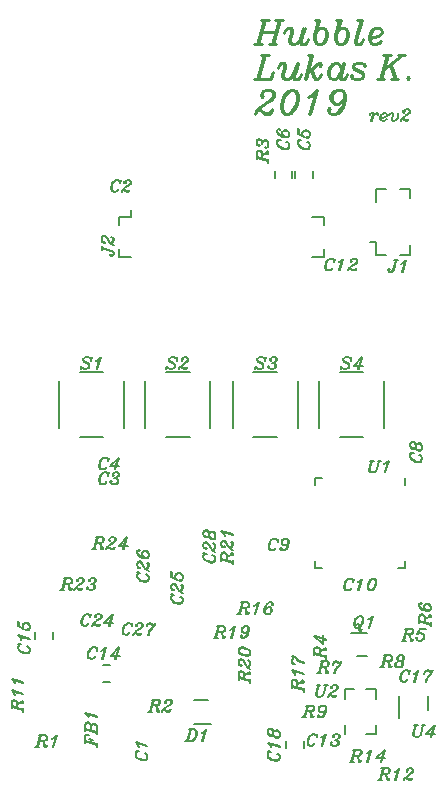
<source format=gto>
%FSLAX46Y46*%
%MOMM*%
%ADD10C,0.150000*%
%ADD11C,0.250000*%
G01*
G01*
%LPD*%
D10*
X16288095Y1850000D02*
X16430952Y2373809D01*
D10*
X16240476Y1659523D02*
X16288095Y1850000D01*
D10*
X16240476Y1516666D02*
X16240476Y1659523D01*
D10*
X16288095Y1421428D02*
X16240476Y1516666D01*
D10*
X16430952Y1373809D02*
X16288095Y1421428D01*
D10*
X16621429Y1373809D02*
X16430952Y1373809D01*
D10*
X16764286Y1421428D02*
X16621429Y1373809D01*
D10*
X16859524Y1516666D02*
X16764286Y1421428D01*
D10*
X16907142Y1659523D02*
X16859524Y1516666D01*
D10*
X17097620Y2373809D02*
X16907142Y1659523D01*
D10*
X16335714Y1850000D02*
X16478571Y2373809D01*
D10*
X16288095Y1659523D02*
X16335714Y1850000D01*
D10*
X16288095Y1516666D02*
X16288095Y1659523D01*
D10*
X16335714Y1421428D02*
X16288095Y1516666D01*
D10*
X16430952Y1373809D02*
X16335714Y1421428D01*
D10*
X16621429Y2373809D02*
X16288095Y2373809D01*
D10*
X17240476Y2373809D02*
X16954762Y2373809D01*
D10*
X17716666Y1373809D02*
X18002380Y2326190D01*
D10*
X17764286Y1373809D02*
X18050000Y2373809D01*
D10*
X17335714Y1659523D02*
X18050000Y2373809D01*
D10*
X18097620Y1659523D02*
X17335714Y1659523D01*
D10*
X4754762Y18078572D02*
X4707143Y18078572D01*
D10*
X4802381Y18173810D02*
X4754762Y18078572D01*
D10*
X4754762Y17888096D02*
X4802381Y18173810D01*
D10*
X4754762Y17983334D02*
X4754762Y17888096D01*
D10*
X4707143Y18078572D02*
X4754762Y17983334D01*
D10*
X4659524Y18126190D02*
X4707143Y18078572D01*
D10*
X4564285Y18173810D02*
X4659524Y18126190D01*
D10*
X4421428Y18173810D02*
X4564285Y18173810D01*
D10*
X4278571Y18126190D02*
X4421428Y18173810D01*
D10*
X4183333Y18030952D02*
X4278571Y18126190D01*
D10*
X4088095Y17888096D02*
X4183333Y18030952D01*
D10*
X4040476Y17745238D02*
X4088095Y17888096D01*
D10*
X3992857Y17554762D02*
X4040476Y17745238D01*
D10*
X3992857Y17411904D02*
X3992857Y17554762D01*
D10*
X4040476Y17269048D02*
X3992857Y17411904D01*
D10*
X4088095Y17221428D02*
X4040476Y17269048D01*
D10*
X4230952Y17173810D02*
X4088095Y17221428D01*
D10*
X4373809Y17173810D02*
X4230952Y17173810D01*
D10*
X4469047Y17221428D02*
X4373809Y17173810D01*
D10*
X4564285Y17316666D02*
X4469047Y17221428D01*
D10*
X4611905Y17411904D02*
X4564285Y17316666D01*
D10*
X4326190Y18126190D02*
X4421428Y18173810D01*
D10*
X4230952Y18030952D02*
X4326190Y18126190D01*
D10*
X4135714Y17888096D02*
X4230952Y18030952D01*
D10*
X4088095Y17745238D02*
X4135714Y17888096D01*
D10*
X4040476Y17554762D02*
X4088095Y17745238D01*
D10*
X4040476Y17411904D02*
X4040476Y17554762D01*
D10*
X4088095Y17269048D02*
X4040476Y17411904D01*
D10*
X4135714Y17221428D02*
X4088095Y17269048D01*
D10*
X4230952Y17173810D02*
X4135714Y17221428D01*
D10*
X5611905Y17745238D02*
X5659524Y17840476D01*
D10*
X5516666Y17650000D02*
X5611905Y17745238D01*
D10*
X5421428Y17602380D02*
X5516666Y17650000D01*
D10*
X5278571Y17602380D02*
X5421428Y17602380D01*
D10*
X5183333Y17650000D02*
X5278571Y17602380D01*
D10*
X5135714Y17697620D02*
X5183333Y17650000D01*
D10*
X5088095Y17792858D02*
X5135714Y17697620D01*
D10*
X5088095Y17935714D02*
X5088095Y17792858D01*
D10*
X5135714Y18030952D02*
X5088095Y17935714D01*
D10*
X5230952Y18126190D02*
X5135714Y18030952D01*
D10*
X5373809Y18173810D02*
X5230952Y18126190D01*
D10*
X5516666Y18173810D02*
X5373809Y18173810D01*
D10*
X5611905Y18126190D02*
X5516666Y18173810D01*
D10*
X5659524Y18078572D02*
X5611905Y18126190D01*
D10*
X5707143Y17983334D02*
X5659524Y18078572D01*
D10*
X5707143Y17792858D02*
X5707143Y17983334D01*
D10*
X5659524Y17602380D02*
X5707143Y17792858D01*
D10*
X5611905Y17459524D02*
X5659524Y17602380D01*
D10*
X5516666Y17316666D02*
X5611905Y17459524D01*
D10*
X5421428Y17221428D02*
X5516666Y17316666D01*
D10*
X5278571Y17173810D02*
X5421428Y17221428D01*
D10*
X5135714Y17173810D02*
X5278571Y17173810D01*
D10*
X5040476Y17221428D02*
X5135714Y17173810D01*
D10*
X4992857Y17316666D02*
X5040476Y17221428D01*
D10*
X4992857Y17364286D02*
X4992857Y17316666D01*
D10*
X5040476Y17411904D02*
X4992857Y17364286D01*
D10*
X5088095Y17364286D02*
X5040476Y17411904D01*
D10*
X5040476Y17316666D02*
X5088095Y17364286D01*
D10*
X5135714Y17745238D02*
X5183333Y17650000D01*
D10*
X5135714Y17935714D02*
X5135714Y17745238D01*
D10*
X5183333Y18030952D02*
X5135714Y17935714D01*
D10*
X5278571Y18126190D02*
X5183333Y18030952D01*
D10*
X5373809Y18173810D02*
X5278571Y18126190D01*
D10*
X5659524Y18030952D02*
X5611905Y18126190D01*
D10*
X5659524Y17792858D02*
X5659524Y18030952D01*
D10*
X5611905Y17602380D02*
X5659524Y17792858D01*
D10*
X5564286Y17459524D02*
X5611905Y17602380D01*
D10*
X5469047Y17316666D02*
X5564286Y17459524D01*
D10*
X5373809Y17221428D02*
X5469047Y17316666D01*
D10*
X5278571Y17173810D02*
X5373809Y17221428D01*
D10*
X-11095238Y11678571D02*
X-11142857Y11678571D01*
D10*
X-11047619Y11773810D02*
X-11095238Y11678571D01*
D10*
X-11095238Y11488095D02*
X-11047619Y11773810D01*
D10*
X-11095238Y11583333D02*
X-11095238Y11488095D01*
D10*
X-11142857Y11678571D02*
X-11095238Y11583333D01*
D10*
X-11190476Y11726190D02*
X-11142857Y11678571D01*
D10*
X-11285714Y11773810D02*
X-11190476Y11726190D01*
D10*
X-11428572Y11773810D02*
X-11285714Y11773810D01*
D10*
X-11571428Y11726190D02*
X-11428572Y11773810D01*
D10*
X-11666666Y11630952D02*
X-11571428Y11726190D01*
D10*
X-11761905Y11488095D02*
X-11666666Y11630952D01*
D10*
X-11809524Y11345238D02*
X-11761905Y11488095D01*
D10*
X-11857143Y11154762D02*
X-11809524Y11345238D01*
D10*
X-11857143Y11011905D02*
X-11857143Y11154762D01*
D10*
X-11809524Y10869048D02*
X-11857143Y11011905D01*
D10*
X-11761905Y10821429D02*
X-11809524Y10869048D01*
D10*
X-11619048Y10773810D02*
X-11761905Y10821429D01*
D10*
X-11476190Y10773810D02*
X-11619048Y10773810D01*
D10*
X-11380952Y10821429D02*
X-11476190Y10773810D01*
D10*
X-11285714Y10916667D02*
X-11380952Y10821429D01*
D10*
X-11238095Y11011905D02*
X-11285714Y10916667D01*
D10*
X-11523810Y11726190D02*
X-11428572Y11773810D01*
D10*
X-11619048Y11630952D02*
X-11523810Y11726190D01*
D10*
X-11714286Y11488095D02*
X-11619048Y11630952D01*
D10*
X-11761905Y11345238D02*
X-11714286Y11488095D01*
D10*
X-11809524Y11154762D02*
X-11761905Y11345238D01*
D10*
X-11809524Y11011905D02*
X-11809524Y11154762D01*
D10*
X-11761905Y10869048D02*
X-11809524Y11011905D01*
D10*
X-11714286Y10821429D02*
X-11761905Y10869048D01*
D10*
X-11619048Y10773810D02*
X-11714286Y10821429D01*
D10*
X-10619048Y11535714D02*
X-10666667Y11583333D01*
D10*
X-10666667Y11488095D02*
X-10619048Y11535714D01*
D10*
X-10714286Y11535714D02*
X-10666667Y11488095D01*
D10*
X-10714286Y11583333D02*
X-10714286Y11535714D01*
D10*
X-10666667Y11678571D02*
X-10714286Y11583333D01*
D10*
X-10619048Y11726190D02*
X-10666667Y11678571D01*
D10*
X-10476190Y11773810D02*
X-10619048Y11726190D01*
D10*
X-10333333Y11773810D02*
X-10476190Y11773810D01*
D10*
X-10190476Y11726190D02*
X-10333333Y11773810D01*
D10*
X-10142857Y11630952D02*
X-10190476Y11726190D01*
D10*
X-10142857Y11535714D02*
X-10142857Y11630952D01*
D10*
X-10190476Y11440476D02*
X-10142857Y11535714D01*
D10*
X-10285714Y11345238D02*
X-10190476Y11440476D01*
D10*
X-10428571Y11250000D02*
X-10285714Y11345238D01*
D10*
X-10619048Y11154762D02*
X-10428571Y11250000D01*
D10*
X-10761905Y11059524D02*
X-10619048Y11154762D01*
D10*
X-10857143Y10964286D02*
X-10761905Y11059524D01*
D10*
X-10952381Y10773810D02*
X-10857143Y10964286D01*
D10*
X-10238095Y11726190D02*
X-10333333Y11773810D01*
D10*
X-10190476Y11630952D02*
X-10238095Y11726190D01*
D10*
X-10190476Y11535714D02*
X-10190476Y11630952D01*
D10*
X-10238095Y11440476D02*
X-10190476Y11535714D01*
D10*
X-10333333Y11345238D02*
X-10238095Y11440476D01*
D10*
X-10619048Y11154762D02*
X-10333333Y11345238D01*
D10*
X-10857143Y10916667D02*
X-10904762Y10869048D01*
D10*
X-10761905Y10916667D02*
X-10857143Y10916667D01*
D10*
X-10523810Y10821429D02*
X-10761905Y10916667D01*
D10*
X-10380952Y10821429D02*
X-10523810Y10821429D01*
D10*
X-10285714Y10869048D02*
X-10380952Y10821429D01*
D10*
X-10238095Y10964286D02*
X-10285714Y10869048D01*
D10*
X-10523810Y10773810D02*
X-10761905Y10916667D01*
D10*
X-10380952Y10773810D02*
X-10523810Y10773810D01*
D10*
X-10285714Y10821429D02*
X-10380952Y10773810D01*
D10*
X-10238095Y10964286D02*
X-10285714Y10821429D01*
D10*
X-9523810Y10773810D02*
X-9238095Y11726190D01*
D10*
X-9476190Y10773810D02*
X-9190476Y11773810D01*
D10*
X-9904762Y11059524D02*
X-9190476Y11773810D01*
D10*
X-9142857Y11059524D02*
X-9904762Y11059524D01*
D11*
X3035714Y60047620D02*
X3607143Y62047620D01*
D11*
X3130952Y60047620D02*
X3702381Y62047620D01*
D11*
X4273809Y60047620D02*
X4845238Y62047620D01*
D11*
X4369047Y60047620D02*
X4940476Y62047620D01*
D11*
X3988095Y62047620D02*
X3321428Y62047620D01*
D11*
X5226190Y62047620D02*
X4559524Y62047620D01*
D11*
X4559524Y61095240D02*
X3416666Y61095240D01*
D11*
X3416666Y60047620D02*
X2750000Y60047620D01*
D11*
X4654762Y60047620D02*
X3988095Y60047620D01*
D11*
X5416666Y61190476D02*
X5321428Y61000000D01*
D11*
X5607143Y61380952D02*
X5416666Y61190476D01*
D11*
X5892857Y61380952D02*
X5607143Y61380952D01*
D11*
X5988095Y61285716D02*
X5892857Y61380952D01*
D11*
X5988095Y61000000D02*
X5988095Y61285716D01*
D11*
X5797619Y60428572D02*
X5988095Y61000000D01*
D11*
X5797619Y60238096D02*
X5797619Y60428572D01*
D11*
X5988095Y60047620D02*
X5797619Y60238096D01*
D11*
X5892857Y61285716D02*
X5797619Y61380952D01*
D11*
X5892857Y61000000D02*
X5892857Y61285716D01*
D11*
X5702381Y60428572D02*
X5892857Y61000000D01*
D11*
X5702381Y60238096D02*
X5702381Y60428572D01*
D11*
X5797619Y60142856D02*
X5702381Y60238096D01*
D11*
X5988095Y60047620D02*
X5797619Y60142856D01*
D11*
X6178571Y60047620D02*
X5988095Y60047620D01*
D11*
X6369047Y60142856D02*
X6178571Y60047620D01*
D11*
X6559524Y60333332D02*
X6369047Y60142856D01*
D11*
X6750000Y60714284D02*
X6559524Y60333332D01*
D11*
X6750000Y60714284D02*
X6940476Y61380952D01*
D11*
X6654762Y60333332D02*
X6750000Y60714284D01*
D11*
X6654762Y60142856D02*
X6654762Y60333332D01*
D11*
X6750000Y60047620D02*
X6654762Y60142856D01*
D11*
X7035714Y60047620D02*
X6750000Y60047620D01*
D11*
X7226190Y60238096D02*
X7035714Y60047620D01*
D11*
X7321428Y60428572D02*
X7226190Y60238096D01*
D11*
X6845238Y60714284D02*
X7035714Y61380952D01*
D11*
X6750000Y60333332D02*
X6845238Y60714284D01*
D11*
X6750000Y60142856D02*
X6750000Y60333332D01*
D11*
X6845238Y60047620D02*
X6750000Y60142856D01*
D11*
X7797619Y60809524D02*
X8178571Y62047620D01*
D11*
X7797619Y60523808D02*
X7797619Y60809524D01*
D11*
X7892857Y60238096D02*
X7797619Y60523808D01*
D11*
X7988095Y60142856D02*
X7892857Y60238096D01*
D11*
X7892857Y60809524D02*
X8273809Y62047620D01*
D11*
X7988095Y61095240D02*
X7892857Y60809524D01*
D11*
X8178571Y61285716D02*
X7988095Y61095240D01*
D11*
X8369047Y61380952D02*
X8178571Y61285716D01*
D11*
X8559524Y61380952D02*
X8369047Y61380952D01*
D11*
X8750000Y61285716D02*
X8559524Y61380952D01*
D11*
X8845238Y61190476D02*
X8750000Y61285716D01*
D11*
X8940476Y61000000D02*
X8845238Y61190476D01*
D11*
X8940476Y60714284D02*
X8940476Y61000000D01*
D11*
X8845238Y60428572D02*
X8940476Y60714284D01*
D11*
X8654762Y60142856D02*
X8845238Y60428572D01*
D11*
X8369047Y60047620D02*
X8654762Y60142856D01*
D11*
X8178571Y60047620D02*
X8369047Y60047620D01*
D11*
X7988095Y60142856D02*
X8178571Y60047620D01*
D11*
X7892857Y60428572D02*
X7988095Y60142856D01*
D11*
X7892857Y60809524D02*
X7892857Y60428572D01*
D11*
X8845238Y61095240D02*
X8750000Y61285716D01*
D11*
X8845238Y60714284D02*
X8845238Y61095240D01*
D11*
X8750000Y60428572D02*
X8845238Y60714284D01*
D11*
X8559524Y60142856D02*
X8750000Y60428572D01*
D11*
X8369047Y60047620D02*
X8559524Y60142856D01*
D11*
X8273809Y62047620D02*
X7892857Y62047620D01*
D11*
X9607143Y60809524D02*
X9988095Y62047620D01*
D11*
X9607143Y60523808D02*
X9607143Y60809524D01*
D11*
X9702381Y60238096D02*
X9607143Y60523808D01*
D11*
X9797619Y60142856D02*
X9702381Y60238096D01*
D11*
X9702381Y60809524D02*
X10083333Y62047620D01*
D11*
X9797619Y61095240D02*
X9702381Y60809524D01*
D11*
X9988095Y61285716D02*
X9797619Y61095240D01*
D11*
X10178572Y61380952D02*
X9988095Y61285716D01*
D11*
X10369048Y61380952D02*
X10178572Y61380952D01*
D11*
X10559524Y61285716D02*
X10369048Y61380952D01*
D11*
X10654762Y61190476D02*
X10559524Y61285716D01*
D11*
X10750000Y61000000D02*
X10654762Y61190476D01*
D11*
X10750000Y60714284D02*
X10750000Y61000000D01*
D11*
X10654762Y60428572D02*
X10750000Y60714284D01*
D11*
X10464286Y60142856D02*
X10654762Y60428572D01*
D11*
X10178572Y60047620D02*
X10464286Y60142856D01*
D11*
X9988095Y60047620D02*
X10178572Y60047620D01*
D11*
X9797619Y60142856D02*
X9988095Y60047620D01*
D11*
X9702381Y60428572D02*
X9797619Y60142856D01*
D11*
X9702381Y60809524D02*
X9702381Y60428572D01*
D11*
X10654762Y61095240D02*
X10559524Y61285716D01*
D11*
X10654762Y60714284D02*
X10654762Y61095240D01*
D11*
X10559524Y60428572D02*
X10654762Y60714284D01*
D11*
X10369048Y60142856D02*
X10559524Y60428572D01*
D11*
X10178572Y60047620D02*
X10369048Y60142856D01*
D11*
X10083333Y62047620D02*
X9702381Y62047620D01*
D11*
X11416667Y60714284D02*
X11797619Y62047620D01*
D11*
X11321428Y60333332D02*
X11416667Y60714284D01*
D11*
X11321428Y60142856D02*
X11321428Y60333332D01*
D11*
X11416667Y60047620D02*
X11321428Y60142856D01*
D11*
X11702381Y60047620D02*
X11416667Y60047620D01*
D11*
X11892857Y60238096D02*
X11702381Y60047620D01*
D11*
X11988095Y60428572D02*
X11892857Y60238096D01*
D11*
X11511905Y60714284D02*
X11892857Y62047620D01*
D11*
X11416667Y60333332D02*
X11511905Y60714284D01*
D11*
X11416667Y60142856D02*
X11416667Y60333332D01*
D11*
X11511905Y60047620D02*
X11416667Y60142856D01*
D11*
X11892857Y62047620D02*
X11511905Y62047620D01*
D11*
X12940476Y60619048D02*
X12559524Y60523808D01*
D11*
X13226190Y60714284D02*
X12940476Y60619048D01*
D11*
X13511905Y60904760D02*
X13226190Y60714284D01*
D11*
X13607143Y61095240D02*
X13511905Y60904760D01*
D11*
X13511905Y61285716D02*
X13607143Y61095240D01*
D11*
X13321428Y61380952D02*
X13511905Y61285716D01*
D11*
X13035714Y61380952D02*
X13321428Y61380952D01*
D11*
X12750000Y61285716D02*
X13035714Y61380952D01*
D11*
X12559524Y61000000D02*
X12750000Y61285716D01*
D11*
X12464286Y60714284D02*
X12559524Y61000000D01*
D11*
X12464286Y60428572D02*
X12464286Y60714284D01*
D11*
X12559524Y60238096D02*
X12464286Y60428572D01*
D11*
X12654762Y60142856D02*
X12559524Y60238096D01*
D11*
X12845238Y60047620D02*
X12654762Y60142856D01*
D11*
X13035714Y60047620D02*
X12845238Y60047620D01*
D11*
X13321428Y60142856D02*
X13035714Y60047620D01*
D11*
X13511905Y60333332D02*
X13321428Y60142856D01*
D11*
X12845238Y61285716D02*
X13035714Y61380952D01*
D11*
X12654762Y61000000D02*
X12845238Y61285716D01*
D11*
X12559524Y60714284D02*
X12654762Y61000000D01*
D11*
X12559524Y60333332D02*
X12559524Y60714284D01*
D11*
X12654762Y60142856D02*
X12559524Y60333332D01*
D11*
X3035714Y57097620D02*
X3607143Y59097620D01*
D11*
X3130952Y57097620D02*
X3702381Y59097620D01*
D11*
X3988095Y59097620D02*
X3321428Y59097620D01*
D11*
X4178571Y57097620D02*
X2750000Y57097620D01*
D11*
X4369047Y57669048D02*
X4178571Y57097620D01*
D11*
X4083333Y57097620D02*
X4369047Y57669048D01*
D11*
X4845238Y58240476D02*
X4750000Y58050000D01*
D11*
X5035714Y58430952D02*
X4845238Y58240476D01*
D11*
X5321428Y58430952D02*
X5035714Y58430952D01*
D11*
X5416666Y58335716D02*
X5321428Y58430952D01*
D11*
X5416666Y58050000D02*
X5416666Y58335716D01*
D11*
X5226190Y57478572D02*
X5416666Y58050000D01*
D11*
X5226190Y57288096D02*
X5226190Y57478572D01*
D11*
X5416666Y57097620D02*
X5226190Y57288096D01*
D11*
X5321428Y58335716D02*
X5226190Y58430952D01*
D11*
X5321428Y58050000D02*
X5321428Y58335716D01*
D11*
X5130952Y57478572D02*
X5321428Y58050000D01*
D11*
X5130952Y57288096D02*
X5130952Y57478572D01*
D11*
X5226190Y57192856D02*
X5130952Y57288096D01*
D11*
X5416666Y57097620D02*
X5226190Y57192856D01*
D11*
X5607143Y57097620D02*
X5416666Y57097620D01*
D11*
X5797619Y57192856D02*
X5607143Y57097620D01*
D11*
X5988095Y57383332D02*
X5797619Y57192856D01*
D11*
X6178571Y57764284D02*
X5988095Y57383332D01*
D11*
X6178571Y57764284D02*
X6369047Y58430952D01*
D11*
X6083333Y57383332D02*
X6178571Y57764284D01*
D11*
X6083333Y57192856D02*
X6083333Y57383332D01*
D11*
X6178571Y57097620D02*
X6083333Y57192856D01*
D11*
X6464286Y57097620D02*
X6178571Y57097620D01*
D11*
X6654762Y57288096D02*
X6464286Y57097620D01*
D11*
X6750000Y57478572D02*
X6654762Y57288096D01*
D11*
X6273809Y57764284D02*
X6464286Y58430952D01*
D11*
X6178571Y57383332D02*
X6273809Y57764284D01*
D11*
X6178571Y57192856D02*
X6178571Y57383332D01*
D11*
X6273809Y57097620D02*
X6178571Y57192856D01*
D11*
X7035714Y57097620D02*
X7607143Y59097620D01*
D11*
X7130952Y57097620D02*
X7702381Y59097620D01*
D11*
X8273809Y58240476D02*
X8369047Y58335716D01*
D11*
X8369047Y58145240D02*
X8273809Y58240476D01*
D11*
X8464286Y58240476D02*
X8369047Y58145240D01*
D11*
X8464286Y58335716D02*
X8464286Y58240476D01*
D11*
X8369047Y58430952D02*
X8464286Y58335716D01*
D11*
X8273809Y58430952D02*
X8369047Y58430952D01*
D11*
X8083333Y58335716D02*
X8273809Y58430952D01*
D11*
X7702381Y57954760D02*
X8083333Y58335716D01*
D11*
X7511904Y57859524D02*
X7702381Y57954760D01*
D11*
X7321428Y57859524D02*
X7511904Y57859524D01*
D11*
X7702381Y57764284D02*
X7511904Y57859524D01*
D11*
X7892857Y57192856D02*
X7702381Y57764284D01*
D11*
X7988095Y57097620D02*
X7892857Y57192856D01*
D11*
X7607143Y57764284D02*
X7511904Y57859524D01*
D11*
X7797619Y57192856D02*
X7607143Y57764284D01*
D11*
X7892857Y57097620D02*
X7797619Y57192856D01*
D11*
X8083333Y57097620D02*
X7892857Y57097620D01*
D11*
X8273809Y57192856D02*
X8083333Y57097620D01*
D11*
X8464286Y57478572D02*
X8273809Y57192856D01*
D11*
X7702381Y59097620D02*
X7321428Y59097620D01*
D11*
X10083333Y57764284D02*
X10273810Y58430952D01*
D11*
X9988095Y57383332D02*
X10083333Y57764284D01*
D11*
X9988095Y57192856D02*
X9988095Y57383332D01*
D11*
X10083333Y57097620D02*
X9988095Y57192856D01*
D11*
X10369048Y57097620D02*
X10083333Y57097620D01*
D11*
X10559524Y57288096D02*
X10369048Y57097620D01*
D11*
X10654762Y57478572D02*
X10559524Y57288096D01*
D11*
X10178572Y57764284D02*
X10369048Y58430952D01*
D11*
X10083333Y57383332D02*
X10178572Y57764284D01*
D11*
X10083333Y57192856D02*
X10083333Y57383332D01*
D11*
X10178572Y57097620D02*
X10083333Y57192856D01*
D11*
X10083333Y58050000D02*
X10083333Y57764284D01*
D11*
X9988095Y58335716D02*
X10083333Y58050000D01*
D11*
X9797619Y58430952D02*
X9988095Y58335716D01*
D11*
X9607143Y58430952D02*
X9797619Y58430952D01*
D11*
X9321428Y58335716D02*
X9607143Y58430952D01*
D11*
X9130952Y58050000D02*
X9321428Y58335716D01*
D11*
X9035714Y57764284D02*
X9130952Y58050000D01*
D11*
X9035714Y57478572D02*
X9035714Y57764284D01*
D11*
X9130952Y57288096D02*
X9035714Y57478572D01*
D11*
X9226190Y57192856D02*
X9130952Y57288096D01*
D11*
X9416666Y57097620D02*
X9226190Y57192856D01*
D11*
X9607143Y57097620D02*
X9416666Y57097620D01*
D11*
X9797619Y57192856D02*
X9607143Y57097620D01*
D11*
X9988095Y57478572D02*
X9797619Y57192856D01*
D11*
X10083333Y57764284D02*
X9988095Y57478572D01*
D11*
X9416666Y58335716D02*
X9607143Y58430952D01*
D11*
X9226190Y58050000D02*
X9416666Y58335716D01*
D11*
X9130952Y57764284D02*
X9226190Y58050000D01*
D11*
X9130952Y57383332D02*
X9130952Y57764284D01*
D11*
X9226190Y57192856D02*
X9130952Y57383332D01*
D11*
X12083333Y58145240D02*
X12083333Y58240476D01*
D11*
X12178571Y58145240D02*
X12083333Y58145240D01*
D11*
X12178571Y58240476D02*
X12178571Y58145240D01*
D11*
X12083333Y58335716D02*
X12178571Y58240476D01*
D11*
X11797619Y58430952D02*
X12083333Y58335716D01*
D11*
X11511905Y58430952D02*
X11797619Y58430952D01*
D11*
X11226190Y58335716D02*
X11511905Y58430952D01*
D11*
X11130952Y58240476D02*
X11226190Y58335716D01*
D11*
X11130952Y58050000D02*
X11130952Y58240476D01*
D11*
X11226190Y57954760D02*
X11130952Y58050000D01*
D11*
X11892857Y57573808D02*
X11226190Y57954760D01*
D11*
X11988095Y57478572D02*
X11892857Y57573808D01*
D11*
X11226190Y58050000D02*
X11130952Y58145240D01*
D11*
X11892857Y57669048D02*
X11226190Y58050000D01*
D11*
X11988095Y57573808D02*
X11892857Y57669048D01*
D11*
X11988095Y57288096D02*
X11988095Y57573808D01*
D11*
X11892857Y57192856D02*
X11988095Y57288096D01*
D11*
X11607143Y57097620D02*
X11892857Y57192856D01*
D11*
X11321428Y57097620D02*
X11607143Y57097620D01*
D11*
X11035714Y57192856D02*
X11321428Y57097620D01*
D11*
X10940476Y57288096D02*
X11035714Y57192856D01*
D11*
X10940476Y57383332D02*
X10940476Y57288096D01*
D11*
X11035714Y57383332D02*
X10940476Y57383332D01*
D11*
X11035714Y57288096D02*
X11035714Y57383332D01*
D11*
X13416666Y57097620D02*
X13988095Y59097620D01*
D11*
X13511905Y57097620D02*
X14083333Y59097620D01*
D11*
X13702381Y57859524D02*
X15321428Y59097620D01*
D11*
X14750000Y57097620D02*
X14369047Y58240476D01*
D11*
X14654762Y57097620D02*
X14273809Y58240476D01*
D11*
X14369047Y59097620D02*
X13702381Y59097620D01*
D11*
X15511905Y59097620D02*
X14940476Y59097620D01*
D11*
X13797619Y57097620D02*
X13130952Y57097620D01*
D11*
X14940476Y57097620D02*
X14369047Y57097620D01*
D11*
X15702381Y57192856D02*
X15797619Y57288096D01*
D11*
X15797619Y57097620D02*
X15702381Y57192856D01*
D11*
X15892857Y57192856D02*
X15797619Y57097620D01*
D11*
X15797619Y57288096D02*
X15892857Y57192856D01*
D11*
X3511904Y55671428D02*
X3416666Y55766668D01*
D11*
X3416666Y55576192D02*
X3511904Y55671428D01*
D11*
X3321428Y55671428D02*
X3416666Y55576192D01*
D11*
X3321428Y55766668D02*
X3321428Y55671428D01*
D11*
X3416666Y55957144D02*
X3321428Y55766668D01*
D11*
X3511904Y56052380D02*
X3416666Y55957144D01*
D11*
X3797619Y56147620D02*
X3511904Y56052380D01*
D11*
X4083333Y56147620D02*
X3797619Y56147620D01*
D11*
X4369047Y56052380D02*
X4083333Y56147620D01*
D11*
X4464286Y55861904D02*
X4369047Y56052380D01*
D11*
X4464286Y55671428D02*
X4464286Y55861904D01*
D11*
X4369047Y55480952D02*
X4464286Y55671428D01*
D11*
X4178571Y55290476D02*
X4369047Y55480952D01*
D11*
X3892857Y55100000D02*
X4178571Y55290476D01*
D11*
X3511904Y54909524D02*
X3892857Y55100000D01*
D11*
X3226190Y54719048D02*
X3511904Y54909524D01*
D11*
X3035714Y54528572D02*
X3226190Y54719048D01*
D11*
X2845238Y54147620D02*
X3035714Y54528572D01*
D11*
X4273809Y56052380D02*
X4083333Y56147620D01*
D11*
X4369047Y55861904D02*
X4273809Y56052380D01*
D11*
X4369047Y55671428D02*
X4369047Y55861904D01*
D11*
X4273809Y55480952D02*
X4369047Y55671428D01*
D11*
X4083333Y55290476D02*
X4273809Y55480952D01*
D11*
X3511904Y54909524D02*
X4083333Y55290476D01*
D11*
X3035714Y54433332D02*
X2940476Y54338096D01*
D11*
X3226190Y54433332D02*
X3035714Y54433332D01*
D11*
X3702381Y54242856D02*
X3226190Y54433332D01*
D11*
X3988095Y54242856D02*
X3702381Y54242856D01*
D11*
X4178571Y54338096D02*
X3988095Y54242856D01*
D11*
X4273809Y54528572D02*
X4178571Y54338096D01*
D11*
X3702381Y54147620D02*
X3226190Y54433332D01*
D11*
X3988095Y54147620D02*
X3702381Y54147620D01*
D11*
X4178571Y54242856D02*
X3988095Y54147620D01*
D11*
X4273809Y54528572D02*
X4178571Y54242856D01*
D11*
X5607143Y56052380D02*
X5892857Y56147620D01*
D11*
X5416666Y55861904D02*
X5607143Y56052380D01*
D11*
X5226190Y55576192D02*
X5416666Y55861904D01*
D11*
X5130952Y55290476D02*
X5226190Y55576192D01*
D11*
X5035714Y54909524D02*
X5130952Y55290476D01*
D11*
X5035714Y54623808D02*
X5035714Y54909524D01*
D11*
X5130952Y54338096D02*
X5035714Y54623808D01*
D11*
X5226190Y54242856D02*
X5130952Y54338096D01*
D11*
X5416666Y54147620D02*
X5226190Y54242856D01*
D11*
X5607143Y54147620D02*
X5416666Y54147620D01*
D11*
X5892857Y54242856D02*
X5607143Y54147620D01*
D11*
X6083333Y54433332D02*
X5892857Y54242856D01*
D11*
X6273809Y54719048D02*
X6083333Y54433332D01*
D11*
X6369047Y55004760D02*
X6273809Y54719048D01*
D11*
X6464286Y55385716D02*
X6369047Y55004760D01*
D11*
X6464286Y55671428D02*
X6464286Y55385716D01*
D11*
X6369047Y55957144D02*
X6464286Y55671428D01*
D11*
X6273809Y56052380D02*
X6369047Y55957144D01*
D11*
X6083333Y56147620D02*
X6273809Y56052380D01*
D11*
X5892857Y56147620D02*
X6083333Y56147620D01*
D11*
X5702381Y56052380D02*
X5892857Y56147620D01*
D11*
X5511905Y55861904D02*
X5702381Y56052380D01*
D11*
X5321428Y55576192D02*
X5511905Y55861904D01*
D11*
X5226190Y55290476D02*
X5321428Y55576192D01*
D11*
X5130952Y54909524D02*
X5226190Y55290476D01*
D11*
X5130952Y54623808D02*
X5130952Y54909524D01*
D11*
X5226190Y54338096D02*
X5130952Y54623808D01*
D11*
X5416666Y54147620D02*
X5226190Y54338096D01*
D11*
X5797619Y54242856D02*
X5607143Y54147620D01*
D11*
X5988095Y54433332D02*
X5797619Y54242856D01*
D11*
X6178571Y54719048D02*
X5988095Y54433332D01*
D11*
X6273809Y55004760D02*
X6178571Y54719048D01*
D11*
X6369047Y55385716D02*
X6273809Y55004760D01*
D11*
X6369047Y55671428D02*
X6369047Y55385716D01*
D11*
X6273809Y55957144D02*
X6369047Y55671428D01*
D11*
X6083333Y56147620D02*
X6273809Y55957144D01*
D11*
X7416666Y54147620D02*
X7892857Y55766668D01*
D11*
X7511904Y54147620D02*
X8083333Y56147620D01*
D11*
X7797619Y55861904D02*
X8083333Y56147620D01*
D11*
X7511904Y55671428D02*
X7797619Y55861904D01*
D11*
X7321428Y55576192D02*
X7511904Y55671428D01*
D11*
X7607143Y55671428D02*
X7988095Y55861904D01*
D11*
X7321428Y55576192D02*
X7607143Y55671428D01*
D11*
X10273810Y55290476D02*
X10369048Y55480952D01*
D11*
X10083333Y55100000D02*
X10273810Y55290476D01*
D11*
X9892857Y55004760D02*
X10083333Y55100000D01*
D11*
X9607143Y55004760D02*
X9892857Y55004760D01*
D11*
X9416666Y55100000D02*
X9607143Y55004760D01*
D11*
X9321428Y55195240D02*
X9416666Y55100000D01*
D11*
X9226190Y55385716D02*
X9321428Y55195240D01*
D11*
X9226190Y55671428D02*
X9226190Y55385716D01*
D11*
X9321428Y55861904D02*
X9226190Y55671428D01*
D11*
X9511904Y56052380D02*
X9321428Y55861904D01*
D11*
X9797619Y56147620D02*
X9511904Y56052380D01*
D11*
X10083333Y56147620D02*
X9797619Y56147620D01*
D11*
X10273810Y56052380D02*
X10083333Y56147620D01*
D11*
X10369048Y55957144D02*
X10273810Y56052380D01*
D11*
X10464286Y55766668D02*
X10369048Y55957144D01*
D11*
X10464286Y55385716D02*
X10464286Y55766668D01*
D11*
X10369048Y55004760D02*
X10464286Y55385716D01*
D11*
X10273810Y54719048D02*
X10369048Y55004760D01*
D11*
X10083333Y54433332D02*
X10273810Y54719048D01*
D11*
X9892857Y54242856D02*
X10083333Y54433332D01*
D11*
X9607143Y54147620D02*
X9892857Y54242856D01*
D11*
X9321428Y54147620D02*
X9607143Y54147620D01*
D11*
X9130952Y54242856D02*
X9321428Y54147620D01*
D11*
X9035714Y54433332D02*
X9130952Y54242856D01*
D11*
X9035714Y54528572D02*
X9035714Y54433332D01*
D11*
X9130952Y54623808D02*
X9035714Y54528572D01*
D11*
X9226190Y54528572D02*
X9130952Y54623808D01*
D11*
X9130952Y54433332D02*
X9226190Y54528572D01*
D11*
X9321428Y55290476D02*
X9416666Y55100000D01*
D11*
X9321428Y55671428D02*
X9321428Y55290476D01*
D11*
X9416666Y55861904D02*
X9321428Y55671428D01*
D11*
X9607143Y56052380D02*
X9416666Y55861904D01*
D11*
X9797619Y56147620D02*
X9607143Y56052380D01*
D11*
X10369048Y55861904D02*
X10273810Y56052380D01*
D11*
X10369048Y55385716D02*
X10369048Y55861904D01*
D11*
X10273810Y55004760D02*
X10369048Y55385716D01*
D11*
X10178572Y54719048D02*
X10273810Y55004760D01*
D11*
X9988095Y54433332D02*
X10178572Y54719048D01*
D11*
X9797619Y54242856D02*
X9988095Y54433332D01*
D11*
X9607143Y54147620D02*
X9797619Y54242856D01*
D10*
X2451164Y6092883D02*
X1451164Y6378597D01*
D10*
X2451164Y6140502D02*
X1451164Y6426216D01*
D10*
X1451164Y6759550D02*
X1451164Y6235740D01*
D10*
X1498783Y6902407D02*
X1451164Y6759550D01*
D10*
X1594021Y6950026D02*
X1498783Y6902407D01*
D10*
X1689259Y6950026D02*
X1594021Y6950026D01*
D10*
X1832116Y6902407D02*
X1689259Y6950026D01*
D10*
X1879735Y6854788D02*
X1832116Y6902407D01*
D10*
X1927355Y6711931D02*
X1879735Y6854788D01*
D10*
X1927355Y6283359D02*
X1927355Y6711931D01*
D10*
X1498783Y6854788D02*
X1451164Y6759550D01*
D10*
X1594021Y6902407D02*
X1498783Y6854788D01*
D10*
X1689259Y6902407D02*
X1594021Y6902407D01*
D10*
X1832116Y6854788D02*
X1689259Y6902407D01*
D10*
X1879735Y6807169D02*
X1832116Y6854788D01*
D10*
X1927355Y6711931D02*
X1879735Y6807169D01*
D10*
X1974974Y6616692D02*
X1927355Y6521454D01*
D10*
X2022593Y6664311D02*
X1974974Y6616692D01*
D10*
X2403545Y6711931D02*
X2022593Y6664311D01*
D10*
X2451164Y6759550D02*
X2403545Y6711931D01*
D10*
X2451164Y6854788D02*
X2451164Y6759550D01*
D10*
X2355926Y6902407D02*
X2451164Y6854788D01*
D10*
X2308307Y6902407D02*
X2355926Y6902407D01*
D10*
X2355926Y6759550D02*
X2022593Y6664311D01*
D10*
X2403545Y6807169D02*
X2355926Y6759550D01*
D10*
X2403545Y6854788D02*
X2403545Y6807169D01*
D10*
X2355926Y6902407D02*
X2403545Y6854788D01*
D10*
X2451164Y6283359D02*
X2451164Y5950026D01*
D10*
X1689259Y7473835D02*
X1641640Y7426216D01*
D10*
X1736878Y7426216D02*
X1689259Y7473835D01*
D10*
X1689259Y7378597D02*
X1736878Y7426216D01*
D10*
X1641640Y7378597D02*
X1689259Y7378597D01*
D10*
X1546402Y7426216D02*
X1641640Y7378597D01*
D10*
X1498783Y7473835D02*
X1546402Y7426216D01*
D10*
X1451164Y7616692D02*
X1498783Y7473835D01*
D10*
X1451164Y7759550D02*
X1451164Y7616692D01*
D10*
X1498783Y7902407D02*
X1451164Y7759550D01*
D10*
X1594021Y7950026D02*
X1498783Y7902407D01*
D10*
X1689259Y7950026D02*
X1594021Y7950026D01*
D10*
X1784497Y7902407D02*
X1689259Y7950026D01*
D10*
X1879735Y7807169D02*
X1784497Y7902407D01*
D10*
X1974974Y7664312D02*
X1879735Y7807169D01*
D10*
X2070212Y7473835D02*
X1974974Y7664312D01*
D10*
X2165450Y7330978D02*
X2070212Y7473835D01*
D10*
X2260688Y7235740D02*
X2165450Y7330978D01*
D10*
X2451164Y7140502D02*
X2260688Y7235740D01*
D10*
X1498783Y7854788D02*
X1451164Y7759550D01*
D10*
X1594021Y7902407D02*
X1498783Y7854788D01*
D10*
X1689259Y7902407D02*
X1594021Y7902407D01*
D10*
X1784497Y7854788D02*
X1689259Y7902407D01*
D10*
X1879735Y7759550D02*
X1784497Y7854788D01*
D10*
X2070212Y7473835D02*
X1879735Y7759550D01*
D10*
X2308307Y7235740D02*
X2355926Y7188121D01*
D10*
X2308307Y7330978D02*
X2308307Y7235740D01*
D10*
X2403545Y7569073D02*
X2308307Y7330978D01*
D10*
X2403545Y7711931D02*
X2403545Y7569073D01*
D10*
X2355926Y7807169D02*
X2403545Y7711931D01*
D10*
X2260688Y7854788D02*
X2355926Y7807169D01*
D10*
X2451164Y7569073D02*
X2308307Y7330978D01*
D10*
X2451164Y7711931D02*
X2451164Y7569073D01*
D10*
X2403545Y7807169D02*
X2451164Y7711931D01*
D10*
X2260688Y7854788D02*
X2403545Y7807169D01*
D10*
X1498783Y8521454D02*
X1451164Y8664312D01*
D10*
X1594021Y8426216D02*
X1498783Y8521454D01*
D10*
X1736878Y8330978D02*
X1594021Y8426216D01*
D10*
X1879735Y8283359D02*
X1736878Y8330978D01*
D10*
X2070212Y8235740D02*
X1879735Y8283359D01*
D10*
X2213069Y8235740D02*
X2070212Y8235740D01*
D10*
X2355926Y8283359D02*
X2213069Y8235740D01*
D10*
X2403545Y8330978D02*
X2355926Y8283359D01*
D10*
X2451164Y8426216D02*
X2403545Y8330978D01*
D10*
X2451164Y8521454D02*
X2451164Y8426216D01*
D10*
X2403545Y8664312D02*
X2451164Y8521454D01*
D10*
X2308307Y8759550D02*
X2403545Y8664312D01*
D10*
X2165450Y8854788D02*
X2308307Y8759550D01*
D10*
X2022593Y8902407D02*
X2165450Y8854788D01*
D10*
X1832116Y8950026D02*
X2022593Y8902407D01*
D10*
X1689259Y8950026D02*
X1832116Y8950026D01*
D10*
X1546402Y8902407D02*
X1689259Y8950026D01*
D10*
X1498783Y8854788D02*
X1546402Y8902407D01*
D10*
X1451164Y8759550D02*
X1498783Y8854788D01*
D10*
X1451164Y8664312D02*
X1451164Y8759550D01*
D10*
X1498783Y8569074D02*
X1451164Y8664312D01*
D10*
X1594021Y8473836D02*
X1498783Y8569074D01*
D10*
X1736878Y8378597D02*
X1594021Y8473836D01*
D10*
X1879735Y8330978D02*
X1736878Y8378597D01*
D10*
X2070212Y8283359D02*
X1879735Y8330978D01*
D10*
X2213069Y8283359D02*
X2070212Y8283359D01*
D10*
X2355926Y8330978D02*
X2213069Y8283359D01*
D10*
X2451164Y8426216D02*
X2355926Y8330978D01*
D10*
X2403545Y8616692D02*
X2451164Y8521454D01*
D10*
X2308307Y8711931D02*
X2403545Y8616692D01*
D10*
X2165450Y8807169D02*
X2308307Y8711931D01*
D10*
X2022593Y8854788D02*
X2165450Y8807169D01*
D10*
X1832116Y8902407D02*
X2022593Y8854788D01*
D10*
X1689259Y8902407D02*
X1832116Y8902407D01*
D10*
X1546402Y8854788D02*
X1689259Y8902407D01*
D10*
X1451164Y8759550D02*
X1546402Y8854788D01*
D10*
X12595238Y54095240D02*
X12547619Y54000000D01*
D10*
X12690476Y54190476D02*
X12595238Y54095240D01*
D10*
X12833333Y54190476D02*
X12690476Y54190476D01*
D10*
X12880952Y54142856D02*
X12833333Y54190476D01*
D10*
X12880952Y54047620D02*
X12880952Y54142856D01*
D10*
X12833333Y53857144D02*
X12880952Y54047620D01*
D10*
X12738095Y53523808D02*
X12833333Y53857144D01*
D10*
X12833333Y54142856D02*
X12785714Y54190476D01*
D10*
X12833333Y54047620D02*
X12833333Y54142856D01*
D10*
X12785714Y53857144D02*
X12833333Y54047620D01*
D10*
X12690476Y53523808D02*
X12785714Y53857144D01*
D10*
X12928571Y54047620D02*
X12833333Y53857144D01*
D10*
X13023810Y54142856D02*
X12928571Y54047620D01*
D10*
X13119048Y54190476D02*
X13023810Y54142856D01*
D10*
X13214286Y54190476D02*
X13119048Y54190476D01*
D10*
X13261905Y54142856D02*
X13214286Y54190476D01*
D10*
X13261905Y54095240D02*
X13261905Y54142856D01*
D10*
X13214286Y54047620D02*
X13261905Y54095240D01*
D10*
X13166667Y54095240D02*
X13214286Y54047620D01*
D10*
X13214286Y54142856D02*
X13166667Y54095240D01*
D10*
X13690476Y53809524D02*
X13500000Y53761904D01*
D10*
X13833333Y53857144D02*
X13690476Y53809524D01*
D10*
X13976190Y53952380D02*
X13833333Y53857144D01*
D10*
X14023810Y54047620D02*
X13976190Y53952380D01*
D10*
X13976190Y54142856D02*
X14023810Y54047620D01*
D10*
X13880952Y54190476D02*
X13976190Y54142856D01*
D10*
X13738095Y54190476D02*
X13880952Y54190476D01*
D10*
X13595238Y54142856D02*
X13738095Y54190476D01*
D10*
X13500000Y54000000D02*
X13595238Y54142856D01*
D10*
X13452381Y53857144D02*
X13500000Y54000000D01*
D10*
X13452381Y53714284D02*
X13452381Y53857144D01*
D10*
X13500000Y53619048D02*
X13452381Y53714284D01*
D10*
X13547619Y53571428D02*
X13500000Y53619048D01*
D10*
X13642857Y53523808D02*
X13547619Y53571428D01*
D10*
X13738095Y53523808D02*
X13642857Y53523808D01*
D10*
X13880952Y53571428D02*
X13738095Y53523808D01*
D10*
X13976190Y53666668D02*
X13880952Y53571428D01*
D10*
X13642857Y54142856D02*
X13738095Y54190476D01*
D10*
X13547619Y54000000D02*
X13642857Y54142856D01*
D10*
X13500000Y53857144D02*
X13547619Y54000000D01*
D10*
X13500000Y53666668D02*
X13500000Y53857144D01*
D10*
X13547619Y53571428D02*
X13500000Y53666668D01*
D10*
X14261905Y54095240D02*
X14214286Y54000000D01*
D10*
X14357143Y54190476D02*
X14261905Y54095240D01*
D10*
X14500000Y54190476D02*
X14357143Y54190476D01*
D10*
X14547619Y54142856D02*
X14500000Y54190476D01*
D10*
X14547619Y54000000D02*
X14547619Y54142856D01*
D10*
X14452381Y53714284D02*
X14547619Y54000000D01*
D10*
X14452381Y53619048D02*
X14452381Y53714284D01*
D10*
X14547619Y53523808D02*
X14452381Y53619048D01*
D10*
X14500000Y54142856D02*
X14452381Y54190476D01*
D10*
X14500000Y54000000D02*
X14500000Y54142856D01*
D10*
X14404762Y53714284D02*
X14500000Y54000000D01*
D10*
X14404762Y53619048D02*
X14404762Y53714284D01*
D10*
X14452381Y53571428D02*
X14404762Y53619048D01*
D10*
X14547619Y53523808D02*
X14452381Y53571428D01*
D10*
X14595238Y53523808D02*
X14547619Y53523808D01*
D10*
X14738095Y53571428D02*
X14595238Y53523808D01*
D10*
X14833333Y53666668D02*
X14738095Y53571428D01*
D10*
X14928572Y53809524D02*
X14833333Y53666668D01*
D10*
X14976190Y54000000D02*
X14928572Y53809524D01*
D10*
X14976190Y54190476D02*
X14976190Y54000000D01*
D10*
X14928572Y54190476D02*
X14976190Y54190476D01*
D10*
X14976190Y54095240D02*
X14928572Y54190476D01*
D10*
X15500000Y54285716D02*
X15452381Y54333332D01*
D10*
X15452381Y54238096D02*
X15500000Y54285716D01*
D10*
X15404762Y54285716D02*
X15452381Y54238096D01*
D10*
X15404762Y54333332D02*
X15404762Y54285716D01*
D10*
X15452381Y54428572D02*
X15404762Y54333332D01*
D10*
X15500000Y54476192D02*
X15452381Y54428572D01*
D10*
X15642857Y54523808D02*
X15500000Y54476192D01*
D10*
X15785714Y54523808D02*
X15642857Y54523808D01*
D10*
X15928572Y54476192D02*
X15785714Y54523808D01*
D10*
X15976190Y54380952D02*
X15928572Y54476192D01*
D10*
X15976190Y54285716D02*
X15976190Y54380952D01*
D10*
X15928572Y54190476D02*
X15976190Y54285716D01*
D10*
X15833333Y54095240D02*
X15928572Y54190476D01*
D10*
X15690476Y54000000D02*
X15833333Y54095240D01*
D10*
X15500000Y53904760D02*
X15690476Y54000000D01*
D10*
X15357143Y53809524D02*
X15500000Y53904760D01*
D10*
X15261905Y53714284D02*
X15357143Y53809524D01*
D10*
X15166666Y53523808D02*
X15261905Y53714284D01*
D10*
X15880952Y54476192D02*
X15785714Y54523808D01*
D10*
X15928572Y54380952D02*
X15880952Y54476192D01*
D10*
X15928572Y54285716D02*
X15928572Y54380952D01*
D10*
X15880952Y54190476D02*
X15928572Y54285716D01*
D10*
X15785714Y54095240D02*
X15880952Y54190476D01*
D10*
X15500000Y53904760D02*
X15785714Y54095240D01*
D10*
X15261905Y53666668D02*
X15214286Y53619048D01*
D10*
X15357143Y53666668D02*
X15261905Y53666668D01*
D10*
X15595238Y53571428D02*
X15357143Y53666668D01*
D10*
X15738095Y53571428D02*
X15595238Y53571428D01*
D10*
X15833333Y53619048D02*
X15738095Y53571428D01*
D10*
X15880952Y53714284D02*
X15833333Y53619048D01*
D10*
X15595238Y53523808D02*
X15357143Y53666668D01*
D10*
X15738095Y53523808D02*
X15595238Y53523808D01*
D10*
X15833333Y53571428D02*
X15738095Y53523808D01*
D10*
X15880952Y53714284D02*
X15833333Y53571428D01*
D10*
X8054762Y1528571D02*
X8007143Y1528571D01*
D10*
X8102381Y1623809D02*
X8054762Y1528571D01*
D10*
X8054762Y1338095D02*
X8102381Y1623809D01*
D10*
X8054762Y1433333D02*
X8054762Y1338095D01*
D10*
X8007143Y1528571D02*
X8054762Y1433333D01*
D10*
X7959524Y1576190D02*
X8007143Y1528571D01*
D10*
X7864286Y1623809D02*
X7959524Y1576190D01*
D10*
X7721428Y1623809D02*
X7864286Y1623809D01*
D10*
X7578571Y1576190D02*
X7721428Y1623809D01*
D10*
X7483333Y1480952D02*
X7578571Y1576190D01*
D10*
X7388095Y1338095D02*
X7483333Y1480952D01*
D10*
X7340476Y1195238D02*
X7388095Y1338095D01*
D10*
X7292857Y1004761D02*
X7340476Y1195238D01*
D10*
X7292857Y861904D02*
X7292857Y1004761D01*
D10*
X7340476Y719047D02*
X7292857Y861904D01*
D10*
X7388095Y671428D02*
X7340476Y719047D01*
D10*
X7530952Y623809D02*
X7388095Y671428D01*
D10*
X7673809Y623809D02*
X7530952Y623809D01*
D10*
X7769048Y671428D02*
X7673809Y623809D01*
D10*
X7864286Y766666D02*
X7769048Y671428D01*
D10*
X7911905Y861904D02*
X7864286Y766666D01*
D10*
X7626190Y1576190D02*
X7721428Y1623809D01*
D10*
X7530952Y1480952D02*
X7626190Y1576190D01*
D10*
X7435714Y1338095D02*
X7530952Y1480952D01*
D10*
X7388095Y1195238D02*
X7435714Y1338095D01*
D10*
X7340476Y1004761D02*
X7388095Y1195238D01*
D10*
X7340476Y861904D02*
X7340476Y1004761D01*
D10*
X7388095Y719047D02*
X7340476Y861904D01*
D10*
X7435714Y671428D02*
X7388095Y719047D01*
D10*
X7530952Y623809D02*
X7435714Y671428D01*
D10*
X8483333Y623809D02*
X8721429Y1433333D01*
D10*
X8530952Y623809D02*
X8816667Y1623809D01*
D10*
X8673810Y1480952D02*
X8816667Y1623809D01*
D10*
X8530952Y1385714D02*
X8673810Y1480952D01*
D10*
X8435714Y1338095D02*
X8530952Y1385714D01*
D10*
X8578572Y1385714D02*
X8769048Y1480952D01*
D10*
X8435714Y1338095D02*
X8578572Y1385714D01*
D10*
X9530952Y1385714D02*
X9483333Y1433333D01*
D10*
X9483333Y1338095D02*
X9530952Y1385714D01*
D10*
X9435714Y1385714D02*
X9483333Y1338095D01*
D10*
X9435714Y1433333D02*
X9435714Y1385714D01*
D10*
X9483333Y1528571D02*
X9435714Y1433333D01*
D10*
X9530952Y1576190D02*
X9483333Y1528571D01*
D10*
X9673810Y1623809D02*
X9530952Y1576190D01*
D10*
X9816667Y1623809D02*
X9673810Y1623809D01*
D10*
X9959524Y1576190D02*
X9816667Y1623809D01*
D10*
X10007143Y1480952D02*
X9959524Y1576190D01*
D10*
X10007143Y1385714D02*
X10007143Y1480952D01*
D10*
X9959524Y1290476D02*
X10007143Y1385714D01*
D10*
X9816667Y1195238D02*
X9959524Y1290476D01*
D10*
X9673810Y1147619D02*
X9816667Y1195238D01*
D10*
X9911905Y1576190D02*
X9816667Y1623809D01*
D10*
X9959524Y1480952D02*
X9911905Y1576190D01*
D10*
X9959524Y1385714D02*
X9959524Y1480952D01*
D10*
X9911905Y1290476D02*
X9959524Y1385714D01*
D10*
X9816667Y1195238D02*
X9911905Y1290476D01*
D10*
X9673810Y1147619D02*
X9578571Y1147619D01*
D10*
X9816667Y1100000D02*
X9673810Y1147619D01*
D10*
X9864286Y1052381D02*
X9816667Y1100000D01*
D10*
X9911905Y957142D02*
X9864286Y1052381D01*
D10*
X9911905Y814285D02*
X9911905Y957142D01*
D10*
X9864286Y719047D02*
X9911905Y814285D01*
D10*
X9816667Y671428D02*
X9864286Y719047D01*
D10*
X9673810Y623809D02*
X9816667Y671428D01*
D10*
X9483333Y623809D02*
X9673810Y623809D01*
D10*
X9340476Y671428D02*
X9483333Y623809D01*
D10*
X9292857Y719047D02*
X9340476Y671428D01*
D10*
X9245238Y814285D02*
X9292857Y719047D01*
D10*
X9245238Y861904D02*
X9245238Y814285D01*
D10*
X9292857Y909523D02*
X9245238Y861904D01*
D10*
X9340476Y861904D02*
X9292857Y909523D01*
D10*
X9292857Y814285D02*
X9340476Y861904D01*
D10*
X9769048Y1100000D02*
X9673810Y1147619D01*
D10*
X9816667Y1052381D02*
X9769048Y1100000D01*
D10*
X9864286Y957142D02*
X9816667Y1052381D01*
D10*
X9864286Y814285D02*
X9864286Y957142D01*
D10*
X9816667Y719047D02*
X9864286Y814285D01*
D10*
X9769048Y671428D02*
X9816667Y719047D01*
D10*
X9673810Y623809D02*
X9769048Y671428D01*
D10*
X-7178571Y154761D02*
X-7178571Y107142D01*
D10*
X-7273809Y202381D02*
X-7178571Y154761D01*
D10*
X-6988095Y154761D02*
X-7273809Y202381D01*
D10*
X-7083333Y154761D02*
X-6988095Y154761D01*
D10*
X-7178571Y107142D02*
X-7083333Y154761D01*
D10*
X-7226190Y59523D02*
X-7178571Y107142D01*
D10*
X-7273809Y-35714D02*
X-7226190Y59523D01*
D10*
X-7273809Y-178571D02*
X-7273809Y-35714D01*
D10*
X-7226190Y-321428D02*
X-7273809Y-178571D01*
D10*
X-7130952Y-416666D02*
X-7226190Y-321428D01*
D10*
X-6988095Y-511904D02*
X-7130952Y-416666D01*
D10*
X-6845238Y-559523D02*
X-6988095Y-511904D01*
D10*
X-6654762Y-607142D02*
X-6845238Y-559523D01*
D10*
X-6511905Y-607142D02*
X-6654762Y-607142D01*
D10*
X-6369047Y-559523D02*
X-6511905Y-607142D01*
D10*
X-6321428Y-511904D02*
X-6369047Y-559523D01*
D10*
X-6273809Y-369047D02*
X-6321428Y-511904D01*
D10*
X-6273809Y-226190D02*
X-6273809Y-369047D01*
D10*
X-6321428Y-130952D02*
X-6273809Y-226190D01*
D10*
X-6416666Y-35714D02*
X-6321428Y-130952D01*
D10*
X-6511905Y11904D02*
X-6416666Y-35714D01*
D10*
X-7226190Y-273809D02*
X-7273809Y-178571D01*
D10*
X-7130952Y-369047D02*
X-7226190Y-273809D01*
D10*
X-6988095Y-464285D02*
X-7130952Y-369047D01*
D10*
X-6845238Y-511904D02*
X-6988095Y-464285D01*
D10*
X-6654762Y-559523D02*
X-6845238Y-511904D01*
D10*
X-6511905Y-559523D02*
X-6654762Y-559523D01*
D10*
X-6369047Y-511904D02*
X-6511905Y-559523D01*
D10*
X-6321428Y-464285D02*
X-6369047Y-511904D01*
D10*
X-6273809Y-369047D02*
X-6321428Y-464285D01*
D10*
X-6273809Y583333D02*
X-7083333Y821428D01*
D10*
X-6273809Y630952D02*
X-7273809Y916666D01*
D10*
X-7130952Y773809D02*
X-7273809Y916666D01*
D10*
X-7035714Y630952D02*
X-7130952Y773809D01*
D10*
X-6988095Y535714D02*
X-7035714Y630952D01*
D10*
X-7035714Y678571D02*
X-7130952Y869047D01*
D10*
X-6988095Y535714D02*
X-7035714Y678571D01*
D10*
X8876190Y8132855D02*
X7876190Y8418569D01*
D10*
X8876190Y8180474D02*
X7876190Y8466188D01*
D10*
X7876190Y8799522D02*
X7876190Y8275712D01*
D10*
X7923809Y8942379D02*
X7876190Y8799522D01*
D10*
X8019047Y8989998D02*
X7923809Y8942379D01*
D10*
X8114285Y8989998D02*
X8019047Y8989998D01*
D10*
X8257143Y8942379D02*
X8114285Y8989998D01*
D10*
X8304762Y8894760D02*
X8257143Y8942379D01*
D10*
X8352381Y8751903D02*
X8304762Y8894760D01*
D10*
X8352381Y8323331D02*
X8352381Y8751903D01*
D10*
X7923809Y8894760D02*
X7876190Y8799522D01*
D10*
X8019047Y8942379D02*
X7923809Y8894760D01*
D10*
X8114285Y8942379D02*
X8019047Y8942379D01*
D10*
X8257143Y8894760D02*
X8114285Y8942379D01*
D10*
X8304762Y8847141D02*
X8257143Y8894760D01*
D10*
X8352381Y8751903D02*
X8304762Y8847141D01*
D10*
X8400000Y8656665D02*
X8352381Y8561427D01*
D10*
X8447619Y8704284D02*
X8400000Y8656665D01*
D10*
X8828571Y8751903D02*
X8447619Y8704284D01*
D10*
X8876190Y8799522D02*
X8828571Y8751903D01*
D10*
X8876190Y8894760D02*
X8876190Y8799522D01*
D10*
X8780952Y8942379D02*
X8876190Y8894760D01*
D10*
X8733333Y8942379D02*
X8780952Y8942379D01*
D10*
X8780952Y8799522D02*
X8447619Y8704284D01*
D10*
X8828571Y8847141D02*
X8780952Y8799522D01*
D10*
X8828571Y8894760D02*
X8828571Y8847141D01*
D10*
X8780952Y8942379D02*
X8828571Y8894760D01*
D10*
X8876190Y8323331D02*
X8876190Y7989998D01*
D10*
X8876190Y9609046D02*
X7923809Y9894760D01*
D10*
X8876190Y9656665D02*
X7876190Y9942379D01*
D10*
X8590476Y9228093D02*
X7876190Y9942379D01*
D10*
X8590476Y9989998D02*
X8590476Y9228093D01*
D10*
X-11047619Y33428572D02*
X-11095238Y33428572D01*
D10*
X-11000000Y33523810D02*
X-11047619Y33428572D01*
D10*
X-11047619Y33238096D02*
X-11000000Y33523810D01*
D10*
X-11047619Y33333334D02*
X-11047619Y33238096D01*
D10*
X-11095238Y33428572D02*
X-11047619Y33333334D01*
D10*
X-11142857Y33476190D02*
X-11095238Y33428572D01*
D10*
X-11285714Y33523810D02*
X-11142857Y33476190D01*
D10*
X-11476190Y33523810D02*
X-11285714Y33523810D01*
D10*
X-11619048Y33476190D02*
X-11476190Y33523810D01*
D10*
X-11714286Y33380952D02*
X-11619048Y33476190D01*
D10*
X-11714286Y33285714D02*
X-11714286Y33380952D01*
D10*
X-11666667Y33190476D02*
X-11714286Y33285714D01*
D10*
X-11619048Y33142858D02*
X-11666667Y33190476D01*
D10*
X-11285714Y32952380D02*
X-11619048Y33142858D01*
D10*
X-11190476Y32857142D02*
X-11285714Y32952380D01*
D10*
X-11619048Y33190476D02*
X-11714286Y33285714D01*
D10*
X-11285714Y33000000D02*
X-11619048Y33190476D01*
D10*
X-11238095Y32952380D02*
X-11285714Y33000000D01*
D10*
X-11190476Y32857142D02*
X-11238095Y32952380D01*
D10*
X-11190476Y32714286D02*
X-11190476Y32857142D01*
D10*
X-11238095Y32619048D02*
X-11190476Y32714286D01*
D10*
X-11285714Y32571428D02*
X-11238095Y32619048D01*
D10*
X-11428571Y32523810D02*
X-11285714Y32571428D01*
D10*
X-11619048Y32523810D02*
X-11428571Y32523810D01*
D10*
X-11761905Y32571428D02*
X-11619048Y32523810D01*
D10*
X-11809524Y32619048D02*
X-11761905Y32571428D01*
D10*
X-11857143Y32714286D02*
X-11809524Y32619048D01*
D10*
X-11857143Y32809524D02*
X-11857143Y32714286D01*
D10*
X-11904762Y32523810D02*
X-11857143Y32809524D01*
D10*
X-11857143Y32619048D02*
X-11904762Y32523810D01*
D10*
X-11809524Y32619048D02*
X-11857143Y32619048D01*
D10*
X-10571429Y32523810D02*
X-10333333Y33333334D01*
D10*
X-10523810Y32523810D02*
X-10238095Y33523810D01*
D10*
X-10380952Y33380952D02*
X-10238095Y33523810D01*
D10*
X-10523810Y33285714D02*
X-10380952Y33380952D01*
D10*
X-10619048Y33238096D02*
X-10523810Y33285714D01*
D10*
X-10476190Y33285714D02*
X-10285714Y33380952D01*
D10*
X-10619048Y33238096D02*
X-10476190Y33285714D01*
D10*
X-525026Y9748836D02*
X-239311Y10748836D01*
D10*
X-477407Y9748836D02*
X-191692Y10748836D01*
D10*
X141640Y10748836D02*
X-382168Y10748836D01*
D10*
X284497Y10701216D02*
X141640Y10748836D01*
D10*
X332117Y10605978D02*
X284497Y10701216D01*
D10*
X332117Y10510740D02*
X332117Y10605978D01*
D10*
X284497Y10367883D02*
X332117Y10510740D01*
D10*
X236878Y10320264D02*
X284497Y10367883D01*
D10*
X94021Y10272645D02*
X236878Y10320264D01*
D10*
X-334549Y10272645D02*
X94021Y10272645D01*
D10*
X236878Y10701216D02*
X141640Y10748836D01*
D10*
X284497Y10605978D02*
X236878Y10701216D01*
D10*
X284497Y10510740D02*
X284497Y10605978D01*
D10*
X236878Y10367883D02*
X284497Y10510740D01*
D10*
X189259Y10320264D02*
X236878Y10367883D01*
D10*
X94021Y10272645D02*
X189259Y10320264D01*
D10*
X-1216Y10225026D02*
X-96454Y10272645D01*
D10*
X46402Y10177407D02*
X-1216Y10225026D01*
D10*
X94021Y9796455D02*
X46402Y10177407D01*
D10*
X141640Y9748836D02*
X94021Y9796455D01*
D10*
X236878Y9748836D02*
X141640Y9748836D01*
D10*
X284497Y9844074D02*
X236878Y9748836D01*
D10*
X284497Y9891693D02*
X284497Y9844074D01*
D10*
X141640Y9844074D02*
X46402Y10177407D01*
D10*
X189259Y9796455D02*
X141640Y9844074D01*
D10*
X236878Y9796455D02*
X189259Y9796455D01*
D10*
X284497Y9844074D02*
X236878Y9796455D01*
D10*
X-334549Y9748836D02*
X-667883Y9748836D01*
D10*
X808307Y9748836D02*
X1046402Y10558359D01*
D10*
X855926Y9748836D02*
X1141640Y10748836D01*
D10*
X998783Y10605978D02*
X1141640Y10748836D01*
D10*
X855926Y10510740D02*
X998783Y10605978D01*
D10*
X760688Y10463121D02*
X855926Y10510740D01*
D10*
X903545Y10510740D02*
X1094021Y10605978D01*
D10*
X760688Y10463121D02*
X903545Y10510740D01*
D10*
X2236878Y10320264D02*
X2284497Y10415502D01*
D10*
X2141640Y10225026D02*
X2236878Y10320264D01*
D10*
X2046402Y10177407D02*
X2141640Y10225026D01*
D10*
X1903545Y10177407D02*
X2046402Y10177407D01*
D10*
X1808307Y10225026D02*
X1903545Y10177407D01*
D10*
X1760688Y10272645D02*
X1808307Y10225026D01*
D10*
X1713069Y10367883D02*
X1760688Y10272645D01*
D10*
X1713069Y10510740D02*
X1713069Y10367883D01*
D10*
X1760688Y10605978D02*
X1713069Y10510740D01*
D10*
X1855926Y10701216D02*
X1760688Y10605978D01*
D10*
X1998783Y10748836D02*
X1855926Y10701216D01*
D10*
X2141640Y10748836D02*
X1998783Y10748836D01*
D10*
X2236878Y10701216D02*
X2141640Y10748836D01*
D10*
X2284497Y10653597D02*
X2236878Y10701216D01*
D10*
X2332116Y10558359D02*
X2284497Y10653597D01*
D10*
X2332116Y10367883D02*
X2332116Y10558359D01*
D10*
X2284497Y10177407D02*
X2332116Y10367883D01*
D10*
X2236878Y10034550D02*
X2284497Y10177407D01*
D10*
X2141640Y9891693D02*
X2236878Y10034550D01*
D10*
X2046402Y9796455D02*
X2141640Y9891693D01*
D10*
X1903545Y9748836D02*
X2046402Y9796455D01*
D10*
X1760688Y9748836D02*
X1903545Y9748836D01*
D10*
X1665450Y9796455D02*
X1760688Y9748836D01*
D10*
X1617831Y9891693D02*
X1665450Y9796455D01*
D10*
X1617831Y9939312D02*
X1617831Y9891693D01*
D10*
X1665450Y9986931D02*
X1617831Y9939312D01*
D10*
X1713069Y9939312D02*
X1665450Y9986931D01*
D10*
X1665450Y9891693D02*
X1713069Y9939312D01*
D10*
X1760688Y10320264D02*
X1808307Y10225026D01*
D10*
X1760688Y10510740D02*
X1760688Y10320264D01*
D10*
X1808307Y10605978D02*
X1760688Y10510740D01*
D10*
X1903545Y10701216D02*
X1808307Y10605978D01*
D10*
X1998783Y10748836D02*
X1903545Y10701216D01*
D10*
X2284497Y10605978D02*
X2236878Y10701216D01*
D10*
X2284497Y10367883D02*
X2284497Y10605978D01*
D10*
X2236878Y10177407D02*
X2284497Y10367883D01*
D10*
X2189259Y10034550D02*
X2236878Y10177407D01*
D10*
X2094021Y9891693D02*
X2189259Y10034550D01*
D10*
X1998783Y9796455D02*
X2094021Y9891693D01*
D10*
X1903545Y9748836D02*
X1998783Y9796455D01*
D10*
X-9595238Y23678572D02*
X-9642857Y23678572D01*
D10*
X-9547619Y23773810D02*
X-9595238Y23678572D01*
D10*
X-9595238Y23488096D02*
X-9547619Y23773810D01*
D10*
X-9595238Y23583334D02*
X-9595238Y23488096D01*
D10*
X-9642857Y23678572D02*
X-9595238Y23583334D01*
D10*
X-9690476Y23726190D02*
X-9642857Y23678572D01*
D10*
X-9785714Y23773810D02*
X-9690476Y23726190D01*
D10*
X-9928571Y23773810D02*
X-9785714Y23773810D01*
D10*
X-10071428Y23726190D02*
X-9928571Y23773810D01*
D10*
X-10166667Y23630952D02*
X-10071428Y23726190D01*
D10*
X-10261905Y23488096D02*
X-10166667Y23630952D01*
D10*
X-10309524Y23345238D02*
X-10261905Y23488096D01*
D10*
X-10357143Y23154762D02*
X-10309524Y23345238D01*
D10*
X-10357143Y23011904D02*
X-10357143Y23154762D01*
D10*
X-10309524Y22869048D02*
X-10357143Y23011904D01*
D10*
X-10261905Y22821428D02*
X-10309524Y22869048D01*
D10*
X-10119048Y22773810D02*
X-10261905Y22821428D01*
D10*
X-9976190Y22773810D02*
X-10119048Y22773810D01*
D10*
X-9880952Y22821428D02*
X-9976190Y22773810D01*
D10*
X-9785714Y22916666D02*
X-9880952Y22821428D01*
D10*
X-9738095Y23011904D02*
X-9785714Y22916666D01*
D10*
X-10023810Y23726190D02*
X-9928571Y23773810D01*
D10*
X-10119048Y23630952D02*
X-10023810Y23726190D01*
D10*
X-10214286Y23488096D02*
X-10119048Y23630952D01*
D10*
X-10261905Y23345238D02*
X-10214286Y23488096D01*
D10*
X-10309524Y23154762D02*
X-10261905Y23345238D01*
D10*
X-10309524Y23011904D02*
X-10309524Y23154762D01*
D10*
X-10261905Y22869048D02*
X-10309524Y23011904D01*
D10*
X-10214286Y22821428D02*
X-10261905Y22869048D01*
D10*
X-10119048Y22773810D02*
X-10214286Y22821428D01*
D10*
X-9119048Y23535714D02*
X-9166667Y23583334D01*
D10*
X-9166667Y23488096D02*
X-9119048Y23535714D01*
D10*
X-9214286Y23535714D02*
X-9166667Y23488096D01*
D10*
X-9214286Y23583334D02*
X-9214286Y23535714D01*
D10*
X-9166667Y23678572D02*
X-9214286Y23583334D01*
D10*
X-9119048Y23726190D02*
X-9166667Y23678572D01*
D10*
X-8976190Y23773810D02*
X-9119048Y23726190D01*
D10*
X-8833333Y23773810D02*
X-8976190Y23773810D01*
D10*
X-8690476Y23726190D02*
X-8833333Y23773810D01*
D10*
X-8642857Y23630952D02*
X-8690476Y23726190D01*
D10*
X-8642857Y23535714D02*
X-8642857Y23630952D01*
D10*
X-8690476Y23440476D02*
X-8642857Y23535714D01*
D10*
X-8833333Y23345238D02*
X-8690476Y23440476D01*
D10*
X-8976190Y23297620D02*
X-8833333Y23345238D01*
D10*
X-8738095Y23726190D02*
X-8833333Y23773810D01*
D10*
X-8690476Y23630952D02*
X-8738095Y23726190D01*
D10*
X-8690476Y23535714D02*
X-8690476Y23630952D01*
D10*
X-8738095Y23440476D02*
X-8690476Y23535714D01*
D10*
X-8833333Y23345238D02*
X-8738095Y23440476D01*
D10*
X-8976190Y23297620D02*
X-9071429Y23297620D01*
D10*
X-8833333Y23250000D02*
X-8976190Y23297620D01*
D10*
X-8785714Y23202380D02*
X-8833333Y23250000D01*
D10*
X-8738095Y23107142D02*
X-8785714Y23202380D01*
D10*
X-8738095Y22964286D02*
X-8738095Y23107142D01*
D10*
X-8785714Y22869048D02*
X-8738095Y22964286D01*
D10*
X-8833333Y22821428D02*
X-8785714Y22869048D01*
D10*
X-8976190Y22773810D02*
X-8833333Y22821428D01*
D10*
X-9166667Y22773810D02*
X-8976190Y22773810D01*
D10*
X-9309524Y22821428D02*
X-9166667Y22773810D01*
D10*
X-9357143Y22869048D02*
X-9309524Y22821428D01*
D10*
X-9404762Y22964286D02*
X-9357143Y22869048D01*
D10*
X-9404762Y23011904D02*
X-9404762Y22964286D01*
D10*
X-9357143Y23059524D02*
X-9404762Y23011904D01*
D10*
X-9309524Y23011904D02*
X-9357143Y23059524D01*
D10*
X-9357143Y22964286D02*
X-9309524Y23011904D01*
D10*
X-8880952Y23250000D02*
X-8976190Y23297620D01*
D10*
X-8833333Y23202380D02*
X-8880952Y23250000D01*
D10*
X-8785714Y23107142D02*
X-8833333Y23202380D01*
D10*
X-8785714Y22964286D02*
X-8785714Y23107142D01*
D10*
X-8833333Y22869048D02*
X-8785714Y22964286D01*
D10*
X-8880952Y22821428D02*
X-8833333Y22869048D01*
D10*
X-8976190Y22773810D02*
X-8880952Y22821428D01*
D10*
X6571428Y51904760D02*
X6571428Y51857144D01*
D10*
X6476190Y51952380D02*
X6571428Y51904760D01*
D10*
X6761905Y51904760D02*
X6476190Y51952380D01*
D10*
X6666666Y51904760D02*
X6761905Y51904760D01*
D10*
X6571428Y51857144D02*
X6666666Y51904760D01*
D10*
X6523809Y51809524D02*
X6571428Y51857144D01*
D10*
X6476190Y51714284D02*
X6523809Y51809524D01*
D10*
X6476190Y51571428D02*
X6476190Y51714284D01*
D10*
X6523809Y51428572D02*
X6476190Y51571428D01*
D10*
X6619047Y51333332D02*
X6523809Y51428572D01*
D10*
X6761905Y51238096D02*
X6619047Y51333332D01*
D10*
X6904762Y51190476D02*
X6761905Y51238096D01*
D10*
X7095238Y51142856D02*
X6904762Y51190476D01*
D10*
X7238095Y51142856D02*
X7095238Y51142856D01*
D10*
X7380952Y51190476D02*
X7238095Y51142856D01*
D10*
X7428571Y51238096D02*
X7380952Y51190476D01*
D10*
X7476190Y51380952D02*
X7428571Y51238096D01*
D10*
X7476190Y51523808D02*
X7476190Y51380952D01*
D10*
X7428571Y51619048D02*
X7476190Y51523808D01*
D10*
X7333333Y51714284D02*
X7428571Y51619048D01*
D10*
X7238095Y51761904D02*
X7333333Y51714284D01*
D10*
X6523809Y51476192D02*
X6476190Y51571428D01*
D10*
X6619047Y51380952D02*
X6523809Y51476192D01*
D10*
X6761905Y51285716D02*
X6619047Y51380952D01*
D10*
X6904762Y51238096D02*
X6761905Y51285716D01*
D10*
X7095238Y51190476D02*
X6904762Y51238096D01*
D10*
X7238095Y51190476D02*
X7095238Y51190476D01*
D10*
X7380952Y51238096D02*
X7238095Y51190476D01*
D10*
X7428571Y51285716D02*
X7380952Y51238096D01*
D10*
X7476190Y51380952D02*
X7428571Y51285716D01*
D10*
X6952381Y52190476D02*
X6476190Y52428572D01*
D10*
X6476190Y52904760D02*
X6476190Y52428572D01*
D10*
X6523809Y52666668D02*
X6523809Y52428572D01*
D10*
X6476190Y52904760D02*
X6523809Y52666668D01*
D10*
X6904762Y52238096D02*
X6952381Y52190476D01*
D10*
X6857143Y52380952D02*
X6904762Y52238096D01*
D10*
X6857143Y52523808D02*
X6857143Y52380952D01*
D10*
X6904762Y52666668D02*
X6857143Y52523808D01*
D10*
X6952381Y52714284D02*
X6904762Y52666668D01*
D10*
X7047619Y52761904D02*
X6952381Y52714284D01*
D10*
X7190476Y52761904D02*
X7047619Y52761904D01*
D10*
X7333333Y52714284D02*
X7190476Y52761904D01*
D10*
X7428571Y52619048D02*
X7333333Y52714284D01*
D10*
X7476190Y52476192D02*
X7428571Y52619048D01*
D10*
X7476190Y52333332D02*
X7476190Y52476192D01*
D10*
X7428571Y52190476D02*
X7476190Y52333332D01*
D10*
X7380952Y52142856D02*
X7428571Y52190476D01*
D10*
X7285714Y52095240D02*
X7380952Y52142856D01*
D10*
X7238095Y52095240D02*
X7285714Y52095240D01*
D10*
X7190476Y52142856D02*
X7238095Y52095240D01*
D10*
X7238095Y52190476D02*
X7190476Y52142856D01*
D10*
X7285714Y52142856D02*
X7238095Y52190476D01*
D10*
X6904762Y52619048D02*
X6857143Y52523808D01*
D10*
X6952381Y52666668D02*
X6904762Y52619048D01*
D10*
X7047619Y52714284D02*
X6952381Y52666668D01*
D10*
X7190476Y52714284D02*
X7047619Y52714284D01*
D10*
X7333333Y52666668D02*
X7190476Y52714284D01*
D10*
X7428571Y52571428D02*
X7333333Y52666668D01*
D10*
X7476190Y52476192D02*
X7428571Y52571428D01*
D10*
X-17128572Y9204762D02*
X-17128572Y9157143D01*
D10*
X-17223810Y9252381D02*
X-17128572Y9204762D01*
D10*
X-16938096Y9204762D02*
X-17223810Y9252381D01*
D10*
X-17033334Y9204762D02*
X-16938096Y9204762D01*
D10*
X-17128572Y9157143D02*
X-17033334Y9204762D01*
D10*
X-17176190Y9109524D02*
X-17128572Y9157143D01*
D10*
X-17223810Y9014286D02*
X-17176190Y9109524D01*
D10*
X-17223810Y8871429D02*
X-17223810Y9014286D01*
D10*
X-17176190Y8728571D02*
X-17223810Y8871429D01*
D10*
X-17080952Y8633333D02*
X-17176190Y8728571D01*
D10*
X-16938096Y8538095D02*
X-17080952Y8633333D01*
D10*
X-16795238Y8490476D02*
X-16938096Y8538095D01*
D10*
X-16604762Y8442857D02*
X-16795238Y8490476D01*
D10*
X-16461905Y8442857D02*
X-16604762Y8442857D01*
D10*
X-16319048Y8490476D02*
X-16461905Y8442857D01*
D10*
X-16271429Y8538095D02*
X-16319048Y8490476D01*
D10*
X-16223810Y8680952D02*
X-16271429Y8538095D01*
D10*
X-16223810Y8823810D02*
X-16223810Y8680952D01*
D10*
X-16271429Y8919048D02*
X-16223810Y8823810D01*
D10*
X-16366667Y9014286D02*
X-16271429Y8919048D01*
D10*
X-16461905Y9061905D02*
X-16366667Y9014286D01*
D10*
X-17176190Y8776190D02*
X-17223810Y8871429D01*
D10*
X-17080952Y8680952D02*
X-17176190Y8776190D01*
D10*
X-16938096Y8585714D02*
X-17080952Y8680952D01*
D10*
X-16795238Y8538095D02*
X-16938096Y8585714D01*
D10*
X-16604762Y8490476D02*
X-16795238Y8538095D01*
D10*
X-16461905Y8490476D02*
X-16604762Y8490476D01*
D10*
X-16319048Y8538095D02*
X-16461905Y8490476D01*
D10*
X-16271429Y8585714D02*
X-16319048Y8538095D01*
D10*
X-16223810Y8680952D02*
X-16271429Y8585714D01*
D10*
X-16223810Y9633333D02*
X-17033334Y9871428D01*
D10*
X-16223810Y9680952D02*
X-17223810Y9966667D01*
D10*
X-17080952Y9823810D02*
X-17223810Y9966667D01*
D10*
X-16985714Y9680952D02*
X-17080952Y9823810D01*
D10*
X-16938096Y9585714D02*
X-16985714Y9680952D01*
D10*
X-16985714Y9728571D02*
X-17080952Y9919048D01*
D10*
X-16938096Y9585714D02*
X-16985714Y9728571D01*
D10*
X-16747619Y10490476D02*
X-17223810Y10728572D01*
D10*
X-17223810Y11204762D02*
X-17223810Y10728572D01*
D10*
X-17176190Y10966666D02*
X-17176190Y10728572D01*
D10*
X-17223810Y11204762D02*
X-17176190Y10966666D01*
D10*
X-16795238Y10538095D02*
X-16747619Y10490476D01*
D10*
X-16842858Y10680952D02*
X-16795238Y10538095D01*
D10*
X-16842858Y10823810D02*
X-16842858Y10680952D01*
D10*
X-16795238Y10966666D02*
X-16842858Y10823810D01*
D10*
X-16747619Y11014286D02*
X-16795238Y10966666D01*
D10*
X-16652381Y11061905D02*
X-16747619Y11014286D01*
D10*
X-16509524Y11061905D02*
X-16652381Y11061905D01*
D10*
X-16366667Y11014286D02*
X-16509524Y11061905D01*
D10*
X-16271429Y10919048D02*
X-16366667Y11014286D01*
D10*
X-16223810Y10776190D02*
X-16271429Y10919048D01*
D10*
X-16223810Y10633333D02*
X-16223810Y10776190D01*
D10*
X-16271429Y10490476D02*
X-16223810Y10633333D01*
D10*
X-16319048Y10442857D02*
X-16271429Y10490476D01*
D10*
X-16414286Y10395238D02*
X-16319048Y10442857D01*
D10*
X-16461905Y10395238D02*
X-16414286Y10395238D01*
D10*
X-16509524Y10442857D02*
X-16461905Y10395238D01*
D10*
X-16461905Y10490476D02*
X-16509524Y10442857D01*
D10*
X-16414286Y10442857D02*
X-16461905Y10490476D01*
D10*
X-16795238Y10919048D02*
X-16842858Y10823810D01*
D10*
X-16747619Y10966666D02*
X-16795238Y10919048D01*
D10*
X-16652381Y11014286D02*
X-16747619Y10966666D01*
D10*
X-16509524Y11014286D02*
X-16652381Y11014286D01*
D10*
X-16366667Y10966666D02*
X-16509524Y11014286D01*
D10*
X-16271429Y10871428D02*
X-16366667Y10966666D01*
D10*
X-16223810Y10776190D02*
X-16271429Y10871428D01*
D10*
X8047619Y5250000D02*
X8190476Y5773809D01*
D10*
X8000000Y5059524D02*
X8047619Y5250000D01*
D10*
X8000000Y4916666D02*
X8000000Y5059524D01*
D10*
X8047619Y4821428D02*
X8000000Y4916666D01*
D10*
X8190476Y4773809D02*
X8047619Y4821428D01*
D10*
X8380952Y4773809D02*
X8190476Y4773809D01*
D10*
X8523810Y4821428D02*
X8380952Y4773809D01*
D10*
X8619048Y4916666D02*
X8523810Y4821428D01*
D10*
X8666667Y5059524D02*
X8619048Y4916666D01*
D10*
X8857143Y5773809D02*
X8666667Y5059524D01*
D10*
X8095238Y5250000D02*
X8238095Y5773809D01*
D10*
X8047619Y5059524D02*
X8095238Y5250000D01*
D10*
X8047619Y4916666D02*
X8047619Y5059524D01*
D10*
X8095238Y4821428D02*
X8047619Y4916666D01*
D10*
X8190476Y4773809D02*
X8095238Y4821428D01*
D10*
X8380952Y5773809D02*
X8047619Y5773809D01*
D10*
X9000000Y5773809D02*
X8714286Y5773809D01*
D10*
X9380952Y5535714D02*
X9333333Y5583333D01*
D10*
X9333333Y5488095D02*
X9380952Y5535714D01*
D10*
X9285714Y5535714D02*
X9333333Y5488095D01*
D10*
X9285714Y5583333D02*
X9285714Y5535714D01*
D10*
X9333333Y5678571D02*
X9285714Y5583333D01*
D10*
X9380952Y5726190D02*
X9333333Y5678571D01*
D10*
X9523810Y5773809D02*
X9380952Y5726190D01*
D10*
X9666667Y5773809D02*
X9523810Y5773809D01*
D10*
X9809524Y5726190D02*
X9666667Y5773809D01*
D10*
X9857143Y5630952D02*
X9809524Y5726190D01*
D10*
X9857143Y5535714D02*
X9857143Y5630952D01*
D10*
X9809524Y5440476D02*
X9857143Y5535714D01*
D10*
X9714286Y5345238D02*
X9809524Y5440476D01*
D10*
X9571429Y5250000D02*
X9714286Y5345238D01*
D10*
X9380952Y5154762D02*
X9571429Y5250000D01*
D10*
X9238095Y5059524D02*
X9380952Y5154762D01*
D10*
X9142857Y4964285D02*
X9238095Y5059524D01*
D10*
X9047619Y4773809D02*
X9142857Y4964285D01*
D10*
X9761905Y5726190D02*
X9666667Y5773809D01*
D10*
X9809524Y5630952D02*
X9761905Y5726190D01*
D10*
X9809524Y5535714D02*
X9809524Y5630952D01*
D10*
X9761905Y5440476D02*
X9809524Y5535714D01*
D10*
X9666667Y5345238D02*
X9761905Y5440476D01*
D10*
X9380952Y5154762D02*
X9666667Y5345238D01*
D10*
X9142857Y4916666D02*
X9095238Y4869047D01*
D10*
X9238095Y4916666D02*
X9142857Y4916666D01*
D10*
X9476190Y4821428D02*
X9238095Y4916666D01*
D10*
X9619048Y4821428D02*
X9476190Y4821428D01*
D10*
X9714286Y4869047D02*
X9619048Y4821428D01*
D10*
X9761905Y4964285D02*
X9714286Y4869047D01*
D10*
X9476190Y4773809D02*
X9238095Y4916666D01*
D10*
X9619048Y4773809D02*
X9476190Y4773809D01*
D10*
X9714286Y4821428D02*
X9619048Y4773809D01*
D10*
X9761905Y4964285D02*
X9714286Y4821428D01*
D10*
X-13500000Y13823810D02*
X-13214286Y14823810D01*
D10*
X-13452381Y13823810D02*
X-13166666Y14823810D01*
D10*
X-12833333Y14823810D02*
X-13357143Y14823810D01*
D10*
X-12690476Y14776190D02*
X-12833333Y14823810D01*
D10*
X-12642857Y14680952D02*
X-12690476Y14776190D01*
D10*
X-12642857Y14585714D02*
X-12642857Y14680952D01*
D10*
X-12690476Y14442857D02*
X-12642857Y14585714D01*
D10*
X-12738095Y14395238D02*
X-12690476Y14442857D01*
D10*
X-12880952Y14347619D02*
X-12738095Y14395238D01*
D10*
X-13309524Y14347619D02*
X-12880952Y14347619D01*
D10*
X-12738095Y14776190D02*
X-12833333Y14823810D01*
D10*
X-12690476Y14680952D02*
X-12738095Y14776190D01*
D10*
X-12690476Y14585714D02*
X-12690476Y14680952D01*
D10*
X-12738095Y14442857D02*
X-12690476Y14585714D01*
D10*
X-12785714Y14395238D02*
X-12738095Y14442857D01*
D10*
X-12880952Y14347619D02*
X-12785714Y14395238D01*
D10*
X-12976190Y14300000D02*
X-13071428Y14347619D01*
D10*
X-12928572Y14252381D02*
X-12976190Y14300000D01*
D10*
X-12880952Y13871429D02*
X-12928572Y14252381D01*
D10*
X-12833333Y13823810D02*
X-12880952Y13871429D01*
D10*
X-12738095Y13823810D02*
X-12833333Y13823810D01*
D10*
X-12690476Y13919048D02*
X-12738095Y13823810D01*
D10*
X-12690476Y13966667D02*
X-12690476Y13919048D01*
D10*
X-12833333Y13919048D02*
X-12928572Y14252381D01*
D10*
X-12785714Y13871429D02*
X-12833333Y13919048D01*
D10*
X-12738095Y13871429D02*
X-12785714Y13871429D01*
D10*
X-12690476Y13919048D02*
X-12738095Y13871429D01*
D10*
X-13309524Y13823810D02*
X-13642857Y13823810D01*
D10*
X-12119048Y14585714D02*
X-12166667Y14633333D01*
D10*
X-12166667Y14538095D02*
X-12119048Y14585714D01*
D10*
X-12214286Y14585714D02*
X-12166667Y14538095D01*
D10*
X-12214286Y14633333D02*
X-12214286Y14585714D01*
D10*
X-12166667Y14728571D02*
X-12214286Y14633333D01*
D10*
X-12119048Y14776190D02*
X-12166667Y14728571D01*
D10*
X-11976190Y14823810D02*
X-12119048Y14776190D01*
D10*
X-11833333Y14823810D02*
X-11976190Y14823810D01*
D10*
X-11690476Y14776190D02*
X-11833333Y14823810D01*
D10*
X-11642857Y14680952D02*
X-11690476Y14776190D01*
D10*
X-11642857Y14585714D02*
X-11642857Y14680952D01*
D10*
X-11690476Y14490476D02*
X-11642857Y14585714D01*
D10*
X-11785714Y14395238D02*
X-11690476Y14490476D01*
D10*
X-11928571Y14300000D02*
X-11785714Y14395238D01*
D10*
X-12119048Y14204762D02*
X-11928571Y14300000D01*
D10*
X-12261905Y14109524D02*
X-12119048Y14204762D01*
D10*
X-12357143Y14014286D02*
X-12261905Y14109524D01*
D10*
X-12452381Y13823810D02*
X-12357143Y14014286D01*
D10*
X-11738095Y14776190D02*
X-11833333Y14823810D01*
D10*
X-11690476Y14680952D02*
X-11738095Y14776190D01*
D10*
X-11690476Y14585714D02*
X-11690476Y14680952D01*
D10*
X-11738095Y14490476D02*
X-11690476Y14585714D01*
D10*
X-11833333Y14395238D02*
X-11738095Y14490476D01*
D10*
X-12119048Y14204762D02*
X-11833333Y14395238D01*
D10*
X-12357143Y13966667D02*
X-12404762Y13919048D01*
D10*
X-12261905Y13966667D02*
X-12357143Y13966667D01*
D10*
X-12023810Y13871429D02*
X-12261905Y13966667D01*
D10*
X-11880952Y13871429D02*
X-12023810Y13871429D01*
D10*
X-11785714Y13919048D02*
X-11880952Y13871429D01*
D10*
X-11738095Y14014286D02*
X-11785714Y13919048D01*
D10*
X-12023810Y13823810D02*
X-12261905Y13966667D01*
D10*
X-11880952Y13823810D02*
X-12023810Y13823810D01*
D10*
X-11785714Y13871429D02*
X-11880952Y13823810D01*
D10*
X-11738095Y14014286D02*
X-11785714Y13871429D01*
D10*
X-11119048Y14585714D02*
X-11166667Y14633333D01*
D10*
X-11166667Y14538095D02*
X-11119048Y14585714D01*
D10*
X-11214286Y14585714D02*
X-11166667Y14538095D01*
D10*
X-11214286Y14633333D02*
X-11214286Y14585714D01*
D10*
X-11166667Y14728571D02*
X-11214286Y14633333D01*
D10*
X-11119048Y14776190D02*
X-11166667Y14728571D01*
D10*
X-10976190Y14823810D02*
X-11119048Y14776190D01*
D10*
X-10833333Y14823810D02*
X-10976190Y14823810D01*
D10*
X-10690476Y14776190D02*
X-10833333Y14823810D01*
D10*
X-10642857Y14680952D02*
X-10690476Y14776190D01*
D10*
X-10642857Y14585714D02*
X-10642857Y14680952D01*
D10*
X-10690476Y14490476D02*
X-10642857Y14585714D01*
D10*
X-10833333Y14395238D02*
X-10690476Y14490476D01*
D10*
X-10976190Y14347619D02*
X-10833333Y14395238D01*
D10*
X-10738095Y14776190D02*
X-10833333Y14823810D01*
D10*
X-10690476Y14680952D02*
X-10738095Y14776190D01*
D10*
X-10690476Y14585714D02*
X-10690476Y14680952D01*
D10*
X-10738095Y14490476D02*
X-10690476Y14585714D01*
D10*
X-10833333Y14395238D02*
X-10738095Y14490476D01*
D10*
X-10976190Y14347619D02*
X-11071429Y14347619D01*
D10*
X-10833333Y14300000D02*
X-10976190Y14347619D01*
D10*
X-10785714Y14252381D02*
X-10833333Y14300000D01*
D10*
X-10738095Y14157143D02*
X-10785714Y14252381D01*
D10*
X-10738095Y14014286D02*
X-10738095Y14157143D01*
D10*
X-10785714Y13919048D02*
X-10738095Y14014286D01*
D10*
X-10833333Y13871429D02*
X-10785714Y13919048D01*
D10*
X-10976190Y13823810D02*
X-10833333Y13871429D01*
D10*
X-11166667Y13823810D02*
X-10976190Y13823810D01*
D10*
X-11309524Y13871429D02*
X-11166667Y13823810D01*
D10*
X-11357143Y13919048D02*
X-11309524Y13871429D01*
D10*
X-11404762Y14014286D02*
X-11357143Y13919048D01*
D10*
X-11404762Y14061905D02*
X-11404762Y14014286D01*
D10*
X-11357143Y14109524D02*
X-11404762Y14061905D01*
D10*
X-11309524Y14061905D02*
X-11357143Y14109524D01*
D10*
X-11357143Y14014286D02*
X-11309524Y14061905D01*
D10*
X-10880952Y14300000D02*
X-10976190Y14347619D01*
D10*
X-10833333Y14252381D02*
X-10880952Y14300000D01*
D10*
X-10785714Y14157143D02*
X-10833333Y14252381D01*
D10*
X-10785714Y14014286D02*
X-10785714Y14157143D01*
D10*
X-10833333Y13919048D02*
X-10785714Y14014286D01*
D10*
X-10880952Y13871429D02*
X-10833333Y13919048D01*
D10*
X-10976190Y13823810D02*
X-10880952Y13871429D01*
D10*
X12547619Y24250000D02*
X12690476Y24773810D01*
D10*
X12500000Y24059524D02*
X12547619Y24250000D01*
D10*
X12500000Y23916666D02*
X12500000Y24059524D01*
D10*
X12547619Y23821428D02*
X12500000Y23916666D01*
D10*
X12690476Y23773810D02*
X12547619Y23821428D01*
D10*
X12880952Y23773810D02*
X12690476Y23773810D01*
D10*
X13023810Y23821428D02*
X12880952Y23773810D01*
D10*
X13119048Y23916666D02*
X13023810Y23821428D01*
D10*
X13166667Y24059524D02*
X13119048Y23916666D01*
D10*
X13357143Y24773810D02*
X13166667Y24059524D01*
D10*
X12595238Y24250000D02*
X12738095Y24773810D01*
D10*
X12547619Y24059524D02*
X12595238Y24250000D01*
D10*
X12547619Y23916666D02*
X12547619Y24059524D01*
D10*
X12595238Y23821428D02*
X12547619Y23916666D01*
D10*
X12690476Y23773810D02*
X12595238Y23821428D01*
D10*
X12880952Y24773810D02*
X12547619Y24773810D01*
D10*
X13500000Y24773810D02*
X13214286Y24773810D01*
D10*
X13833333Y23773810D02*
X14071429Y24583334D01*
D10*
X13880952Y23773810D02*
X14166667Y24773810D01*
D10*
X14023810Y24630952D02*
X14166667Y24773810D01*
D10*
X13880952Y24535714D02*
X14023810Y24630952D01*
D10*
X13785714Y24488096D02*
X13880952Y24535714D01*
D10*
X13928571Y24535714D02*
X14119048Y24630952D01*
D10*
X13785714Y24488096D02*
X13928571Y24535714D01*
D10*
X-10807143Y17273810D02*
X-10521429Y18273810D01*
D10*
X-10759524Y17273810D02*
X-10473810Y18273810D01*
D10*
X-10140476Y18273810D02*
X-10664286Y18273810D01*
D10*
X-9997619Y18226190D02*
X-10140476Y18273810D01*
D10*
X-9950000Y18130952D02*
X-9997619Y18226190D01*
D10*
X-9950000Y18035714D02*
X-9950000Y18130952D01*
D10*
X-9997619Y17892858D02*
X-9950000Y18035714D01*
D10*
X-10045238Y17845238D02*
X-9997619Y17892858D01*
D10*
X-10188095Y17797620D02*
X-10045238Y17845238D01*
D10*
X-10616667Y17797620D02*
X-10188095Y17797620D01*
D10*
X-10045238Y18226190D02*
X-10140476Y18273810D01*
D10*
X-9997619Y18130952D02*
X-10045238Y18226190D01*
D10*
X-9997619Y18035714D02*
X-9997619Y18130952D01*
D10*
X-10045238Y17892858D02*
X-9997619Y18035714D01*
D10*
X-10092857Y17845238D02*
X-10045238Y17892858D01*
D10*
X-10188095Y17797620D02*
X-10092857Y17845238D01*
D10*
X-10283333Y17750000D02*
X-10378571Y17797620D01*
D10*
X-10235714Y17702380D02*
X-10283333Y17750000D01*
D10*
X-10188095Y17321428D02*
X-10235714Y17702380D01*
D10*
X-10140476Y17273810D02*
X-10188095Y17321428D01*
D10*
X-10045238Y17273810D02*
X-10140476Y17273810D01*
D10*
X-9997619Y17369048D02*
X-10045238Y17273810D01*
D10*
X-9997619Y17416666D02*
X-9997619Y17369048D01*
D10*
X-10140476Y17369048D02*
X-10235714Y17702380D01*
D10*
X-10092857Y17321428D02*
X-10140476Y17369048D01*
D10*
X-10045238Y17321428D02*
X-10092857Y17321428D01*
D10*
X-9997619Y17369048D02*
X-10045238Y17321428D01*
D10*
X-10616667Y17273810D02*
X-10950000Y17273810D01*
D10*
X-9426190Y18035714D02*
X-9473810Y18083334D01*
D10*
X-9473810Y17988096D02*
X-9426190Y18035714D01*
D10*
X-9521429Y18035714D02*
X-9473810Y17988096D01*
D10*
X-9521429Y18083334D02*
X-9521429Y18035714D01*
D10*
X-9473810Y18178572D02*
X-9521429Y18083334D01*
D10*
X-9426190Y18226190D02*
X-9473810Y18178572D01*
D10*
X-9283333Y18273810D02*
X-9426190Y18226190D01*
D10*
X-9140476Y18273810D02*
X-9283333Y18273810D01*
D10*
X-8997619Y18226190D02*
X-9140476Y18273810D01*
D10*
X-8950000Y18130952D02*
X-8997619Y18226190D01*
D10*
X-8950000Y18035714D02*
X-8950000Y18130952D01*
D10*
X-8997619Y17940476D02*
X-8950000Y18035714D01*
D10*
X-9092857Y17845238D02*
X-8997619Y17940476D01*
D10*
X-9235714Y17750000D02*
X-9092857Y17845238D01*
D10*
X-9426190Y17654762D02*
X-9235714Y17750000D01*
D10*
X-9569048Y17559524D02*
X-9426190Y17654762D01*
D10*
X-9664286Y17464286D02*
X-9569048Y17559524D01*
D10*
X-9759524Y17273810D02*
X-9664286Y17464286D01*
D10*
X-9045238Y18226190D02*
X-9140476Y18273810D01*
D10*
X-8997619Y18130952D02*
X-9045238Y18226190D01*
D10*
X-8997619Y18035714D02*
X-8997619Y18130952D01*
D10*
X-9045238Y17940476D02*
X-8997619Y18035714D01*
D10*
X-9140476Y17845238D02*
X-9045238Y17940476D01*
D10*
X-9426190Y17654762D02*
X-9140476Y17845238D01*
D10*
X-9664286Y17416666D02*
X-9711905Y17369048D01*
D10*
X-9569048Y17416666D02*
X-9664286Y17416666D01*
D10*
X-9330952Y17321428D02*
X-9569048Y17416666D01*
D10*
X-9188095Y17321428D02*
X-9330952Y17321428D01*
D10*
X-9092857Y17369048D02*
X-9188095Y17321428D01*
D10*
X-9045238Y17464286D02*
X-9092857Y17369048D01*
D10*
X-9330952Y17273810D02*
X-9569048Y17416666D01*
D10*
X-9188095Y17273810D02*
X-9330952Y17273810D01*
D10*
X-9092857Y17321428D02*
X-9188095Y17273810D01*
D10*
X-9045238Y17464286D02*
X-9092857Y17321428D01*
D10*
X-8330952Y17273810D02*
X-8045238Y18226190D01*
D10*
X-8283333Y17273810D02*
X-7997619Y18273810D01*
D10*
X-8711905Y17559524D02*
X-7997619Y18273810D01*
D10*
X-7950000Y17559524D02*
X-8711905Y17559524D01*
D10*
X-10523810Y702381D02*
X-11523810Y988095D01*
D10*
X-10523810Y750000D02*
X-11523810Y1035714D01*
D10*
X-10857143Y1130952D02*
X-11238095Y1226190D01*
D10*
X-11523810Y1559523D02*
X-11523810Y845238D01*
D10*
X-11238095Y1511904D02*
X-11523810Y1559523D01*
D10*
X-11523810Y1511904D02*
X-11238095Y1511904D01*
D10*
X-11047619Y1178571D02*
X-11047619Y892857D01*
D10*
X-10523810Y892857D02*
X-10523810Y559523D01*
D10*
X-10523810Y1750000D02*
X-11523810Y2035714D01*
D10*
X-10523810Y1797619D02*
X-11523810Y2083333D01*
D10*
X-11523810Y2416666D02*
X-11523810Y1892857D01*
D10*
X-11476190Y2559524D02*
X-11523810Y2416666D01*
D10*
X-11380952Y2607143D02*
X-11476190Y2559524D01*
D10*
X-11285714Y2607143D02*
X-11380952Y2607143D01*
D10*
X-11142857Y2559524D02*
X-11285714Y2607143D01*
D10*
X-11095238Y2511904D02*
X-11142857Y2559524D01*
D10*
X-11047619Y2369047D02*
X-11095238Y2511904D01*
D10*
X-11476190Y2511904D02*
X-11523810Y2416666D01*
D10*
X-11380952Y2559524D02*
X-11476190Y2511904D01*
D10*
X-11285714Y2559524D02*
X-11380952Y2559524D01*
D10*
X-11142857Y2511904D02*
X-11285714Y2559524D01*
D10*
X-11095238Y2464285D02*
X-11142857Y2511904D01*
D10*
X-11047619Y2369047D02*
X-11095238Y2464285D01*
D10*
X-11047619Y2369047D02*
X-11047619Y1940476D01*
D10*
X-11000000Y2464285D02*
X-11047619Y2369047D01*
D10*
X-10904762Y2511904D02*
X-11000000Y2464285D01*
D10*
X-10809524Y2511904D02*
X-10904762Y2511904D01*
D10*
X-10666667Y2464285D02*
X-10809524Y2511904D01*
D10*
X-10571429Y2369047D02*
X-10666667Y2464285D01*
D10*
X-10523810Y2178571D02*
X-10571429Y2369047D01*
D10*
X-10523810Y1607143D02*
X-10523810Y2178571D01*
D10*
X-11000000Y2416666D02*
X-11047619Y2369047D01*
D10*
X-10904762Y2464285D02*
X-11000000Y2416666D01*
D10*
X-10809524Y2464285D02*
X-10904762Y2464285D01*
D10*
X-10666667Y2416666D02*
X-10809524Y2464285D01*
D10*
X-10571429Y2321428D02*
X-10666667Y2416666D01*
D10*
X-10523810Y2178571D02*
X-10571429Y2321428D01*
D10*
X-10523810Y3083333D02*
X-11333333Y3321428D01*
D10*
X-10523810Y3130952D02*
X-11523810Y3416666D01*
D10*
X-11380952Y3273809D02*
X-11523810Y3416666D01*
D10*
X-11285714Y3130952D02*
X-11380952Y3273809D01*
D10*
X-11238095Y3035714D02*
X-11285714Y3130952D01*
D10*
X-11285714Y3178571D02*
X-11380952Y3369047D01*
D10*
X-11238095Y3035714D02*
X-11285714Y3178571D01*
D10*
X11528571Y11566188D02*
X11671429Y11613808D01*
D10*
X11433333Y11470950D02*
X11528571Y11566188D01*
D10*
X11338095Y11328093D02*
X11433333Y11470950D01*
D10*
X11290476Y11185236D02*
X11338095Y11328093D01*
D10*
X11242857Y10994760D02*
X11290476Y11185236D01*
D10*
X11242857Y10851903D02*
X11242857Y10994760D01*
D10*
X11290476Y10709046D02*
X11242857Y10851903D01*
D10*
X11338095Y10661427D02*
X11290476Y10709046D01*
D10*
X11433333Y10613808D02*
X11338095Y10661427D01*
D10*
X11576190Y10613808D02*
X11433333Y10613808D01*
D10*
X11719048Y10661427D02*
X11576190Y10613808D01*
D10*
X11814286Y10756665D02*
X11719048Y10661427D01*
D10*
X11909524Y10899522D02*
X11814286Y10756665D01*
D10*
X11957143Y11042379D02*
X11909524Y10899522D01*
D10*
X12004762Y11232855D02*
X11957143Y11042379D01*
D10*
X12004762Y11375712D02*
X12004762Y11232855D01*
D10*
X11957143Y11518569D02*
X12004762Y11375712D01*
D10*
X11909524Y11566188D02*
X11957143Y11518569D01*
D10*
X11814286Y11613808D02*
X11909524Y11566188D01*
D10*
X11671429Y11613808D02*
X11814286Y11613808D01*
D10*
X11576190Y11566188D02*
X11671429Y11613808D01*
D10*
X11480952Y11470950D02*
X11576190Y11566188D01*
D10*
X11385714Y11328093D02*
X11480952Y11470950D01*
D10*
X11338095Y11185236D02*
X11385714Y11328093D01*
D10*
X11290476Y10994760D02*
X11338095Y11185236D01*
D10*
X11290476Y10851903D02*
X11290476Y10994760D01*
D10*
X11338095Y10709046D02*
X11290476Y10851903D01*
D10*
X11433333Y10613808D02*
X11338095Y10709046D01*
D10*
X11671429Y10661427D02*
X11576190Y10613808D01*
D10*
X11766667Y10756665D02*
X11671429Y10661427D01*
D10*
X11861905Y10899522D02*
X11766667Y10756665D01*
D10*
X11909524Y11042379D02*
X11861905Y10899522D01*
D10*
X11957143Y11232855D02*
X11909524Y11042379D01*
D10*
X11957143Y11375712D02*
X11957143Y11232855D01*
D10*
X11909524Y11518569D02*
X11957143Y11375712D01*
D10*
X11814286Y11613808D02*
X11909524Y11518569D01*
D10*
X11338095Y10756665D02*
X11338095Y10709046D01*
D10*
X11385714Y10851903D02*
X11338095Y10756665D01*
D10*
X11480952Y10899522D02*
X11385714Y10851903D01*
D10*
X11528571Y10899522D02*
X11480952Y10899522D01*
D10*
X11623810Y10851903D02*
X11528571Y10899522D01*
D10*
X11671429Y10756665D02*
X11623810Y10851903D01*
D10*
X11671429Y10423331D02*
X11671429Y10756665D01*
D10*
X11719048Y10375712D02*
X11671429Y10423331D01*
D10*
X11814286Y10375712D02*
X11719048Y10375712D01*
D10*
X11861905Y10470950D02*
X11814286Y10375712D01*
D10*
X11861905Y10518569D02*
X11861905Y10470950D01*
D10*
X11719048Y10470950D02*
X11671429Y10756665D01*
D10*
X11766667Y10423331D02*
X11719048Y10470950D01*
D10*
X11814286Y10423331D02*
X11766667Y10423331D01*
D10*
X11861905Y10470950D02*
X11814286Y10423331D01*
D10*
X12480952Y10613808D02*
X12719048Y11423331D01*
D10*
X12528571Y10613808D02*
X12814286Y11613808D01*
D10*
X12671428Y11470950D02*
X12814286Y11613808D01*
D10*
X12528571Y11375712D02*
X12671428Y11470950D01*
D10*
X12433333Y11328093D02*
X12528571Y11375712D01*
D10*
X12576190Y11375712D02*
X12766667Y11470950D01*
D10*
X12433333Y11328093D02*
X12576190Y11375712D01*
D10*
X-15607143Y523809D02*
X-15321429Y1523809D01*
D10*
X-15559524Y523809D02*
X-15273810Y1523809D01*
D10*
X-14940476Y1523809D02*
X-15464286Y1523809D01*
D10*
X-14797619Y1476190D02*
X-14940476Y1523809D01*
D10*
X-14750000Y1380952D02*
X-14797619Y1476190D01*
D10*
X-14750000Y1285714D02*
X-14750000Y1380952D01*
D10*
X-14797619Y1142857D02*
X-14750000Y1285714D01*
D10*
X-14845238Y1095238D02*
X-14797619Y1142857D01*
D10*
X-14988095Y1047619D02*
X-14845238Y1095238D01*
D10*
X-15416667Y1047619D02*
X-14988095Y1047619D01*
D10*
X-14845238Y1476190D02*
X-14940476Y1523809D01*
D10*
X-14797619Y1380952D02*
X-14845238Y1476190D01*
D10*
X-14797619Y1285714D02*
X-14797619Y1380952D01*
D10*
X-14845238Y1142857D02*
X-14797619Y1285714D01*
D10*
X-14892857Y1095238D02*
X-14845238Y1142857D01*
D10*
X-14988095Y1047619D02*
X-14892857Y1095238D01*
D10*
X-15083333Y1000000D02*
X-15178571Y1047619D01*
D10*
X-15035714Y952380D02*
X-15083333Y1000000D01*
D10*
X-14988095Y571428D02*
X-15035714Y952380D01*
D10*
X-14940476Y523809D02*
X-14988095Y571428D01*
D10*
X-14845238Y523809D02*
X-14940476Y523809D01*
D10*
X-14797619Y619047D02*
X-14845238Y523809D01*
D10*
X-14797619Y666666D02*
X-14797619Y619047D01*
D10*
X-14940476Y619047D02*
X-15035714Y952380D01*
D10*
X-14892857Y571428D02*
X-14940476Y619047D01*
D10*
X-14845238Y571428D02*
X-14892857Y571428D01*
D10*
X-14797619Y619047D02*
X-14845238Y571428D01*
D10*
X-15416667Y523809D02*
X-15750000Y523809D01*
D10*
X-14273810Y523809D02*
X-14035714Y1333333D01*
D10*
X-14226190Y523809D02*
X-13940476Y1523809D01*
D10*
X-14083333Y1380952D02*
X-13940476Y1523809D01*
D10*
X-14226190Y1285714D02*
X-14083333Y1380952D01*
D10*
X-14321429Y1238095D02*
X-14226190Y1285714D01*
D10*
X-14178572Y1285714D02*
X-13988095Y1380952D01*
D10*
X-14321429Y1238095D02*
X-14178572Y1285714D01*
D10*
X-7053571Y15279762D02*
X-7053571Y15232143D01*
D10*
X-7148809Y15327381D02*
X-7053571Y15279762D01*
D10*
X-6863095Y15279762D02*
X-7148809Y15327381D01*
D10*
X-6958333Y15279762D02*
X-6863095Y15279762D01*
D10*
X-7053571Y15232143D02*
X-6958333Y15279762D01*
D10*
X-7101190Y15184524D02*
X-7053571Y15232143D01*
D10*
X-7148809Y15089286D02*
X-7101190Y15184524D01*
D10*
X-7148809Y14946429D02*
X-7148809Y15089286D01*
D10*
X-7101190Y14803571D02*
X-7148809Y14946429D01*
D10*
X-7005952Y14708333D02*
X-7101190Y14803571D01*
D10*
X-6863095Y14613095D02*
X-7005952Y14708333D01*
D10*
X-6720238Y14565476D02*
X-6863095Y14613095D01*
D10*
X-6529762Y14517857D02*
X-6720238Y14565476D01*
D10*
X-6386905Y14517857D02*
X-6529762Y14517857D01*
D10*
X-6244047Y14565476D02*
X-6386905Y14517857D01*
D10*
X-6196428Y14613095D02*
X-6244047Y14565476D01*
D10*
X-6148809Y14755952D02*
X-6196428Y14613095D01*
D10*
X-6148809Y14898810D02*
X-6148809Y14755952D01*
D10*
X-6196428Y14994048D02*
X-6148809Y14898810D01*
D10*
X-6291666Y15089286D02*
X-6196428Y14994048D01*
D10*
X-6386905Y15136905D02*
X-6291666Y15089286D01*
D10*
X-7101190Y14851190D02*
X-7148809Y14946429D01*
D10*
X-7005952Y14755952D02*
X-7101190Y14851190D01*
D10*
X-6863095Y14660714D02*
X-7005952Y14755952D01*
D10*
X-6720238Y14613095D02*
X-6863095Y14660714D01*
D10*
X-6529762Y14565476D02*
X-6720238Y14613095D01*
D10*
X-6386905Y14565476D02*
X-6529762Y14565476D01*
D10*
X-6244047Y14613095D02*
X-6386905Y14565476D01*
D10*
X-6196428Y14660714D02*
X-6244047Y14613095D01*
D10*
X-6148809Y14755952D02*
X-6196428Y14660714D01*
D10*
X-6910714Y15755952D02*
X-6958333Y15708333D01*
D10*
X-6863095Y15708333D02*
X-6910714Y15755952D01*
D10*
X-6910714Y15660714D02*
X-6863095Y15708333D01*
D10*
X-6958333Y15660714D02*
X-6910714Y15660714D01*
D10*
X-7053571Y15708333D02*
X-6958333Y15660714D01*
D10*
X-7101190Y15755952D02*
X-7053571Y15708333D01*
D10*
X-7148809Y15898810D02*
X-7101190Y15755952D01*
D10*
X-7148809Y16041667D02*
X-7148809Y15898810D01*
D10*
X-7101190Y16184524D02*
X-7148809Y16041667D01*
D10*
X-7005952Y16232143D02*
X-7101190Y16184524D01*
D10*
X-6910714Y16232143D02*
X-7005952Y16232143D01*
D10*
X-6815476Y16184524D02*
X-6910714Y16232143D01*
D10*
X-6720238Y16089286D02*
X-6815476Y16184524D01*
D10*
X-6625000Y15946428D02*
X-6720238Y16089286D01*
D10*
X-6529762Y15755952D02*
X-6625000Y15946428D01*
D10*
X-6434524Y15613095D02*
X-6529762Y15755952D01*
D10*
X-6339285Y15517857D02*
X-6434524Y15613095D01*
D10*
X-6148809Y15422619D02*
X-6339285Y15517857D01*
D10*
X-7101190Y16136905D02*
X-7148809Y16041667D01*
D10*
X-7005952Y16184524D02*
X-7101190Y16136905D01*
D10*
X-6910714Y16184524D02*
X-7005952Y16184524D01*
D10*
X-6815476Y16136905D02*
X-6910714Y16184524D01*
D10*
X-6720238Y16041667D02*
X-6815476Y16136905D01*
D10*
X-6529762Y15755952D02*
X-6720238Y16041667D01*
D10*
X-6291666Y15517857D02*
X-6244047Y15470238D01*
D10*
X-6291666Y15613095D02*
X-6291666Y15517857D01*
D10*
X-6196428Y15851190D02*
X-6291666Y15613095D01*
D10*
X-6196428Y15994048D02*
X-6196428Y15851190D01*
D10*
X-6244047Y16089286D02*
X-6196428Y15994048D01*
D10*
X-6339285Y16136905D02*
X-6244047Y16089286D01*
D10*
X-6148809Y15851190D02*
X-6291666Y15613095D01*
D10*
X-6148809Y15994048D02*
X-6148809Y15851190D01*
D10*
X-6196428Y16089286D02*
X-6148809Y15994048D01*
D10*
X-6339285Y16136905D02*
X-6196428Y16089286D01*
D10*
X-6958333Y17136904D02*
X-7005952Y17184524D01*
D10*
X-6910714Y17184524D02*
X-6958333Y17136904D01*
D10*
X-6958333Y17232142D02*
X-6910714Y17184524D01*
D10*
X-7005952Y17232142D02*
X-6958333Y17232142D01*
D10*
X-7101190Y17184524D02*
X-7005952Y17232142D01*
D10*
X-7148809Y17089286D02*
X-7101190Y17184524D01*
D10*
X-7148809Y16946428D02*
X-7148809Y17089286D01*
D10*
X-7101190Y16803572D02*
X-7148809Y16946428D01*
D10*
X-7005952Y16708333D02*
X-7101190Y16803572D01*
D10*
X-6863095Y16613095D02*
X-7005952Y16708333D01*
D10*
X-6720238Y16565476D02*
X-6863095Y16613095D01*
D10*
X-6529762Y16517857D02*
X-6720238Y16565476D01*
D10*
X-6339285Y16517857D02*
X-6529762Y16517857D01*
D10*
X-6244047Y16565476D02*
X-6339285Y16517857D01*
D10*
X-6196428Y16613095D02*
X-6244047Y16565476D01*
D10*
X-6148809Y16708333D02*
X-6196428Y16613095D01*
D10*
X-6148809Y16851190D02*
X-6148809Y16708333D01*
D10*
X-6196428Y16994048D02*
X-6148809Y16851190D01*
D10*
X-6291666Y17089286D02*
X-6196428Y16994048D01*
D10*
X-6386905Y17136904D02*
X-6291666Y17089286D01*
D10*
X-6529762Y17136904D02*
X-6386905Y17136904D01*
D10*
X-6625000Y17089286D02*
X-6529762Y17136904D01*
D10*
X-6672619Y17041666D02*
X-6625000Y17089286D01*
D10*
X-6720238Y16946428D02*
X-6672619Y17041666D01*
D10*
X-6720238Y16803572D02*
X-6720238Y16946428D01*
D10*
X-6672619Y16708333D02*
X-6720238Y16803572D01*
D10*
X-6577381Y16613095D02*
X-6672619Y16708333D01*
D10*
X-6482143Y16565476D02*
X-6577381Y16613095D01*
D10*
X-7101190Y16851190D02*
X-7148809Y16946428D01*
D10*
X-7005952Y16755952D02*
X-7101190Y16851190D01*
D10*
X-6863095Y16660714D02*
X-7005952Y16755952D01*
D10*
X-6720238Y16613095D02*
X-6863095Y16660714D01*
D10*
X-6529762Y16565476D02*
X-6720238Y16613095D01*
D10*
X-6291666Y16565476D02*
X-6529762Y16565476D01*
D10*
X-6196428Y16613095D02*
X-6291666Y16565476D01*
D10*
X-6196428Y16946428D02*
X-6148809Y16851190D01*
D10*
X-6291666Y17041666D02*
X-6196428Y16946428D01*
D10*
X-6386905Y17089286D02*
X-6291666Y17041666D01*
D10*
X-6577381Y17089286D02*
X-6386905Y17089286D01*
D10*
X-6672619Y17041666D02*
X-6577381Y17089286D01*
D10*
X17726190Y10892857D02*
X16726190Y11178571D01*
D10*
X17726190Y10940476D02*
X16726190Y11226190D01*
D10*
X16726190Y11559524D02*
X16726190Y11035714D01*
D10*
X16773810Y11702381D02*
X16726190Y11559524D01*
D10*
X16869048Y11750000D02*
X16773810Y11702381D01*
D10*
X16964286Y11750000D02*
X16869048Y11750000D01*
D10*
X17107142Y11702381D02*
X16964286Y11750000D01*
D10*
X17154762Y11654762D02*
X17107142Y11702381D01*
D10*
X17202380Y11511905D02*
X17154762Y11654762D01*
D10*
X17202380Y11083333D02*
X17202380Y11511905D01*
D10*
X16773810Y11654762D02*
X16726190Y11559524D01*
D10*
X16869048Y11702381D02*
X16773810Y11654762D01*
D10*
X16964286Y11702381D02*
X16869048Y11702381D01*
D10*
X17107142Y11654762D02*
X16964286Y11702381D01*
D10*
X17154762Y11607143D02*
X17107142Y11654762D01*
D10*
X17202380Y11511905D02*
X17154762Y11607143D01*
D10*
X17250000Y11416667D02*
X17202380Y11321429D01*
D10*
X17297620Y11464286D02*
X17250000Y11416667D01*
D10*
X17678572Y11511905D02*
X17297620Y11464286D01*
D10*
X17726190Y11559524D02*
X17678572Y11511905D01*
D10*
X17726190Y11654762D02*
X17726190Y11559524D01*
D10*
X17630952Y11702381D02*
X17726190Y11654762D01*
D10*
X17583334Y11702381D02*
X17630952Y11702381D01*
D10*
X17630952Y11559524D02*
X17297620Y11464286D01*
D10*
X17678572Y11607143D02*
X17630952Y11559524D01*
D10*
X17678572Y11654762D02*
X17678572Y11607143D01*
D10*
X17630952Y11702381D02*
X17678572Y11654762D01*
D10*
X17726190Y11083333D02*
X17726190Y10750000D01*
D10*
X16916666Y12654762D02*
X16869048Y12702381D01*
D10*
X16964286Y12702381D02*
X16916666Y12654762D01*
D10*
X16916666Y12750000D02*
X16964286Y12702381D01*
D10*
X16869048Y12750000D02*
X16916666Y12750000D01*
D10*
X16773810Y12702381D02*
X16869048Y12750000D01*
D10*
X16726190Y12607143D02*
X16773810Y12702381D01*
D10*
X16726190Y12464286D02*
X16726190Y12607143D01*
D10*
X16773810Y12321428D02*
X16726190Y12464286D01*
D10*
X16869048Y12226190D02*
X16773810Y12321428D01*
D10*
X17011904Y12130952D02*
X16869048Y12226190D01*
D10*
X17154762Y12083333D02*
X17011904Y12130952D01*
D10*
X17345238Y12035714D02*
X17154762Y12083333D01*
D10*
X17535714Y12035714D02*
X17345238Y12035714D01*
D10*
X17630952Y12083333D02*
X17535714Y12035714D01*
D10*
X17678572Y12130952D02*
X17630952Y12083333D01*
D10*
X17726190Y12226190D02*
X17678572Y12130952D01*
D10*
X17726190Y12369048D02*
X17726190Y12226190D01*
D10*
X17678572Y12511905D02*
X17726190Y12369048D01*
D10*
X17583334Y12607143D02*
X17678572Y12511905D01*
D10*
X17488096Y12654762D02*
X17583334Y12607143D01*
D10*
X17345238Y12654762D02*
X17488096Y12654762D01*
D10*
X17250000Y12607143D02*
X17345238Y12654762D01*
D10*
X17202380Y12559524D02*
X17250000Y12607143D01*
D10*
X17154762Y12464286D02*
X17202380Y12559524D01*
D10*
X17154762Y12321428D02*
X17154762Y12464286D01*
D10*
X17202380Y12226190D02*
X17154762Y12321428D01*
D10*
X17297620Y12130952D02*
X17202380Y12226190D01*
D10*
X17392858Y12083333D02*
X17297620Y12130952D01*
D10*
X16773810Y12369048D02*
X16726190Y12464286D01*
D10*
X16869048Y12273810D02*
X16773810Y12369048D01*
D10*
X17011904Y12178571D02*
X16869048Y12273810D01*
D10*
X17154762Y12130952D02*
X17011904Y12178571D01*
D10*
X17345238Y12083333D02*
X17154762Y12130952D01*
D10*
X17583334Y12083333D02*
X17345238Y12083333D01*
D10*
X17678572Y12130952D02*
X17583334Y12083333D01*
D10*
X17678572Y12464286D02*
X17726190Y12369048D01*
D10*
X17583334Y12559524D02*
X17678572Y12464286D01*
D10*
X17488096Y12607143D02*
X17583334Y12559524D01*
D10*
X17297620Y12607143D02*
X17488096Y12607143D01*
D10*
X17202380Y12559524D02*
X17297620Y12607143D01*
D10*
X4821428Y51904760D02*
X4821428Y51857144D01*
D10*
X4726190Y51952380D02*
X4821428Y51904760D01*
D10*
X5011905Y51904760D02*
X4726190Y51952380D01*
D10*
X4916666Y51904760D02*
X5011905Y51904760D01*
D10*
X4821428Y51857144D02*
X4916666Y51904760D01*
D10*
X4773809Y51809524D02*
X4821428Y51857144D01*
D10*
X4726190Y51714284D02*
X4773809Y51809524D01*
D10*
X4726190Y51571428D02*
X4726190Y51714284D01*
D10*
X4773809Y51428572D02*
X4726190Y51571428D01*
D10*
X4869047Y51333332D02*
X4773809Y51428572D01*
D10*
X5011905Y51238096D02*
X4869047Y51333332D01*
D10*
X5154762Y51190476D02*
X5011905Y51238096D01*
D10*
X5345238Y51142856D02*
X5154762Y51190476D01*
D10*
X5488095Y51142856D02*
X5345238Y51142856D01*
D10*
X5630952Y51190476D02*
X5488095Y51142856D01*
D10*
X5678571Y51238096D02*
X5630952Y51190476D01*
D10*
X5726190Y51380952D02*
X5678571Y51238096D01*
D10*
X5726190Y51523808D02*
X5726190Y51380952D01*
D10*
X5678571Y51619048D02*
X5726190Y51523808D01*
D10*
X5583333Y51714284D02*
X5678571Y51619048D01*
D10*
X5488095Y51761904D02*
X5583333Y51714284D01*
D10*
X4773809Y51476192D02*
X4726190Y51571428D01*
D10*
X4869047Y51380952D02*
X4773809Y51476192D01*
D10*
X5011905Y51285716D02*
X4869047Y51380952D01*
D10*
X5154762Y51238096D02*
X5011905Y51285716D01*
D10*
X5345238Y51190476D02*
X5154762Y51238096D01*
D10*
X5488095Y51190476D02*
X5345238Y51190476D01*
D10*
X5630952Y51238096D02*
X5488095Y51190476D01*
D10*
X5678571Y51285716D02*
X5630952Y51238096D01*
D10*
X5726190Y51380952D02*
X5678571Y51285716D01*
D10*
X4916666Y52761904D02*
X4869047Y52809524D01*
D10*
X4964285Y52809524D02*
X4916666Y52761904D01*
D10*
X4916666Y52857144D02*
X4964285Y52809524D01*
D10*
X4869047Y52857144D02*
X4916666Y52857144D01*
D10*
X4773809Y52809524D02*
X4869047Y52857144D01*
D10*
X4726190Y52714284D02*
X4773809Y52809524D01*
D10*
X4726190Y52571428D02*
X4726190Y52714284D01*
D10*
X4773809Y52428572D02*
X4726190Y52571428D01*
D10*
X4869047Y52333332D02*
X4773809Y52428572D01*
D10*
X5011905Y52238096D02*
X4869047Y52333332D01*
D10*
X5154762Y52190476D02*
X5011905Y52238096D01*
D10*
X5345238Y52142856D02*
X5154762Y52190476D01*
D10*
X5535714Y52142856D02*
X5345238Y52142856D01*
D10*
X5630952Y52190476D02*
X5535714Y52142856D01*
D10*
X5678571Y52238096D02*
X5630952Y52190476D01*
D10*
X5726190Y52333332D02*
X5678571Y52238096D01*
D10*
X5726190Y52476192D02*
X5726190Y52333332D01*
D10*
X5678571Y52619048D02*
X5726190Y52476192D01*
D10*
X5583333Y52714284D02*
X5678571Y52619048D01*
D10*
X5488095Y52761904D02*
X5583333Y52714284D01*
D10*
X5345238Y52761904D02*
X5488095Y52761904D01*
D10*
X5250000Y52714284D02*
X5345238Y52761904D01*
D10*
X5202381Y52666668D02*
X5250000Y52714284D01*
D10*
X5154762Y52571428D02*
X5202381Y52666668D01*
D10*
X5154762Y52428572D02*
X5154762Y52571428D01*
D10*
X5202381Y52333332D02*
X5154762Y52428572D01*
D10*
X5297619Y52238096D02*
X5202381Y52333332D01*
D10*
X5392857Y52190476D02*
X5297619Y52238096D01*
D10*
X4773809Y52476192D02*
X4726190Y52571428D01*
D10*
X4869047Y52380952D02*
X4773809Y52476192D01*
D10*
X5011905Y52285716D02*
X4869047Y52380952D01*
D10*
X5154762Y52238096D02*
X5011905Y52285716D01*
D10*
X5345238Y52190476D02*
X5154762Y52238096D01*
D10*
X5583333Y52190476D02*
X5345238Y52190476D01*
D10*
X5678571Y52238096D02*
X5583333Y52190476D01*
D10*
X5678571Y52571428D02*
X5726190Y52476192D01*
D10*
X5583333Y52666668D02*
X5678571Y52571428D01*
D10*
X5488095Y52714284D02*
X5583333Y52666668D01*
D10*
X5297619Y52714284D02*
X5488095Y52714284D01*
D10*
X5202381Y52666668D02*
X5297619Y52714284D01*
D10*
X7000000Y3023809D02*
X7285714Y4023809D01*
D10*
X7047619Y3023809D02*
X7333333Y4023809D01*
D10*
X7666667Y4023809D02*
X7142857Y4023809D01*
D10*
X7809524Y3976190D02*
X7666667Y4023809D01*
D10*
X7857143Y3880952D02*
X7809524Y3976190D01*
D10*
X7857143Y3785714D02*
X7857143Y3880952D01*
D10*
X7809524Y3642857D02*
X7857143Y3785714D01*
D10*
X7761905Y3595238D02*
X7809524Y3642857D01*
D10*
X7619047Y3547619D02*
X7761905Y3595238D01*
D10*
X7190476Y3547619D02*
X7619047Y3547619D01*
D10*
X7761905Y3976190D02*
X7666667Y4023809D01*
D10*
X7809524Y3880952D02*
X7761905Y3976190D01*
D10*
X7809524Y3785714D02*
X7809524Y3880952D01*
D10*
X7761905Y3642857D02*
X7809524Y3785714D01*
D10*
X7714286Y3595238D02*
X7761905Y3642857D01*
D10*
X7619047Y3547619D02*
X7714286Y3595238D01*
D10*
X7523809Y3500000D02*
X7428571Y3547619D01*
D10*
X7571428Y3452381D02*
X7523809Y3500000D01*
D10*
X7619047Y3071428D02*
X7571428Y3452381D01*
D10*
X7666667Y3023809D02*
X7619047Y3071428D01*
D10*
X7761905Y3023809D02*
X7666667Y3023809D01*
D10*
X7809524Y3119047D02*
X7761905Y3023809D01*
D10*
X7809524Y3166666D02*
X7809524Y3119047D01*
D10*
X7666667Y3119047D02*
X7571428Y3452381D01*
D10*
X7714286Y3071428D02*
X7666667Y3119047D01*
D10*
X7761905Y3071428D02*
X7714286Y3071428D01*
D10*
X7809524Y3119047D02*
X7761905Y3071428D01*
D10*
X7190476Y3023809D02*
X6857143Y3023809D01*
D10*
X8761905Y3595238D02*
X8809524Y3690476D01*
D10*
X8666667Y3500000D02*
X8761905Y3595238D01*
D10*
X8571429Y3452381D02*
X8666667Y3500000D01*
D10*
X8428571Y3452381D02*
X8571429Y3452381D01*
D10*
X8333333Y3500000D02*
X8428571Y3452381D01*
D10*
X8285714Y3547619D02*
X8333333Y3500000D01*
D10*
X8238095Y3642857D02*
X8285714Y3547619D01*
D10*
X8238095Y3785714D02*
X8238095Y3642857D01*
D10*
X8285714Y3880952D02*
X8238095Y3785714D01*
D10*
X8380952Y3976190D02*
X8285714Y3880952D01*
D10*
X8523810Y4023809D02*
X8380952Y3976190D01*
D10*
X8666667Y4023809D02*
X8523810Y4023809D01*
D10*
X8761905Y3976190D02*
X8666667Y4023809D01*
D10*
X8809524Y3928571D02*
X8761905Y3976190D01*
D10*
X8857143Y3833333D02*
X8809524Y3928571D01*
D10*
X8857143Y3642857D02*
X8857143Y3833333D01*
D10*
X8809524Y3452381D02*
X8857143Y3642857D01*
D10*
X8761905Y3309523D02*
X8809524Y3452381D01*
D10*
X8666667Y3166666D02*
X8761905Y3309523D01*
D10*
X8571429Y3071428D02*
X8666667Y3166666D01*
D10*
X8428571Y3023809D02*
X8571429Y3071428D01*
D10*
X8285714Y3023809D02*
X8428571Y3023809D01*
D10*
X8190476Y3071428D02*
X8285714Y3023809D01*
D10*
X8142857Y3166666D02*
X8190476Y3071428D01*
D10*
X8142857Y3214285D02*
X8142857Y3166666D01*
D10*
X8190476Y3261904D02*
X8142857Y3214285D01*
D10*
X8238095Y3214285D02*
X8190476Y3261904D01*
D10*
X8190476Y3166666D02*
X8238095Y3214285D01*
D10*
X8285714Y3595238D02*
X8333333Y3500000D01*
D10*
X8285714Y3785714D02*
X8285714Y3595238D01*
D10*
X8333333Y3880952D02*
X8285714Y3785714D01*
D10*
X8428571Y3976190D02*
X8333333Y3880952D01*
D10*
X8523810Y4023809D02*
X8428571Y3976190D01*
D10*
X8809524Y3880952D02*
X8761905Y3976190D01*
D10*
X8809524Y3642857D02*
X8809524Y3880952D01*
D10*
X8761905Y3452381D02*
X8809524Y3642857D01*
D10*
X8714286Y3309523D02*
X8761905Y3452381D01*
D10*
X8619048Y3166666D02*
X8714286Y3309523D01*
D10*
X8523810Y3071428D02*
X8619048Y3166666D01*
D10*
X8428571Y3023809D02*
X8523810Y3071428D01*
D10*
X976190Y16142857D02*
X-23809Y16428571D01*
D10*
X976190Y16190476D02*
X-23809Y16476190D01*
D10*
X-23809Y16809524D02*
X-23809Y16285714D01*
D10*
X23809Y16952380D02*
X-23809Y16809524D01*
D10*
X119047Y17000000D02*
X23809Y16952380D01*
D10*
X214285Y17000000D02*
X119047Y17000000D01*
D10*
X357142Y16952380D02*
X214285Y17000000D01*
D10*
X404761Y16904762D02*
X357142Y16952380D01*
D10*
X452380Y16761905D02*
X404761Y16904762D01*
D10*
X452380Y16333333D02*
X452380Y16761905D01*
D10*
X23809Y16904762D02*
X-23809Y16809524D01*
D10*
X119047Y16952380D02*
X23809Y16904762D01*
D10*
X214285Y16952380D02*
X119047Y16952380D01*
D10*
X357142Y16904762D02*
X214285Y16952380D01*
D10*
X404761Y16857142D02*
X357142Y16904762D01*
D10*
X452380Y16761905D02*
X404761Y16857142D01*
D10*
X500000Y16666667D02*
X452380Y16571429D01*
D10*
X547619Y16714286D02*
X500000Y16666667D01*
D10*
X928571Y16761905D02*
X547619Y16714286D01*
D10*
X976190Y16809524D02*
X928571Y16761905D01*
D10*
X976190Y16904762D02*
X976190Y16809524D01*
D10*
X880952Y16952380D02*
X976190Y16904762D01*
D10*
X833333Y16952380D02*
X880952Y16952380D01*
D10*
X880952Y16809524D02*
X547619Y16714286D01*
D10*
X928571Y16857142D02*
X880952Y16809524D01*
D10*
X928571Y16904762D02*
X928571Y16857142D01*
D10*
X880952Y16952380D02*
X928571Y16904762D01*
D10*
X976190Y16333333D02*
X976190Y16000000D01*
D10*
X214285Y17523810D02*
X166666Y17476190D01*
D10*
X261904Y17476190D02*
X214285Y17523810D01*
D10*
X214285Y17428572D02*
X261904Y17476190D01*
D10*
X166666Y17428572D02*
X214285Y17428572D01*
D10*
X71428Y17476190D02*
X166666Y17428572D01*
D10*
X23809Y17523810D02*
X71428Y17476190D01*
D10*
X-23809Y17666666D02*
X23809Y17523810D01*
D10*
X-23809Y17809524D02*
X-23809Y17666666D01*
D10*
X23809Y17952380D02*
X-23809Y17809524D01*
D10*
X119047Y18000000D02*
X23809Y17952380D01*
D10*
X214285Y18000000D02*
X119047Y18000000D01*
D10*
X309523Y17952380D02*
X214285Y18000000D01*
D10*
X404761Y17857142D02*
X309523Y17952380D01*
D10*
X500000Y17714286D02*
X404761Y17857142D01*
D10*
X595238Y17523810D02*
X500000Y17714286D01*
D10*
X690476Y17380952D02*
X595238Y17523810D01*
D10*
X785714Y17285714D02*
X690476Y17380952D01*
D10*
X976190Y17190476D02*
X785714Y17285714D01*
D10*
X23809Y17904762D02*
X-23809Y17809524D01*
D10*
X119047Y17952380D02*
X23809Y17904762D01*
D10*
X214285Y17952380D02*
X119047Y17952380D01*
D10*
X309523Y17904762D02*
X214285Y17952380D01*
D10*
X404761Y17809524D02*
X309523Y17904762D01*
D10*
X595238Y17523810D02*
X404761Y17809524D01*
D10*
X833333Y17285714D02*
X880952Y17238096D01*
D10*
X833333Y17380952D02*
X833333Y17285714D01*
D10*
X928571Y17619048D02*
X833333Y17380952D01*
D10*
X928571Y17761904D02*
X928571Y17619048D01*
D10*
X880952Y17857142D02*
X928571Y17761904D01*
D10*
X785714Y17904762D02*
X880952Y17857142D01*
D10*
X976190Y17619048D02*
X833333Y17380952D01*
D10*
X976190Y17761904D02*
X976190Y17619048D01*
D10*
X928571Y17857142D02*
X976190Y17761904D01*
D10*
X785714Y17904762D02*
X928571Y17857142D01*
D10*
X976190Y18476190D02*
X166666Y18714286D01*
D10*
X976190Y18523810D02*
X-23809Y18809524D01*
D10*
X119047Y18666666D02*
X-23809Y18809524D01*
D10*
X214285Y18523810D02*
X119047Y18666666D01*
D10*
X261904Y18428572D02*
X214285Y18523810D01*
D10*
X214285Y18571428D02*
X119047Y18761904D01*
D10*
X261904Y18428572D02*
X214285Y18571428D01*
D10*
X-8595238Y48428572D02*
X-8642857Y48428572D01*
D10*
X-8547619Y48523808D02*
X-8595238Y48428572D01*
D10*
X-8595238Y48238096D02*
X-8547619Y48523808D01*
D10*
X-8595238Y48333332D02*
X-8595238Y48238096D01*
D10*
X-8642857Y48428572D02*
X-8595238Y48333332D01*
D10*
X-8690476Y48476192D02*
X-8642857Y48428572D01*
D10*
X-8785714Y48523808D02*
X-8690476Y48476192D01*
D10*
X-8928571Y48523808D02*
X-8785714Y48523808D01*
D10*
X-9071428Y48476192D02*
X-8928571Y48523808D01*
D10*
X-9166667Y48380952D02*
X-9071428Y48476192D01*
D10*
X-9261905Y48238096D02*
X-9166667Y48380952D01*
D10*
X-9309524Y48095240D02*
X-9261905Y48238096D01*
D10*
X-9357143Y47904760D02*
X-9309524Y48095240D01*
D10*
X-9357143Y47761904D02*
X-9357143Y47904760D01*
D10*
X-9309524Y47619048D02*
X-9357143Y47761904D01*
D10*
X-9261905Y47571428D02*
X-9309524Y47619048D01*
D10*
X-9119048Y47523808D02*
X-9261905Y47571428D01*
D10*
X-8976190Y47523808D02*
X-9119048Y47523808D01*
D10*
X-8880952Y47571428D02*
X-8976190Y47523808D01*
D10*
X-8785714Y47666668D02*
X-8880952Y47571428D01*
D10*
X-8738095Y47761904D02*
X-8785714Y47666668D01*
D10*
X-9023810Y48476192D02*
X-8928571Y48523808D01*
D10*
X-9119048Y48380952D02*
X-9023810Y48476192D01*
D10*
X-9214286Y48238096D02*
X-9119048Y48380952D01*
D10*
X-9261905Y48095240D02*
X-9214286Y48238096D01*
D10*
X-9309524Y47904760D02*
X-9261905Y48095240D01*
D10*
X-9309524Y47761904D02*
X-9309524Y47904760D01*
D10*
X-9261905Y47619048D02*
X-9309524Y47761904D01*
D10*
X-9214286Y47571428D02*
X-9261905Y47619048D01*
D10*
X-9119048Y47523808D02*
X-9214286Y47571428D01*
D10*
X-8119047Y48285716D02*
X-8166666Y48333332D01*
D10*
X-8166666Y48238096D02*
X-8119047Y48285716D01*
D10*
X-8214285Y48285716D02*
X-8166666Y48238096D01*
D10*
X-8214285Y48333332D02*
X-8214285Y48285716D01*
D10*
X-8166666Y48428572D02*
X-8214285Y48333332D01*
D10*
X-8119047Y48476192D02*
X-8166666Y48428572D01*
D10*
X-7976190Y48523808D02*
X-8119047Y48476192D01*
D10*
X-7833333Y48523808D02*
X-7976190Y48523808D01*
D10*
X-7690476Y48476192D02*
X-7833333Y48523808D01*
D10*
X-7642857Y48380952D02*
X-7690476Y48476192D01*
D10*
X-7642857Y48285716D02*
X-7642857Y48380952D01*
D10*
X-7690476Y48190476D02*
X-7642857Y48285716D01*
D10*
X-7785714Y48095240D02*
X-7690476Y48190476D01*
D10*
X-7928571Y48000000D02*
X-7785714Y48095240D01*
D10*
X-8119047Y47904760D02*
X-7928571Y48000000D01*
D10*
X-8261905Y47809524D02*
X-8119047Y47904760D01*
D10*
X-8357143Y47714284D02*
X-8261905Y47809524D01*
D10*
X-8452381Y47523808D02*
X-8357143Y47714284D01*
D10*
X-7738095Y48476192D02*
X-7833333Y48523808D01*
D10*
X-7690476Y48380952D02*
X-7738095Y48476192D01*
D10*
X-7690476Y48285716D02*
X-7690476Y48380952D01*
D10*
X-7738095Y48190476D02*
X-7690476Y48285716D01*
D10*
X-7833333Y48095240D02*
X-7738095Y48190476D01*
D10*
X-8119047Y47904760D02*
X-7833333Y48095240D01*
D10*
X-8357143Y47666668D02*
X-8404762Y47619048D01*
D10*
X-8261905Y47666668D02*
X-8357143Y47666668D01*
D10*
X-8023809Y47571428D02*
X-8261905Y47666668D01*
D10*
X-7880952Y47571428D02*
X-8023809Y47571428D01*
D10*
X-7785714Y47619048D02*
X-7880952Y47571428D01*
D10*
X-7738095Y47714284D02*
X-7785714Y47619048D01*
D10*
X-8023809Y47523808D02*
X-8261905Y47666668D01*
D10*
X-7880952Y47523808D02*
X-8023809Y47523808D01*
D10*
X-7785714Y47571428D02*
X-7880952Y47523808D01*
D10*
X-7738095Y47714284D02*
X-7785714Y47571428D01*
D10*
X15904762Y6928571D02*
X15857143Y6928571D01*
D10*
X15952381Y7023809D02*
X15904762Y6928571D01*
D10*
X15904762Y6738095D02*
X15952381Y7023809D01*
D10*
X15904762Y6833333D02*
X15904762Y6738095D01*
D10*
X15857143Y6928571D02*
X15904762Y6833333D01*
D10*
X15809524Y6976190D02*
X15857143Y6928571D01*
D10*
X15714286Y7023809D02*
X15809524Y6976190D01*
D10*
X15571429Y7023809D02*
X15714286Y7023809D01*
D10*
X15428571Y6976190D02*
X15571429Y7023809D01*
D10*
X15333333Y6880952D02*
X15428571Y6976190D01*
D10*
X15238095Y6738095D02*
X15333333Y6880952D01*
D10*
X15190476Y6595238D02*
X15238095Y6738095D01*
D10*
X15142857Y6404762D02*
X15190476Y6595238D01*
D10*
X15142857Y6261905D02*
X15142857Y6404762D01*
D10*
X15190476Y6119047D02*
X15142857Y6261905D01*
D10*
X15238095Y6071428D02*
X15190476Y6119047D01*
D10*
X15380952Y6023809D02*
X15238095Y6071428D01*
D10*
X15523810Y6023809D02*
X15380952Y6023809D01*
D10*
X15619048Y6071428D02*
X15523810Y6023809D01*
D10*
X15714286Y6166666D02*
X15619048Y6071428D01*
D10*
X15761905Y6261905D02*
X15714286Y6166666D01*
D10*
X15476190Y6976190D02*
X15571429Y7023809D01*
D10*
X15380952Y6880952D02*
X15476190Y6976190D01*
D10*
X15285714Y6738095D02*
X15380952Y6880952D01*
D10*
X15238095Y6595238D02*
X15285714Y6738095D01*
D10*
X15190476Y6404762D02*
X15238095Y6595238D01*
D10*
X15190476Y6261905D02*
X15190476Y6404762D01*
D10*
X15238095Y6119047D02*
X15190476Y6261905D01*
D10*
X15285714Y6071428D02*
X15238095Y6119047D01*
D10*
X15380952Y6023809D02*
X15285714Y6071428D01*
D10*
X16333333Y6023809D02*
X16571428Y6833333D01*
D10*
X16380952Y6023809D02*
X16666667Y7023809D01*
D10*
X16523810Y6880952D02*
X16666667Y7023809D01*
D10*
X16380952Y6785714D02*
X16523810Y6880952D01*
D10*
X16285714Y6738095D02*
X16380952Y6785714D01*
D10*
X16428571Y6785714D02*
X16619048Y6880952D01*
D10*
X16285714Y6738095D02*
X16428571Y6785714D01*
D10*
X17190476Y6738095D02*
X17285714Y7023809D01*
D10*
X17857142Y6880952D02*
X17904762Y7023809D01*
D10*
X17761904Y6738095D02*
X17857142Y6880952D01*
D10*
X17523810Y6452381D02*
X17761904Y6738095D01*
D10*
X17428572Y6309524D02*
X17523810Y6452381D01*
D10*
X17380952Y6214285D02*
X17428572Y6309524D01*
D10*
X17333334Y6023809D02*
X17380952Y6214285D01*
D10*
X17476190Y6452381D02*
X17761904Y6738095D01*
D10*
X17380952Y6309524D02*
X17476190Y6452381D01*
D10*
X17333334Y6214285D02*
X17380952Y6309524D01*
D10*
X17285714Y6023809D02*
X17333334Y6214285D01*
D10*
X17380952Y7023809D02*
X17238096Y6880952D01*
D10*
X17476190Y7023809D02*
X17380952Y7023809D01*
D10*
X17714286Y6880952D02*
X17476190Y7023809D01*
D10*
X17380952Y6976190D02*
X17285714Y6928571D01*
D10*
X17476190Y6976190D02*
X17380952Y6976190D01*
D10*
X17714286Y6880952D02*
X17476190Y6976190D01*
D10*
X17809524Y6880952D02*
X17714286Y6880952D01*
D10*
X17857142Y6928571D02*
X17809524Y6880952D01*
D10*
X17904762Y7023809D02*
X17857142Y6928571D01*
D10*
X-3797619Y33428572D02*
X-3845238Y33428572D01*
D10*
X-3750000Y33523810D02*
X-3797619Y33428572D01*
D10*
X-3797619Y33238096D02*
X-3750000Y33523810D01*
D10*
X-3797619Y33333334D02*
X-3797619Y33238096D01*
D10*
X-3845238Y33428572D02*
X-3797619Y33333334D01*
D10*
X-3892857Y33476190D02*
X-3845238Y33428572D01*
D10*
X-4035714Y33523810D02*
X-3892857Y33476190D01*
D10*
X-4226190Y33523810D02*
X-4035714Y33523810D01*
D10*
X-4369047Y33476190D02*
X-4226190Y33523810D01*
D10*
X-4464285Y33380952D02*
X-4369047Y33476190D01*
D10*
X-4464285Y33285714D02*
X-4464285Y33380952D01*
D10*
X-4416666Y33190476D02*
X-4464285Y33285714D01*
D10*
X-4369047Y33142858D02*
X-4416666Y33190476D01*
D10*
X-4035714Y32952380D02*
X-4369047Y33142858D01*
D10*
X-3940476Y32857142D02*
X-4035714Y32952380D01*
D10*
X-4369047Y33190476D02*
X-4464285Y33285714D01*
D10*
X-4035714Y33000000D02*
X-4369047Y33190476D01*
D10*
X-3988095Y32952380D02*
X-4035714Y33000000D01*
D10*
X-3940476Y32857142D02*
X-3988095Y32952380D01*
D10*
X-3940476Y32714286D02*
X-3940476Y32857142D01*
D10*
X-3988095Y32619048D02*
X-3940476Y32714286D01*
D10*
X-4035714Y32571428D02*
X-3988095Y32619048D01*
D10*
X-4178571Y32523810D02*
X-4035714Y32571428D01*
D10*
X-4369047Y32523810D02*
X-4178571Y32523810D01*
D10*
X-4511905Y32571428D02*
X-4369047Y32523810D01*
D10*
X-4559524Y32619048D02*
X-4511905Y32571428D01*
D10*
X-4607143Y32714286D02*
X-4559524Y32619048D01*
D10*
X-4607143Y32809524D02*
X-4607143Y32714286D01*
D10*
X-4654762Y32523810D02*
X-4607143Y32809524D01*
D10*
X-4607143Y32619048D02*
X-4654762Y32523810D01*
D10*
X-4559524Y32619048D02*
X-4607143Y32619048D01*
D10*
X-3273809Y33285714D02*
X-3321428Y33333334D01*
D10*
X-3321428Y33238096D02*
X-3273809Y33285714D01*
D10*
X-3369047Y33285714D02*
X-3321428Y33238096D01*
D10*
X-3369047Y33333334D02*
X-3369047Y33285714D01*
D10*
X-3321428Y33428572D02*
X-3369047Y33333334D01*
D10*
X-3273809Y33476190D02*
X-3321428Y33428572D01*
D10*
X-3130952Y33523810D02*
X-3273809Y33476190D01*
D10*
X-2988095Y33523810D02*
X-3130952Y33523810D01*
D10*
X-2845238Y33476190D02*
X-2988095Y33523810D01*
D10*
X-2797619Y33380952D02*
X-2845238Y33476190D01*
D10*
X-2797619Y33285714D02*
X-2797619Y33380952D01*
D10*
X-2845238Y33190476D02*
X-2797619Y33285714D01*
D10*
X-2940476Y33095238D02*
X-2845238Y33190476D01*
D10*
X-3083333Y33000000D02*
X-2940476Y33095238D01*
D10*
X-3273809Y32904762D02*
X-3083333Y33000000D01*
D10*
X-3416666Y32809524D02*
X-3273809Y32904762D01*
D10*
X-3511904Y32714286D02*
X-3416666Y32809524D01*
D10*
X-3607143Y32523810D02*
X-3511904Y32714286D01*
D10*
X-2892857Y33476190D02*
X-2988095Y33523810D01*
D10*
X-2845238Y33380952D02*
X-2892857Y33476190D01*
D10*
X-2845238Y33285714D02*
X-2845238Y33380952D01*
D10*
X-2892857Y33190476D02*
X-2845238Y33285714D01*
D10*
X-2988095Y33095238D02*
X-2892857Y33190476D01*
D10*
X-3273809Y32904762D02*
X-2988095Y33095238D01*
D10*
X-3511904Y32666666D02*
X-3559524Y32619048D01*
D10*
X-3416666Y32666666D02*
X-3511904Y32666666D01*
D10*
X-3178571Y32571428D02*
X-3416666Y32666666D01*
D10*
X-3035714Y32571428D02*
X-3178571Y32571428D01*
D10*
X-2940476Y32619048D02*
X-3035714Y32571428D01*
D10*
X-2892857Y32714286D02*
X-2940476Y32619048D01*
D10*
X-3178571Y32523810D02*
X-3416666Y32666666D01*
D10*
X-3035714Y32523810D02*
X-3178571Y32523810D01*
D10*
X-2940476Y32571428D02*
X-3035714Y32523810D01*
D10*
X-2892857Y32714286D02*
X-2940476Y32571428D01*
D10*
X-9314286Y42556192D02*
X-10123810Y42794284D01*
D10*
X-9219048Y42508572D02*
X-9314286Y42556192D01*
D10*
X-9171429Y42460952D02*
X-9219048Y42508572D01*
D10*
X-9123810Y42365716D02*
X-9171429Y42460952D01*
D10*
X-9123810Y42270476D02*
X-9123810Y42365716D01*
D10*
X-9171429Y42175240D02*
X-9123810Y42270476D01*
D10*
X-9266667Y42127620D02*
X-9171429Y42175240D01*
D10*
X-9361905Y42127620D02*
X-9266667Y42127620D01*
D10*
X-9409524Y42175240D02*
X-9361905Y42127620D01*
D10*
X-9361905Y42222856D02*
X-9409524Y42175240D01*
D10*
X-9314286Y42175240D02*
X-9361905Y42222856D01*
D10*
X-9314286Y42508572D02*
X-10123810Y42746668D01*
D10*
X-9219048Y42460952D02*
X-9314286Y42508572D01*
D10*
X-9123810Y42365716D02*
X-9219048Y42460952D01*
D10*
X-10123810Y42937144D02*
X-10123810Y42603808D01*
D10*
X-9885714Y43318096D02*
X-9933333Y43270476D01*
D10*
X-9838095Y43270476D02*
X-9885714Y43318096D01*
D10*
X-9885714Y43222856D02*
X-9838095Y43270476D01*
D10*
X-9933333Y43222856D02*
X-9885714Y43222856D01*
D10*
X-10028571Y43270476D02*
X-9933333Y43222856D01*
D10*
X-10076190Y43318096D02*
X-10028571Y43270476D01*
D10*
X-10123810Y43460952D02*
X-10076190Y43318096D01*
D10*
X-10123810Y43603808D02*
X-10123810Y43460952D01*
D10*
X-10076190Y43746668D02*
X-10123810Y43603808D01*
D10*
X-9980952Y43794284D02*
X-10076190Y43746668D01*
D10*
X-9885714Y43794284D02*
X-9980952Y43794284D01*
D10*
X-9790476Y43746668D02*
X-9885714Y43794284D01*
D10*
X-9695238Y43651428D02*
X-9790476Y43746668D01*
D10*
X-9600000Y43508572D02*
X-9695238Y43651428D01*
D10*
X-9504762Y43318096D02*
X-9600000Y43508572D01*
D10*
X-9409524Y43175240D02*
X-9504762Y43318096D01*
D10*
X-9314286Y43080000D02*
X-9409524Y43175240D01*
D10*
X-9123810Y42984760D02*
X-9314286Y43080000D01*
D10*
X-10076190Y43699048D02*
X-10123810Y43603808D01*
D10*
X-9980952Y43746668D02*
X-10076190Y43699048D01*
D10*
X-9885714Y43746668D02*
X-9980952Y43746668D01*
D10*
X-9790476Y43699048D02*
X-9885714Y43746668D01*
D10*
X-9695238Y43603808D02*
X-9790476Y43699048D01*
D10*
X-9504762Y43318096D02*
X-9695238Y43603808D01*
D10*
X-9266667Y43080000D02*
X-9219048Y43032380D01*
D10*
X-9266667Y43175240D02*
X-9266667Y43080000D01*
D10*
X-9171429Y43413332D02*
X-9266667Y43175240D01*
D10*
X-9171429Y43556192D02*
X-9171429Y43413332D01*
D10*
X-9219048Y43651428D02*
X-9171429Y43556192D01*
D10*
X-9314286Y43699048D02*
X-9219048Y43651428D01*
D10*
X-9123810Y43413332D02*
X-9266667Y43175240D01*
D10*
X-9123810Y43556192D02*
X-9123810Y43413332D01*
D10*
X-9171429Y43651428D02*
X-9123810Y43556192D01*
D10*
X-9314286Y43699048D02*
X-9171429Y43651428D01*
D10*
X1500000Y11773810D02*
X1785714Y12773810D01*
D10*
X1547619Y11773810D02*
X1833333Y12773810D01*
D10*
X2166666Y12773810D02*
X1642857Y12773810D01*
D10*
X2309523Y12726190D02*
X2166666Y12773810D01*
D10*
X2357143Y12630952D02*
X2309523Y12726190D01*
D10*
X2357143Y12535714D02*
X2357143Y12630952D01*
D10*
X2309523Y12392857D02*
X2357143Y12535714D01*
D10*
X2261904Y12345238D02*
X2309523Y12392857D01*
D10*
X2119047Y12297619D02*
X2261904Y12345238D01*
D10*
X1690476Y12297619D02*
X2119047Y12297619D01*
D10*
X2261904Y12726190D02*
X2166666Y12773810D01*
D10*
X2309523Y12630952D02*
X2261904Y12726190D01*
D10*
X2309523Y12535714D02*
X2309523Y12630952D01*
D10*
X2261904Y12392857D02*
X2309523Y12535714D01*
D10*
X2214285Y12345238D02*
X2261904Y12392857D01*
D10*
X2119047Y12297619D02*
X2214285Y12345238D01*
D10*
X2023809Y12250000D02*
X1928571Y12297619D01*
D10*
X2071428Y12202381D02*
X2023809Y12250000D01*
D10*
X2119047Y11821429D02*
X2071428Y12202381D01*
D10*
X2166666Y11773810D02*
X2119047Y11821429D01*
D10*
X2261904Y11773810D02*
X2166666Y11773810D01*
D10*
X2309523Y11869048D02*
X2261904Y11773810D01*
D10*
X2309523Y11916667D02*
X2309523Y11869048D01*
D10*
X2166666Y11869048D02*
X2071428Y12202381D01*
D10*
X2214285Y11821429D02*
X2166666Y11869048D01*
D10*
X2261904Y11821429D02*
X2214285Y11821429D01*
D10*
X2309523Y11869048D02*
X2261904Y11821429D01*
D10*
X1690476Y11773810D02*
X1357143Y11773810D01*
D10*
X2833333Y11773810D02*
X3071428Y12583333D01*
D10*
X2880952Y11773810D02*
X3166666Y12773810D01*
D10*
X3023809Y12630952D02*
X3166666Y12773810D01*
D10*
X2880952Y12535714D02*
X3023809Y12630952D01*
D10*
X2785714Y12488095D02*
X2880952Y12535714D01*
D10*
X2928571Y12535714D02*
X3119047Y12630952D01*
D10*
X2785714Y12488095D02*
X2928571Y12535714D01*
D10*
X4261905Y12583333D02*
X4309524Y12630952D01*
D10*
X4309524Y12535714D02*
X4261905Y12583333D01*
D10*
X4357143Y12583333D02*
X4309524Y12535714D01*
D10*
X4357143Y12630952D02*
X4357143Y12583333D01*
D10*
X4309524Y12726190D02*
X4357143Y12630952D01*
D10*
X4214285Y12773810D02*
X4309524Y12726190D01*
D10*
X4071428Y12773810D02*
X4214285Y12773810D01*
D10*
X3928571Y12726190D02*
X4071428Y12773810D01*
D10*
X3833333Y12630952D02*
X3928571Y12726190D01*
D10*
X3738095Y12488095D02*
X3833333Y12630952D01*
D10*
X3690476Y12345238D02*
X3738095Y12488095D01*
D10*
X3642857Y12154762D02*
X3690476Y12345238D01*
D10*
X3642857Y11964286D02*
X3642857Y12154762D01*
D10*
X3690476Y11869048D02*
X3642857Y11964286D01*
D10*
X3738095Y11821429D02*
X3690476Y11869048D01*
D10*
X3833333Y11773810D02*
X3738095Y11821429D01*
D10*
X3976190Y11773810D02*
X3833333Y11773810D01*
D10*
X4119047Y11821429D02*
X3976190Y11773810D01*
D10*
X4214285Y11916667D02*
X4119047Y11821429D01*
D10*
X4261905Y12011905D02*
X4214285Y11916667D01*
D10*
X4261905Y12154762D02*
X4261905Y12011905D01*
D10*
X4214285Y12250000D02*
X4261905Y12154762D01*
D10*
X4166666Y12297619D02*
X4214285Y12250000D01*
D10*
X4071428Y12345238D02*
X4166666Y12297619D01*
D10*
X3928571Y12345238D02*
X4071428Y12345238D01*
D10*
X3833333Y12297619D02*
X3928571Y12345238D01*
D10*
X3738095Y12202381D02*
X3833333Y12297619D01*
D10*
X3690476Y12107143D02*
X3738095Y12202381D01*
D10*
X3976190Y12726190D02*
X4071428Y12773810D01*
D10*
X3880952Y12630952D02*
X3976190Y12726190D01*
D10*
X3785714Y12488095D02*
X3880952Y12630952D01*
D10*
X3738095Y12345238D02*
X3785714Y12488095D01*
D10*
X3690476Y12154762D02*
X3738095Y12345238D01*
D10*
X3690476Y11916667D02*
X3690476Y12154762D01*
D10*
X3738095Y11821429D02*
X3690476Y11916667D01*
D10*
X4071428Y11821429D02*
X3976190Y11773810D01*
D10*
X4166666Y11916667D02*
X4071428Y11821429D01*
D10*
X4214285Y12011905D02*
X4166666Y11916667D01*
D10*
X4214285Y12202381D02*
X4214285Y12011905D01*
D10*
X4166666Y12297619D02*
X4214285Y12202381D01*
D10*
X-4178571Y13404762D02*
X-4178571Y13357143D01*
D10*
X-4273809Y13452381D02*
X-4178571Y13404762D01*
D10*
X-3988095Y13404762D02*
X-4273809Y13452381D01*
D10*
X-4083333Y13404762D02*
X-3988095Y13404762D01*
D10*
X-4178571Y13357143D02*
X-4083333Y13404762D01*
D10*
X-4226190Y13309524D02*
X-4178571Y13357143D01*
D10*
X-4273809Y13214286D02*
X-4226190Y13309524D01*
D10*
X-4273809Y13071429D02*
X-4273809Y13214286D01*
D10*
X-4226190Y12928571D02*
X-4273809Y13071429D01*
D10*
X-4130952Y12833333D02*
X-4226190Y12928571D01*
D10*
X-3988095Y12738095D02*
X-4130952Y12833333D01*
D10*
X-3845238Y12690476D02*
X-3988095Y12738095D01*
D10*
X-3654762Y12642857D02*
X-3845238Y12690476D01*
D10*
X-3511904Y12642857D02*
X-3654762Y12642857D01*
D10*
X-3369047Y12690476D02*
X-3511904Y12642857D01*
D10*
X-3321428Y12738095D02*
X-3369047Y12690476D01*
D10*
X-3273809Y12880952D02*
X-3321428Y12738095D01*
D10*
X-3273809Y13023810D02*
X-3273809Y12880952D01*
D10*
X-3321428Y13119048D02*
X-3273809Y13023810D01*
D10*
X-3416666Y13214286D02*
X-3321428Y13119048D01*
D10*
X-3511904Y13261905D02*
X-3416666Y13214286D01*
D10*
X-4226190Y12976190D02*
X-4273809Y13071429D01*
D10*
X-4130952Y12880952D02*
X-4226190Y12976190D01*
D10*
X-3988095Y12785714D02*
X-4130952Y12880952D01*
D10*
X-3845238Y12738095D02*
X-3988095Y12785714D01*
D10*
X-3654762Y12690476D02*
X-3845238Y12738095D01*
D10*
X-3511904Y12690476D02*
X-3654762Y12690476D01*
D10*
X-3369047Y12738095D02*
X-3511904Y12690476D01*
D10*
X-3321428Y12785714D02*
X-3369047Y12738095D01*
D10*
X-3273809Y12880952D02*
X-3321428Y12785714D01*
D10*
X-4035714Y13880952D02*
X-4083333Y13833333D01*
D10*
X-3988095Y13833333D02*
X-4035714Y13880952D01*
D10*
X-4035714Y13785714D02*
X-3988095Y13833333D01*
D10*
X-4083333Y13785714D02*
X-4035714Y13785714D01*
D10*
X-4178571Y13833333D02*
X-4083333Y13785714D01*
D10*
X-4226190Y13880952D02*
X-4178571Y13833333D01*
D10*
X-4273809Y14023810D02*
X-4226190Y13880952D01*
D10*
X-4273809Y14166667D02*
X-4273809Y14023810D01*
D10*
X-4226190Y14309524D02*
X-4273809Y14166667D01*
D10*
X-4130952Y14357143D02*
X-4226190Y14309524D01*
D10*
X-4035714Y14357143D02*
X-4130952Y14357143D01*
D10*
X-3940476Y14309524D02*
X-4035714Y14357143D01*
D10*
X-3845238Y14214286D02*
X-3940476Y14309524D01*
D10*
X-3750000Y14071428D02*
X-3845238Y14214286D01*
D10*
X-3654762Y13880952D02*
X-3750000Y14071428D01*
D10*
X-3559523Y13738095D02*
X-3654762Y13880952D01*
D10*
X-3464285Y13642857D02*
X-3559523Y13738095D01*
D10*
X-3273809Y13547619D02*
X-3464285Y13642857D01*
D10*
X-4226190Y14261905D02*
X-4273809Y14166667D01*
D10*
X-4130952Y14309524D02*
X-4226190Y14261905D01*
D10*
X-4035714Y14309524D02*
X-4130952Y14309524D01*
D10*
X-3940476Y14261905D02*
X-4035714Y14309524D01*
D10*
X-3845238Y14166667D02*
X-3940476Y14261905D01*
D10*
X-3654762Y13880952D02*
X-3845238Y14166667D01*
D10*
X-3416666Y13642857D02*
X-3369047Y13595238D01*
D10*
X-3416666Y13738095D02*
X-3416666Y13642857D01*
D10*
X-3321428Y13976190D02*
X-3416666Y13738095D01*
D10*
X-3321428Y14119048D02*
X-3321428Y13976190D01*
D10*
X-3369047Y14214286D02*
X-3321428Y14119048D01*
D10*
X-3464285Y14261905D02*
X-3369047Y14214286D01*
D10*
X-3273809Y13976190D02*
X-3416666Y13738095D01*
D10*
X-3273809Y14119048D02*
X-3273809Y13976190D01*
D10*
X-3321428Y14214286D02*
X-3273809Y14119048D01*
D10*
X-3464285Y14261905D02*
X-3321428Y14214286D01*
D10*
X-3797619Y14690476D02*
X-4273809Y14928572D01*
D10*
X-4273809Y15404762D02*
X-4273809Y14928572D01*
D10*
X-4226190Y15166666D02*
X-4226190Y14928572D01*
D10*
X-4273809Y15404762D02*
X-4226190Y15166666D01*
D10*
X-3845238Y14738095D02*
X-3797619Y14690476D01*
D10*
X-3892857Y14880952D02*
X-3845238Y14738095D01*
D10*
X-3892857Y15023810D02*
X-3892857Y14880952D01*
D10*
X-3845238Y15166666D02*
X-3892857Y15023810D01*
D10*
X-3797619Y15214286D02*
X-3845238Y15166666D01*
D10*
X-3702381Y15261905D02*
X-3797619Y15214286D01*
D10*
X-3559523Y15261905D02*
X-3702381Y15261905D01*
D10*
X-3416666Y15214286D02*
X-3559523Y15261905D01*
D10*
X-3321428Y15119048D02*
X-3416666Y15214286D01*
D10*
X-3273809Y14976190D02*
X-3321428Y15119048D01*
D10*
X-3273809Y14833333D02*
X-3273809Y14976190D01*
D10*
X-3321428Y14690476D02*
X-3273809Y14833333D01*
D10*
X-3369047Y14642857D02*
X-3321428Y14690476D01*
D10*
X-3464285Y14595238D02*
X-3369047Y14642857D01*
D10*
X-3511904Y14595238D02*
X-3464285Y14595238D01*
D10*
X-3559523Y14642857D02*
X-3511904Y14595238D01*
D10*
X-3511904Y14690476D02*
X-3559523Y14642857D01*
D10*
X-3464285Y14642857D02*
X-3511904Y14690476D01*
D10*
X-3845238Y15119048D02*
X-3892857Y15023810D01*
D10*
X-3797619Y15166666D02*
X-3845238Y15119048D01*
D10*
X-3702381Y15214286D02*
X-3797619Y15166666D01*
D10*
X-3559523Y15214286D02*
X-3702381Y15214286D01*
D10*
X-3416666Y15166666D02*
X-3559523Y15214286D01*
D10*
X-3321428Y15071428D02*
X-3416666Y15166666D01*
D10*
X-3273809Y14976190D02*
X-3321428Y15071428D01*
D10*
X14569048Y40914284D02*
X14807143Y41723808D01*
D10*
X14521429Y40819048D02*
X14569048Y40914284D01*
D10*
X14473810Y40771428D02*
X14521429Y40819048D01*
D10*
X14378572Y40723808D02*
X14473810Y40771428D01*
D10*
X14283333Y40723808D02*
X14378572Y40723808D01*
D10*
X14188095Y40771428D02*
X14283333Y40723808D01*
D10*
X14140476Y40866668D02*
X14188095Y40771428D01*
D10*
X14140476Y40961904D02*
X14140476Y40866668D01*
D10*
X14188095Y41009524D02*
X14140476Y40961904D01*
D10*
X14235714Y40961904D02*
X14188095Y41009524D01*
D10*
X14188095Y40914284D02*
X14235714Y40961904D01*
D10*
X14521429Y40914284D02*
X14759524Y41723808D01*
D10*
X14473810Y40819048D02*
X14521429Y40914284D01*
D10*
X14378572Y40723808D02*
X14473810Y40819048D01*
D10*
X14950000Y41723808D02*
X14616667Y41723808D01*
D10*
X15283333Y40723808D02*
X15521429Y41533332D01*
D10*
X15330952Y40723808D02*
X15616667Y41723808D01*
D10*
X15473810Y41580952D02*
X15616667Y41723808D01*
D10*
X15330952Y41485716D02*
X15473810Y41580952D01*
D10*
X15235714Y41438096D02*
X15330952Y41485716D01*
D10*
X15378571Y41485716D02*
X15569048Y41580952D01*
D10*
X15235714Y41438096D02*
X15378571Y41485716D01*
D10*
X-7595238Y10928571D02*
X-7642857Y10928571D01*
D10*
X-7547619Y11023810D02*
X-7595238Y10928571D01*
D10*
X-7595238Y10738095D02*
X-7547619Y11023810D01*
D10*
X-7595238Y10833333D02*
X-7595238Y10738095D01*
D10*
X-7642857Y10928571D02*
X-7595238Y10833333D01*
D10*
X-7690476Y10976190D02*
X-7642857Y10928571D01*
D10*
X-7785714Y11023810D02*
X-7690476Y10976190D01*
D10*
X-7928571Y11023810D02*
X-7785714Y11023810D01*
D10*
X-8071428Y10976190D02*
X-7928571Y11023810D01*
D10*
X-8166666Y10880952D02*
X-8071428Y10976190D01*
D10*
X-8261905Y10738095D02*
X-8166666Y10880952D01*
D10*
X-8309524Y10595238D02*
X-8261905Y10738095D01*
D10*
X-8357143Y10404762D02*
X-8309524Y10595238D01*
D10*
X-8357143Y10261905D02*
X-8357143Y10404762D01*
D10*
X-8309524Y10119048D02*
X-8357143Y10261905D01*
D10*
X-8261905Y10071429D02*
X-8309524Y10119048D01*
D10*
X-8119047Y10023810D02*
X-8261905Y10071429D01*
D10*
X-7976190Y10023810D02*
X-8119047Y10023810D01*
D10*
X-7880952Y10071429D02*
X-7976190Y10023810D01*
D10*
X-7785714Y10166667D02*
X-7880952Y10071429D01*
D10*
X-7738095Y10261905D02*
X-7785714Y10166667D01*
D10*
X-8023809Y10976190D02*
X-7928571Y11023810D01*
D10*
X-8119047Y10880952D02*
X-8023809Y10976190D01*
D10*
X-8214285Y10738095D02*
X-8119047Y10880952D01*
D10*
X-8261905Y10595238D02*
X-8214285Y10738095D01*
D10*
X-8309524Y10404762D02*
X-8261905Y10595238D01*
D10*
X-8309524Y10261905D02*
X-8309524Y10404762D01*
D10*
X-8261905Y10119048D02*
X-8309524Y10261905D01*
D10*
X-8214285Y10071429D02*
X-8261905Y10119048D01*
D10*
X-8119047Y10023810D02*
X-8214285Y10071429D01*
D10*
X-7119047Y10785714D02*
X-7166667Y10833333D01*
D10*
X-7166667Y10738095D02*
X-7119047Y10785714D01*
D10*
X-7214286Y10785714D02*
X-7166667Y10738095D01*
D10*
X-7214286Y10833333D02*
X-7214286Y10785714D01*
D10*
X-7166667Y10928571D02*
X-7214286Y10833333D01*
D10*
X-7119047Y10976190D02*
X-7166667Y10928571D01*
D10*
X-6976190Y11023810D02*
X-7119047Y10976190D01*
D10*
X-6833333Y11023810D02*
X-6976190Y11023810D01*
D10*
X-6690476Y10976190D02*
X-6833333Y11023810D01*
D10*
X-6642857Y10880952D02*
X-6690476Y10976190D01*
D10*
X-6642857Y10785714D02*
X-6642857Y10880952D01*
D10*
X-6690476Y10690476D02*
X-6642857Y10785714D01*
D10*
X-6785714Y10595238D02*
X-6690476Y10690476D01*
D10*
X-6928571Y10500000D02*
X-6785714Y10595238D01*
D10*
X-7119047Y10404762D02*
X-6928571Y10500000D01*
D10*
X-7261905Y10309524D02*
X-7119047Y10404762D01*
D10*
X-7357143Y10214286D02*
X-7261905Y10309524D01*
D10*
X-7452381Y10023810D02*
X-7357143Y10214286D01*
D10*
X-6738095Y10976190D02*
X-6833333Y11023810D01*
D10*
X-6690476Y10880952D02*
X-6738095Y10976190D01*
D10*
X-6690476Y10785714D02*
X-6690476Y10880952D01*
D10*
X-6738095Y10690476D02*
X-6690476Y10785714D01*
D10*
X-6833333Y10595238D02*
X-6738095Y10690476D01*
D10*
X-7119047Y10404762D02*
X-6833333Y10595238D01*
D10*
X-7357143Y10166667D02*
X-7404762Y10119048D01*
D10*
X-7261905Y10166667D02*
X-7357143Y10166667D01*
D10*
X-7023809Y10071429D02*
X-7261905Y10166667D01*
D10*
X-6880952Y10071429D02*
X-7023809Y10071429D01*
D10*
X-6785714Y10119048D02*
X-6880952Y10071429D01*
D10*
X-6738095Y10214286D02*
X-6785714Y10119048D01*
D10*
X-7023809Y10023810D02*
X-7261905Y10166667D01*
D10*
X-6880952Y10023810D02*
X-7023809Y10023810D01*
D10*
X-6785714Y10071429D02*
X-6880952Y10023810D01*
D10*
X-6738095Y10214286D02*
X-6785714Y10071429D01*
D10*
X-6309524Y10738095D02*
X-6214286Y11023810D01*
D10*
X-5642857Y10880952D02*
X-5595238Y11023810D01*
D10*
X-5738095Y10738095D02*
X-5642857Y10880952D01*
D10*
X-5976190Y10452381D02*
X-5738095Y10738095D01*
D10*
X-6071428Y10309524D02*
X-5976190Y10452381D01*
D10*
X-6119048Y10214286D02*
X-6071428Y10309524D01*
D10*
X-6166667Y10023810D02*
X-6119048Y10214286D01*
D10*
X-6023809Y10452381D02*
X-5738095Y10738095D01*
D10*
X-6119048Y10309524D02*
X-6023809Y10452381D01*
D10*
X-6166667Y10214286D02*
X-6119048Y10309524D01*
D10*
X-6214286Y10023810D02*
X-6166667Y10214286D01*
D10*
X-6119048Y11023810D02*
X-6261905Y10880952D01*
D10*
X-6023809Y11023810D02*
X-6119048Y11023810D01*
D10*
X-5785714Y10880952D02*
X-6023809Y11023810D01*
D10*
X-6119048Y10976190D02*
X-6214286Y10928571D01*
D10*
X-6023809Y10976190D02*
X-6119048Y10976190D01*
D10*
X-5785714Y10880952D02*
X-6023809Y10976190D01*
D10*
X-5690476Y10880952D02*
X-5785714Y10880952D01*
D10*
X-5642857Y10928571D02*
X-5690476Y10880952D01*
D10*
X-5595238Y11023810D02*
X-5642857Y10928571D01*
D10*
X4021428Y104762D02*
X4021428Y57143D01*
D10*
X3926190Y152381D02*
X4021428Y104762D01*
D10*
X4211905Y104762D02*
X3926190Y152381D01*
D10*
X4116666Y104762D02*
X4211905Y104762D01*
D10*
X4021428Y57143D02*
X4116666Y104762D01*
D10*
X3973809Y9523D02*
X4021428Y57143D01*
D10*
X3926190Y-85714D02*
X3973809Y9523D01*
D10*
X3926190Y-228571D02*
X3926190Y-85714D01*
D10*
X3973809Y-371428D02*
X3926190Y-228571D01*
D10*
X4069047Y-466666D02*
X3973809Y-371428D01*
D10*
X4211905Y-561904D02*
X4069047Y-466666D01*
D10*
X4354762Y-609523D02*
X4211905Y-561904D01*
D10*
X4545238Y-657142D02*
X4354762Y-609523D01*
D10*
X4688095Y-657142D02*
X4545238Y-657142D01*
D10*
X4830952Y-609523D02*
X4688095Y-657142D01*
D10*
X4878571Y-561904D02*
X4830952Y-609523D01*
D10*
X4926190Y-419047D02*
X4878571Y-561904D01*
D10*
X4926190Y-276190D02*
X4926190Y-419047D01*
D10*
X4878571Y-180952D02*
X4926190Y-276190D01*
D10*
X4783333Y-85714D02*
X4878571Y-180952D01*
D10*
X4688095Y-38095D02*
X4783333Y-85714D01*
D10*
X3973809Y-323809D02*
X3926190Y-228571D01*
D10*
X4069047Y-419047D02*
X3973809Y-323809D01*
D10*
X4211905Y-514285D02*
X4069047Y-419047D01*
D10*
X4354762Y-561904D02*
X4211905Y-514285D01*
D10*
X4545238Y-609523D02*
X4354762Y-561904D01*
D10*
X4688095Y-609523D02*
X4545238Y-609523D01*
D10*
X4830952Y-561904D02*
X4688095Y-609523D01*
D10*
X4878571Y-514285D02*
X4830952Y-561904D01*
D10*
X4926190Y-419047D02*
X4878571Y-514285D01*
D10*
X4926190Y533333D02*
X4116666Y771428D01*
D10*
X4926190Y580952D02*
X3926190Y866666D01*
D10*
X4069047Y723809D02*
X3926190Y866666D01*
D10*
X4164285Y580952D02*
X4069047Y723809D01*
D10*
X4211905Y485714D02*
X4164285Y580952D01*
D10*
X4164285Y628571D02*
X4069047Y819047D01*
D10*
X4211905Y485714D02*
X4164285Y628571D01*
D10*
X3973809Y1580952D02*
X3926190Y1723809D01*
D10*
X4021428Y1533333D02*
X3973809Y1580952D01*
D10*
X4116666Y1485714D02*
X4021428Y1533333D01*
D10*
X4259524Y1485714D02*
X4116666Y1485714D01*
D10*
X4354762Y1533333D02*
X4259524Y1485714D01*
D10*
X4402381Y1628571D02*
X4354762Y1533333D01*
D10*
X4402381Y1771428D02*
X4402381Y1628571D01*
D10*
X4354762Y1961904D02*
X4402381Y1771428D01*
D10*
X4307143Y2009523D02*
X4354762Y1961904D01*
D10*
X4211905Y2057142D02*
X4307143Y2009523D01*
D10*
X4069047Y2057142D02*
X4211905Y2057142D01*
D10*
X3973809Y2009523D02*
X4069047Y2057142D01*
D10*
X3926190Y1866666D02*
X3973809Y2009523D01*
D10*
X3926190Y1723809D02*
X3926190Y1866666D01*
D10*
X3973809Y1628571D02*
X3926190Y1723809D01*
D10*
X4021428Y1580952D02*
X3973809Y1628571D01*
D10*
X4116666Y1533333D02*
X4021428Y1580952D01*
D10*
X4259524Y1533333D02*
X4116666Y1533333D01*
D10*
X4354762Y1580952D02*
X4259524Y1533333D01*
D10*
X4402381Y1628571D02*
X4354762Y1580952D01*
D10*
X4354762Y1914285D02*
X4402381Y1771428D01*
D10*
X4307143Y1961904D02*
X4354762Y1914285D01*
D10*
X4211905Y2009523D02*
X4307143Y1961904D01*
D10*
X4069047Y2009523D02*
X4211905Y2009523D01*
D10*
X3973809Y1961904D02*
X4069047Y2009523D01*
D10*
X3926190Y1866666D02*
X3973809Y1961904D01*
D10*
X4450000Y1438095D02*
X4402381Y1628571D01*
D10*
X4545238Y1342857D02*
X4450000Y1438095D01*
D10*
X4640476Y1295238D02*
X4545238Y1342857D01*
D10*
X4783333Y1295238D02*
X4640476Y1295238D01*
D10*
X4878571Y1342857D02*
X4783333Y1295238D01*
D10*
X4926190Y1485714D02*
X4878571Y1342857D01*
D10*
X4926190Y1676190D02*
X4926190Y1485714D01*
D10*
X4878571Y1866666D02*
X4926190Y1676190D01*
D10*
X4830952Y1914285D02*
X4878571Y1866666D01*
D10*
X4735714Y1961904D02*
X4830952Y1914285D01*
D10*
X4592857Y1961904D02*
X4735714Y1961904D01*
D10*
X4497619Y1914285D02*
X4592857Y1961904D01*
D10*
X4450000Y1866666D02*
X4497619Y1914285D01*
D10*
X4402381Y1771428D02*
X4450000Y1866666D01*
D10*
X4450000Y1485714D02*
X4402381Y1628571D01*
D10*
X4545238Y1390476D02*
X4450000Y1485714D01*
D10*
X4640476Y1342857D02*
X4545238Y1390476D01*
D10*
X4783333Y1342857D02*
X4640476Y1342857D01*
D10*
X4878571Y1390476D02*
X4783333Y1342857D01*
D10*
X4926190Y1485714D02*
X4878571Y1390476D01*
D10*
X4878571Y1819047D02*
X4926190Y1676190D01*
D10*
X4830952Y1866666D02*
X4878571Y1819047D01*
D10*
X4735714Y1914285D02*
X4830952Y1866666D01*
D10*
X4545238Y1914285D02*
X4735714Y1914285D01*
D10*
X4450000Y1866666D02*
X4545238Y1914285D01*
D10*
X-10545238Y8878571D02*
X-10592857Y8878571D01*
D10*
X-10497619Y8973810D02*
X-10545238Y8878571D01*
D10*
X-10545238Y8688095D02*
X-10497619Y8973810D01*
D10*
X-10545238Y8783333D02*
X-10545238Y8688095D01*
D10*
X-10592857Y8878571D02*
X-10545238Y8783333D01*
D10*
X-10640476Y8926190D02*
X-10592857Y8878571D01*
D10*
X-10735714Y8973810D02*
X-10640476Y8926190D01*
D10*
X-10878571Y8973810D02*
X-10735714Y8973810D01*
D10*
X-11021429Y8926190D02*
X-10878571Y8973810D01*
D10*
X-11116667Y8830952D02*
X-11021429Y8926190D01*
D10*
X-11211905Y8688095D02*
X-11116667Y8830952D01*
D10*
X-11259524Y8545238D02*
X-11211905Y8688095D01*
D10*
X-11307143Y8354762D02*
X-11259524Y8545238D01*
D10*
X-11307143Y8211905D02*
X-11307143Y8354762D01*
D10*
X-11259524Y8069047D02*
X-11307143Y8211905D01*
D10*
X-11211905Y8021428D02*
X-11259524Y8069047D01*
D10*
X-11069048Y7973809D02*
X-11211905Y8021428D01*
D10*
X-10926190Y7973809D02*
X-11069048Y7973809D01*
D10*
X-10830952Y8021428D02*
X-10926190Y7973809D01*
D10*
X-10735714Y8116666D02*
X-10830952Y8021428D01*
D10*
X-10688095Y8211905D02*
X-10735714Y8116666D01*
D10*
X-10973810Y8926190D02*
X-10878571Y8973810D01*
D10*
X-11069048Y8830952D02*
X-10973810Y8926190D01*
D10*
X-11164286Y8688095D02*
X-11069048Y8830952D01*
D10*
X-11211905Y8545238D02*
X-11164286Y8688095D01*
D10*
X-11259524Y8354762D02*
X-11211905Y8545238D01*
D10*
X-11259524Y8211905D02*
X-11259524Y8354762D01*
D10*
X-11211905Y8069047D02*
X-11259524Y8211905D01*
D10*
X-11164286Y8021428D02*
X-11211905Y8069047D01*
D10*
X-11069048Y7973809D02*
X-11164286Y8021428D01*
D10*
X-10116667Y7973809D02*
X-9878572Y8783333D01*
D10*
X-10069048Y7973809D02*
X-9783333Y8973810D01*
D10*
X-9926190Y8830952D02*
X-9783333Y8973810D01*
D10*
X-10069048Y8735714D02*
X-9926190Y8830952D01*
D10*
X-10164286Y8688095D02*
X-10069048Y8735714D01*
D10*
X-10021429Y8735714D02*
X-9830952Y8830952D01*
D10*
X-10164286Y8688095D02*
X-10021429Y8735714D01*
D10*
X-8973810Y7973809D02*
X-8688095Y8926190D01*
D10*
X-8926190Y7973809D02*
X-8640476Y8973810D01*
D10*
X-9354762Y8259524D02*
X-8640476Y8973810D01*
D10*
X-8592857Y8259524D02*
X-9354762Y8259524D01*
D10*
X-16773810Y3642857D02*
X-17773810Y3928571D01*
D10*
X-16773810Y3690476D02*
X-17773810Y3976190D01*
D10*
X-17773810Y4309524D02*
X-17773810Y3785714D01*
D10*
X-17726190Y4452381D02*
X-17773810Y4309524D01*
D10*
X-17630952Y4500000D02*
X-17726190Y4452381D01*
D10*
X-17535714Y4500000D02*
X-17630952Y4500000D01*
D10*
X-17392858Y4452381D02*
X-17535714Y4500000D01*
D10*
X-17345238Y4404762D02*
X-17392858Y4452381D01*
D10*
X-17297620Y4261905D02*
X-17345238Y4404762D01*
D10*
X-17297620Y3833333D02*
X-17297620Y4261905D01*
D10*
X-17726190Y4404762D02*
X-17773810Y4309524D01*
D10*
X-17630952Y4452381D02*
X-17726190Y4404762D01*
D10*
X-17535714Y4452381D02*
X-17630952Y4452381D01*
D10*
X-17392858Y4404762D02*
X-17535714Y4452381D01*
D10*
X-17345238Y4357143D02*
X-17392858Y4404762D01*
D10*
X-17297620Y4261905D02*
X-17345238Y4357143D01*
D10*
X-17250000Y4166666D02*
X-17297620Y4071428D01*
D10*
X-17202380Y4214285D02*
X-17250000Y4166666D01*
D10*
X-16821428Y4261905D02*
X-17202380Y4214285D01*
D10*
X-16773810Y4309524D02*
X-16821428Y4261905D01*
D10*
X-16773810Y4404762D02*
X-16773810Y4309524D01*
D10*
X-16869048Y4452381D02*
X-16773810Y4404762D01*
D10*
X-16916666Y4452381D02*
X-16869048Y4452381D01*
D10*
X-16869048Y4309524D02*
X-17202380Y4214285D01*
D10*
X-16821428Y4357143D02*
X-16869048Y4309524D01*
D10*
X-16821428Y4404762D02*
X-16821428Y4357143D01*
D10*
X-16869048Y4452381D02*
X-16821428Y4404762D01*
D10*
X-16773810Y3833333D02*
X-16773810Y3500000D01*
D10*
X-16773810Y4976190D02*
X-17583334Y5214286D01*
D10*
X-16773810Y5023809D02*
X-17773810Y5309524D01*
D10*
X-17630952Y5166666D02*
X-17773810Y5309524D01*
D10*
X-17535714Y5023809D02*
X-17630952Y5166666D01*
D10*
X-17488096Y4928571D02*
X-17535714Y5023809D01*
D10*
X-17535714Y5071428D02*
X-17630952Y5261905D01*
D10*
X-17488096Y4928571D02*
X-17535714Y5071428D01*
D10*
X-16773810Y5976190D02*
X-17583334Y6214286D01*
D10*
X-16773810Y6023809D02*
X-17773810Y6309524D01*
D10*
X-17630952Y6166666D02*
X-17773810Y6309524D01*
D10*
X-17535714Y6023809D02*
X-17630952Y6166666D01*
D10*
X-17488096Y5928571D02*
X-17535714Y6023809D01*
D10*
X-17535714Y6071428D02*
X-17630952Y6261905D01*
D10*
X-17488096Y5928571D02*
X-17535714Y6071428D01*
D10*
X-1428571Y16904762D02*
X-1428571Y16857142D01*
D10*
X-1523809Y16952380D02*
X-1428571Y16904762D01*
D10*
X-1238095Y16904762D02*
X-1523809Y16952380D01*
D10*
X-1333333Y16904762D02*
X-1238095Y16904762D01*
D10*
X-1428571Y16857142D02*
X-1333333Y16904762D01*
D10*
X-1476190Y16809524D02*
X-1428571Y16857142D01*
D10*
X-1523809Y16714286D02*
X-1476190Y16809524D01*
D10*
X-1523809Y16571429D02*
X-1523809Y16714286D01*
D10*
X-1476190Y16428571D02*
X-1523809Y16571429D01*
D10*
X-1380952Y16333333D02*
X-1476190Y16428571D01*
D10*
X-1238095Y16238095D02*
X-1380952Y16333333D01*
D10*
X-1095238Y16190476D02*
X-1238095Y16238095D01*
D10*
X-904761Y16142857D02*
X-1095238Y16190476D01*
D10*
X-761904Y16142857D02*
X-904761Y16142857D01*
D10*
X-619047Y16190476D02*
X-761904Y16142857D01*
D10*
X-571428Y16238095D02*
X-619047Y16190476D01*
D10*
X-523809Y16380952D02*
X-571428Y16238095D01*
D10*
X-523809Y16523810D02*
X-523809Y16380952D01*
D10*
X-571428Y16619048D02*
X-523809Y16523810D01*
D10*
X-666666Y16714286D02*
X-571428Y16619048D01*
D10*
X-761904Y16761905D02*
X-666666Y16714286D01*
D10*
X-1476190Y16476190D02*
X-1523809Y16571429D01*
D10*
X-1380952Y16380952D02*
X-1476190Y16476190D01*
D10*
X-1238095Y16285714D02*
X-1380952Y16380952D01*
D10*
X-1095238Y16238095D02*
X-1238095Y16285714D01*
D10*
X-904761Y16190476D02*
X-1095238Y16238095D01*
D10*
X-761904Y16190476D02*
X-904761Y16190476D01*
D10*
X-619047Y16238095D02*
X-761904Y16190476D01*
D10*
X-571428Y16285714D02*
X-619047Y16238095D01*
D10*
X-523809Y16380952D02*
X-571428Y16285714D01*
D10*
X-1285714Y17380952D02*
X-1333333Y17333334D01*
D10*
X-1238095Y17333334D02*
X-1285714Y17380952D01*
D10*
X-1285714Y17285714D02*
X-1238095Y17333334D01*
D10*
X-1333333Y17285714D02*
X-1285714Y17285714D01*
D10*
X-1428571Y17333334D02*
X-1333333Y17285714D01*
D10*
X-1476190Y17380952D02*
X-1428571Y17333334D01*
D10*
X-1523809Y17523810D02*
X-1476190Y17380952D01*
D10*
X-1523809Y17666666D02*
X-1523809Y17523810D01*
D10*
X-1476190Y17809524D02*
X-1523809Y17666666D01*
D10*
X-1380952Y17857142D02*
X-1476190Y17809524D01*
D10*
X-1285714Y17857142D02*
X-1380952Y17857142D01*
D10*
X-1190476Y17809524D02*
X-1285714Y17857142D01*
D10*
X-1095238Y17714286D02*
X-1190476Y17809524D01*
D10*
X-1000000Y17571428D02*
X-1095238Y17714286D01*
D10*
X-904761Y17380952D02*
X-1000000Y17571428D01*
D10*
X-809523Y17238096D02*
X-904761Y17380952D01*
D10*
X-714285Y17142858D02*
X-809523Y17238096D01*
D10*
X-523809Y17047620D02*
X-714285Y17142858D01*
D10*
X-1476190Y17761904D02*
X-1523809Y17666666D01*
D10*
X-1380952Y17809524D02*
X-1476190Y17761904D01*
D10*
X-1285714Y17809524D02*
X-1380952Y17809524D01*
D10*
X-1190476Y17761904D02*
X-1285714Y17809524D01*
D10*
X-1095238Y17666666D02*
X-1190476Y17761904D01*
D10*
X-904761Y17380952D02*
X-1095238Y17666666D01*
D10*
X-666666Y17142858D02*
X-619047Y17095238D01*
D10*
X-666666Y17238096D02*
X-666666Y17142858D01*
D10*
X-571428Y17476190D02*
X-666666Y17238096D01*
D10*
X-571428Y17619048D02*
X-571428Y17476190D01*
D10*
X-619047Y17714286D02*
X-571428Y17619048D01*
D10*
X-714285Y17761904D02*
X-619047Y17714286D01*
D10*
X-523809Y17476190D02*
X-666666Y17238096D01*
D10*
X-523809Y17619048D02*
X-523809Y17476190D01*
D10*
X-571428Y17714286D02*
X-523809Y17619048D01*
D10*
X-714285Y17761904D02*
X-571428Y17714286D01*
D10*
X-1476190Y18380952D02*
X-1523809Y18523810D01*
D10*
X-1428571Y18333334D02*
X-1476190Y18380952D01*
D10*
X-1333333Y18285714D02*
X-1428571Y18333334D01*
D10*
X-1190476Y18285714D02*
X-1333333Y18285714D01*
D10*
X-1095238Y18333334D02*
X-1190476Y18285714D01*
D10*
X-1047619Y18428572D02*
X-1095238Y18333334D01*
D10*
X-1047619Y18571428D02*
X-1047619Y18428572D01*
D10*
X-1095238Y18761904D02*
X-1047619Y18571428D01*
D10*
X-1142857Y18809524D02*
X-1095238Y18761904D01*
D10*
X-1238095Y18857142D02*
X-1142857Y18809524D01*
D10*
X-1380952Y18857142D02*
X-1238095Y18857142D01*
D10*
X-1476190Y18809524D02*
X-1380952Y18857142D01*
D10*
X-1523809Y18666666D02*
X-1476190Y18809524D01*
D10*
X-1523809Y18523810D02*
X-1523809Y18666666D01*
D10*
X-1476190Y18428572D02*
X-1523809Y18523810D01*
D10*
X-1428571Y18380952D02*
X-1476190Y18428572D01*
D10*
X-1333333Y18333334D02*
X-1428571Y18380952D01*
D10*
X-1190476Y18333334D02*
X-1333333Y18333334D01*
D10*
X-1095238Y18380952D02*
X-1190476Y18333334D01*
D10*
X-1047619Y18428572D02*
X-1095238Y18380952D01*
D10*
X-1095238Y18714286D02*
X-1047619Y18571428D01*
D10*
X-1142857Y18761904D02*
X-1095238Y18714286D01*
D10*
X-1238095Y18809524D02*
X-1142857Y18761904D01*
D10*
X-1380952Y18809524D02*
X-1238095Y18809524D01*
D10*
X-1476190Y18761904D02*
X-1380952Y18809524D01*
D10*
X-1523809Y18666666D02*
X-1476190Y18761904D01*
D10*
X-1000000Y18238096D02*
X-1047619Y18428572D01*
D10*
X-904761Y18142856D02*
X-1000000Y18238096D01*
D10*
X-809523Y18095238D02*
X-904761Y18142856D01*
D10*
X-666666Y18095238D02*
X-809523Y18095238D01*
D10*
X-571428Y18142856D02*
X-666666Y18095238D01*
D10*
X-523809Y18285714D02*
X-571428Y18142856D01*
D10*
X-523809Y18476190D02*
X-523809Y18285714D01*
D10*
X-571428Y18666666D02*
X-523809Y18476190D01*
D10*
X-619047Y18714286D02*
X-571428Y18666666D01*
D10*
X-714285Y18761904D02*
X-619047Y18714286D01*
D10*
X-857142Y18761904D02*
X-714285Y18761904D01*
D10*
X-952380Y18714286D02*
X-857142Y18761904D01*
D10*
X-1000000Y18666666D02*
X-952380Y18714286D01*
D10*
X-1047619Y18571428D02*
X-1000000Y18666666D01*
D10*
X-1000000Y18285714D02*
X-1047619Y18428572D01*
D10*
X-904761Y18190476D02*
X-1000000Y18285714D01*
D10*
X-809523Y18142856D02*
X-904761Y18190476D01*
D10*
X-666666Y18142856D02*
X-809523Y18142856D01*
D10*
X-571428Y18190476D02*
X-666666Y18142856D01*
D10*
X-523809Y18285714D02*
X-571428Y18190476D01*
D10*
X-571428Y18619048D02*
X-523809Y18476190D01*
D10*
X-619047Y18666666D02*
X-571428Y18619048D01*
D10*
X-714285Y18714286D02*
X-619047Y18666666D01*
D10*
X-904761Y18714286D02*
X-714285Y18714286D01*
D10*
X-1000000Y18666666D02*
X-904761Y18714286D01*
D10*
X6951164Y5350026D02*
X5951164Y5635740D01*
D10*
X6951164Y5397645D02*
X5951164Y5683359D01*
D10*
X5951164Y6016693D02*
X5951164Y5492883D01*
D10*
X5998783Y6159550D02*
X5951164Y6016693D01*
D10*
X6094021Y6207169D02*
X5998783Y6159550D01*
D10*
X6189259Y6207169D02*
X6094021Y6207169D01*
D10*
X6332117Y6159550D02*
X6189259Y6207169D01*
D10*
X6379736Y6111931D02*
X6332117Y6159550D01*
D10*
X6427355Y5969074D02*
X6379736Y6111931D01*
D10*
X6427355Y5540502D02*
X6427355Y5969074D01*
D10*
X5998783Y6111931D02*
X5951164Y6016693D01*
D10*
X6094021Y6159550D02*
X5998783Y6111931D01*
D10*
X6189259Y6159550D02*
X6094021Y6159550D01*
D10*
X6332117Y6111931D02*
X6189259Y6159550D01*
D10*
X6379736Y6064312D02*
X6332117Y6111931D01*
D10*
X6427355Y5969074D02*
X6379736Y6064312D01*
D10*
X6474974Y5873835D02*
X6427355Y5778597D01*
D10*
X6522593Y5921454D02*
X6474974Y5873835D01*
D10*
X6903545Y5969074D02*
X6522593Y5921454D01*
D10*
X6951164Y6016693D02*
X6903545Y5969074D01*
D10*
X6951164Y6111931D02*
X6951164Y6016693D01*
D10*
X6855926Y6159550D02*
X6951164Y6111931D01*
D10*
X6808307Y6159550D02*
X6855926Y6159550D01*
D10*
X6855926Y6016693D02*
X6522593Y5921454D01*
D10*
X6903545Y6064312D02*
X6855926Y6016693D01*
D10*
X6903545Y6111931D02*
X6903545Y6064312D01*
D10*
X6855926Y6159550D02*
X6903545Y6111931D01*
D10*
X6951164Y5540502D02*
X6951164Y5207169D01*
D10*
X6951164Y6683359D02*
X6141640Y6921454D01*
D10*
X6951164Y6730978D02*
X5951164Y7016693D01*
D10*
X6094021Y6873835D02*
X5951164Y7016693D01*
D10*
X6189259Y6730978D02*
X6094021Y6873835D01*
D10*
X6236879Y6635740D02*
X6189259Y6730978D01*
D10*
X6189259Y6778597D02*
X6094021Y6969073D01*
D10*
X6236879Y6635740D02*
X6189259Y6778597D01*
D10*
X6236879Y7540502D02*
X5951164Y7635740D01*
D10*
X6094021Y8207169D02*
X5951164Y8254788D01*
D10*
X6236879Y8111931D02*
X6094021Y8207169D01*
D10*
X6522593Y7873835D02*
X6236879Y8111931D01*
D10*
X6665450Y7778597D02*
X6522593Y7873835D01*
D10*
X6760688Y7730978D02*
X6665450Y7778597D01*
D10*
X6951164Y7683359D02*
X6760688Y7730978D01*
D10*
X6522593Y7826216D02*
X6236879Y8111931D01*
D10*
X6665450Y7730978D02*
X6522593Y7826216D01*
D10*
X6760688Y7683359D02*
X6665450Y7730978D01*
D10*
X6951164Y7635740D02*
X6760688Y7683359D01*
D10*
X5951164Y7730978D02*
X6094021Y7588121D01*
D10*
X5951164Y7826216D02*
X5951164Y7730978D01*
D10*
X6094021Y8064311D02*
X5951164Y7826216D01*
D10*
X5998783Y7730978D02*
X6046402Y7635740D01*
D10*
X5998783Y7826216D02*
X5998783Y7730978D01*
D10*
X6094021Y8064311D02*
X5998783Y7826216D01*
D10*
X6094021Y8159550D02*
X6094021Y8064311D01*
D10*
X6046402Y8207169D02*
X6094021Y8159550D01*
D10*
X5951164Y8254788D02*
X6046402Y8207169D01*
D10*
X-2902381Y1023809D02*
X-2616666Y2023809D01*
D10*
X-2854762Y1023809D02*
X-2569047Y2023809D01*
D10*
X-2330952Y2023809D02*
X-2759523Y2023809D01*
D10*
X-2188095Y1976190D02*
X-2330952Y2023809D01*
D10*
X-2140476Y1928571D02*
X-2188095Y1976190D01*
D10*
X-2092857Y1785714D02*
X-2140476Y1928571D01*
D10*
X-2092857Y1595238D02*
X-2092857Y1785714D01*
D10*
X-2140476Y1404761D02*
X-2092857Y1595238D01*
D10*
X-2235714Y1214285D02*
X-2140476Y1404761D01*
D10*
X-2330952Y1119047D02*
X-2235714Y1214285D01*
D10*
X-2426190Y1071428D02*
X-2330952Y1119047D01*
D10*
X-2616666Y1023809D02*
X-2426190Y1071428D01*
D10*
X-3045238Y1023809D02*
X-2616666Y1023809D01*
D10*
X-2235714Y1976190D02*
X-2330952Y2023809D01*
D10*
X-2188095Y1928571D02*
X-2235714Y1976190D01*
D10*
X-2140476Y1785714D02*
X-2188095Y1928571D01*
D10*
X-2140476Y1595238D02*
X-2140476Y1785714D01*
D10*
X-2188095Y1404761D02*
X-2140476Y1595238D01*
D10*
X-2283333Y1214285D02*
X-2188095Y1404761D01*
D10*
X-2378571Y1119047D02*
X-2283333Y1214285D01*
D10*
X-2473809Y1071428D02*
X-2378571Y1119047D01*
D10*
X-2616666Y1023809D02*
X-2473809Y1071428D01*
D10*
X-1616666Y1023809D02*
X-1378571Y1833333D01*
D10*
X-1569047Y1023809D02*
X-1283333Y2023809D01*
D10*
X-1426190Y1880952D02*
X-1283333Y2023809D01*
D10*
X-1569047Y1785714D02*
X-1426190Y1880952D01*
D10*
X-1664285Y1738095D02*
X-1569047Y1785714D01*
D10*
X-1521428Y1785714D02*
X-1330952Y1880952D01*
D10*
X-1664285Y1738095D02*
X-1521428Y1785714D01*
D10*
X-9595238Y24928572D02*
X-9642857Y24928572D01*
D10*
X-9547619Y25023810D02*
X-9595238Y24928572D01*
D10*
X-9595238Y24738096D02*
X-9547619Y25023810D01*
D10*
X-9595238Y24833334D02*
X-9595238Y24738096D01*
D10*
X-9642857Y24928572D02*
X-9595238Y24833334D01*
D10*
X-9690476Y24976190D02*
X-9642857Y24928572D01*
D10*
X-9785714Y25023810D02*
X-9690476Y24976190D01*
D10*
X-9928571Y25023810D02*
X-9785714Y25023810D01*
D10*
X-10071428Y24976190D02*
X-9928571Y25023810D01*
D10*
X-10166667Y24880952D02*
X-10071428Y24976190D01*
D10*
X-10261905Y24738096D02*
X-10166667Y24880952D01*
D10*
X-10309524Y24595238D02*
X-10261905Y24738096D01*
D10*
X-10357143Y24404762D02*
X-10309524Y24595238D01*
D10*
X-10357143Y24261904D02*
X-10357143Y24404762D01*
D10*
X-10309524Y24119048D02*
X-10357143Y24261904D01*
D10*
X-10261905Y24071428D02*
X-10309524Y24119048D01*
D10*
X-10119048Y24023810D02*
X-10261905Y24071428D01*
D10*
X-9976190Y24023810D02*
X-10119048Y24023810D01*
D10*
X-9880952Y24071428D02*
X-9976190Y24023810D01*
D10*
X-9785714Y24166666D02*
X-9880952Y24071428D01*
D10*
X-9738095Y24261904D02*
X-9785714Y24166666D01*
D10*
X-10023810Y24976190D02*
X-9928571Y25023810D01*
D10*
X-10119048Y24880952D02*
X-10023810Y24976190D01*
D10*
X-10214286Y24738096D02*
X-10119048Y24880952D01*
D10*
X-10261905Y24595238D02*
X-10214286Y24738096D01*
D10*
X-10309524Y24404762D02*
X-10261905Y24595238D01*
D10*
X-10309524Y24261904D02*
X-10309524Y24404762D01*
D10*
X-10261905Y24119048D02*
X-10309524Y24261904D01*
D10*
X-10214286Y24071428D02*
X-10261905Y24119048D01*
D10*
X-10119048Y24023810D02*
X-10214286Y24071428D01*
D10*
X-9023810Y24023810D02*
X-8738095Y24976190D01*
D10*
X-8976190Y24023810D02*
X-8690476Y25023810D01*
D10*
X-9404762Y24309524D02*
X-8690476Y25023810D01*
D10*
X-8642857Y24309524D02*
X-9404762Y24309524D01*
D10*
X3702381Y33428572D02*
X3654762Y33428572D01*
D10*
X3750000Y33523810D02*
X3702381Y33428572D01*
D10*
X3702381Y33238096D02*
X3750000Y33523810D01*
D10*
X3702381Y33333334D02*
X3702381Y33238096D01*
D10*
X3654762Y33428572D02*
X3702381Y33333334D01*
D10*
X3607143Y33476190D02*
X3654762Y33428572D01*
D10*
X3464285Y33523810D02*
X3607143Y33476190D01*
D10*
X3273809Y33523810D02*
X3464285Y33523810D01*
D10*
X3130952Y33476190D02*
X3273809Y33523810D01*
D10*
X3035714Y33380952D02*
X3130952Y33476190D01*
D10*
X3035714Y33285714D02*
X3035714Y33380952D01*
D10*
X3083333Y33190476D02*
X3035714Y33285714D01*
D10*
X3130952Y33142858D02*
X3083333Y33190476D01*
D10*
X3464285Y32952380D02*
X3130952Y33142858D01*
D10*
X3559523Y32857142D02*
X3464285Y32952380D01*
D10*
X3130952Y33190476D02*
X3035714Y33285714D01*
D10*
X3464285Y33000000D02*
X3130952Y33190476D01*
D10*
X3511904Y32952380D02*
X3464285Y33000000D01*
D10*
X3559523Y32857142D02*
X3511904Y32952380D01*
D10*
X3559523Y32714286D02*
X3559523Y32857142D01*
D10*
X3511904Y32619048D02*
X3559523Y32714286D01*
D10*
X3464285Y32571428D02*
X3511904Y32619048D01*
D10*
X3321428Y32523810D02*
X3464285Y32571428D01*
D10*
X3130952Y32523810D02*
X3321428Y32523810D01*
D10*
X2988095Y32571428D02*
X3130952Y32523810D01*
D10*
X2940476Y32619048D02*
X2988095Y32571428D01*
D10*
X2892857Y32714286D02*
X2940476Y32619048D01*
D10*
X2892857Y32809524D02*
X2892857Y32714286D01*
D10*
X2845238Y32523810D02*
X2892857Y32809524D01*
D10*
X2892857Y32619048D02*
X2845238Y32523810D01*
D10*
X2940476Y32619048D02*
X2892857Y32619048D01*
D10*
X4226190Y33285714D02*
X4178571Y33333334D01*
D10*
X4178571Y33238096D02*
X4226190Y33285714D01*
D10*
X4130952Y33285714D02*
X4178571Y33238096D01*
D10*
X4130952Y33333334D02*
X4130952Y33285714D01*
D10*
X4178571Y33428572D02*
X4130952Y33333334D01*
D10*
X4226190Y33476190D02*
X4178571Y33428572D01*
D10*
X4369047Y33523810D02*
X4226190Y33476190D01*
D10*
X4511905Y33523810D02*
X4369047Y33523810D01*
D10*
X4654762Y33476190D02*
X4511905Y33523810D01*
D10*
X4702381Y33380952D02*
X4654762Y33476190D01*
D10*
X4702381Y33285714D02*
X4702381Y33380952D01*
D10*
X4654762Y33190476D02*
X4702381Y33285714D01*
D10*
X4511905Y33095238D02*
X4654762Y33190476D01*
D10*
X4369047Y33047620D02*
X4511905Y33095238D01*
D10*
X4607143Y33476190D02*
X4511905Y33523810D01*
D10*
X4654762Y33380952D02*
X4607143Y33476190D01*
D10*
X4654762Y33285714D02*
X4654762Y33380952D01*
D10*
X4607143Y33190476D02*
X4654762Y33285714D01*
D10*
X4511905Y33095238D02*
X4607143Y33190476D01*
D10*
X4369047Y33047620D02*
X4273809Y33047620D01*
D10*
X4511905Y33000000D02*
X4369047Y33047620D01*
D10*
X4559524Y32952380D02*
X4511905Y33000000D01*
D10*
X4607143Y32857142D02*
X4559524Y32952380D01*
D10*
X4607143Y32714286D02*
X4607143Y32857142D01*
D10*
X4559524Y32619048D02*
X4607143Y32714286D01*
D10*
X4511905Y32571428D02*
X4559524Y32619048D01*
D10*
X4369047Y32523810D02*
X4511905Y32571428D01*
D10*
X4178571Y32523810D02*
X4369047Y32523810D01*
D10*
X4035714Y32571428D02*
X4178571Y32523810D01*
D10*
X3988095Y32619048D02*
X4035714Y32571428D01*
D10*
X3940476Y32714286D02*
X3988095Y32619048D01*
D10*
X3940476Y32761904D02*
X3940476Y32714286D01*
D10*
X3988095Y32809524D02*
X3940476Y32761904D01*
D10*
X4035714Y32761904D02*
X3988095Y32809524D01*
D10*
X3988095Y32714286D02*
X4035714Y32761904D01*
D10*
X4464286Y33000000D02*
X4369047Y33047620D01*
D10*
X4511905Y32952380D02*
X4464286Y33000000D01*
D10*
X4559524Y32857142D02*
X4511905Y32952380D01*
D10*
X4559524Y32714286D02*
X4559524Y32857142D01*
D10*
X4511905Y32619048D02*
X4559524Y32714286D01*
D10*
X4464286Y32571428D02*
X4511905Y32619048D01*
D10*
X4369047Y32523810D02*
X4464286Y32571428D01*
D10*
X11000056Y-726246D02*
X11285770Y273753D01*
D10*
X11047675Y-726246D02*
X11333390Y273753D01*
D10*
X11666723Y273753D02*
X11142913Y273753D01*
D10*
X11809580Y226134D02*
X11666723Y273753D01*
D10*
X11857199Y130896D02*
X11809580Y226134D01*
D10*
X11857199Y35658D02*
X11857199Y130896D01*
D10*
X11809580Y-107198D02*
X11857199Y35658D01*
D10*
X11761961Y-154817D02*
X11809580Y-107198D01*
D10*
X11619104Y-202436D02*
X11761961Y-154817D01*
D10*
X11190532Y-202436D02*
X11619104Y-202436D01*
D10*
X11761961Y226134D02*
X11666723Y273753D01*
D10*
X11809580Y130896D02*
X11761961Y226134D01*
D10*
X11809580Y35658D02*
X11809580Y130896D01*
D10*
X11761961Y-107198D02*
X11809580Y35658D01*
D10*
X11714342Y-154817D02*
X11761961Y-107198D01*
D10*
X11619104Y-202436D02*
X11714342Y-154817D01*
D10*
X11523866Y-250056D02*
X11428628Y-202436D01*
D10*
X11571484Y-297675D02*
X11523866Y-250056D01*
D10*
X11619104Y-678627D02*
X11571484Y-297675D01*
D10*
X11666723Y-726246D02*
X11619104Y-678627D01*
D10*
X11761961Y-726246D02*
X11666723Y-726246D01*
D10*
X11809580Y-631008D02*
X11761961Y-726246D01*
D10*
X11809580Y-583389D02*
X11809580Y-631008D01*
D10*
X11666723Y-631008D02*
X11571484Y-297675D01*
D10*
X11714342Y-678627D02*
X11666723Y-631008D01*
D10*
X11761961Y-678627D02*
X11714342Y-678627D01*
D10*
X11809580Y-631008D02*
X11761961Y-678627D01*
D10*
X11190532Y-726246D02*
X10857199Y-726246D01*
D10*
X12333389Y-726246D02*
X12571485Y83277D01*
D10*
X12381008Y-726246D02*
X12666723Y273753D01*
D10*
X12523866Y130896D02*
X12666723Y273753D01*
D10*
X12381008Y35658D02*
X12523866Y130896D01*
D10*
X12285770Y-11960D02*
X12381008Y35658D01*
D10*
X12428628Y35658D02*
X12619104Y130896D01*
D10*
X12285770Y-11960D02*
X12428628Y35658D01*
D10*
X13476246Y-726246D02*
X13761961Y226134D01*
D10*
X13523866Y-726246D02*
X13809580Y273753D01*
D10*
X13095294Y-440532D02*
X13809580Y273753D01*
D10*
X13857199Y-440532D02*
X13095294Y-440532D01*
D10*
X9554762Y41778572D02*
X9507143Y41778572D01*
D10*
X9602381Y41873808D02*
X9554762Y41778572D01*
D10*
X9554762Y41588096D02*
X9602381Y41873808D01*
D10*
X9554762Y41683332D02*
X9554762Y41588096D01*
D10*
X9507143Y41778572D02*
X9554762Y41683332D01*
D10*
X9459524Y41826192D02*
X9507143Y41778572D01*
D10*
X9364286Y41873808D02*
X9459524Y41826192D01*
D10*
X9221428Y41873808D02*
X9364286Y41873808D01*
D10*
X9078572Y41826192D02*
X9221428Y41873808D01*
D10*
X8983334Y41730952D02*
X9078572Y41826192D01*
D10*
X8888095Y41588096D02*
X8983334Y41730952D01*
D10*
X8840476Y41445240D02*
X8888095Y41588096D01*
D10*
X8792857Y41254760D02*
X8840476Y41445240D01*
D10*
X8792857Y41111904D02*
X8792857Y41254760D01*
D10*
X8840476Y40969048D02*
X8792857Y41111904D01*
D10*
X8888095Y40921428D02*
X8840476Y40969048D01*
D10*
X9030952Y40873808D02*
X8888095Y40921428D01*
D10*
X9173810Y40873808D02*
X9030952Y40873808D01*
D10*
X9269048Y40921428D02*
X9173810Y40873808D01*
D10*
X9364286Y41016668D02*
X9269048Y40921428D01*
D10*
X9411905Y41111904D02*
X9364286Y41016668D01*
D10*
X9126190Y41826192D02*
X9221428Y41873808D01*
D10*
X9030952Y41730952D02*
X9126190Y41826192D01*
D10*
X8935714Y41588096D02*
X9030952Y41730952D01*
D10*
X8888095Y41445240D02*
X8935714Y41588096D01*
D10*
X8840476Y41254760D02*
X8888095Y41445240D01*
D10*
X8840476Y41111904D02*
X8840476Y41254760D01*
D10*
X8888095Y40969048D02*
X8840476Y41111904D01*
D10*
X8935714Y40921428D02*
X8888095Y40969048D01*
D10*
X9030952Y40873808D02*
X8935714Y40921428D01*
D10*
X9983333Y40873808D02*
X10221429Y41683332D01*
D10*
X10030952Y40873808D02*
X10316667Y41873808D01*
D10*
X10173810Y41730952D02*
X10316667Y41873808D01*
D10*
X10030952Y41635716D02*
X10173810Y41730952D01*
D10*
X9935714Y41588096D02*
X10030952Y41635716D01*
D10*
X10078572Y41635716D02*
X10269048Y41730952D01*
D10*
X9935714Y41588096D02*
X10078572Y41635716D01*
D10*
X11030952Y41635716D02*
X10983333Y41683332D01*
D10*
X10983333Y41588096D02*
X11030952Y41635716D01*
D10*
X10935714Y41635716D02*
X10983333Y41588096D01*
D10*
X10935714Y41683332D02*
X10935714Y41635716D01*
D10*
X10983333Y41778572D02*
X10935714Y41683332D01*
D10*
X11030952Y41826192D02*
X10983333Y41778572D01*
D10*
X11173810Y41873808D02*
X11030952Y41826192D01*
D10*
X11316667Y41873808D02*
X11173810Y41873808D01*
D10*
X11459524Y41826192D02*
X11316667Y41873808D01*
D10*
X11507143Y41730952D02*
X11459524Y41826192D01*
D10*
X11507143Y41635716D02*
X11507143Y41730952D01*
D10*
X11459524Y41540476D02*
X11507143Y41635716D01*
D10*
X11364286Y41445240D02*
X11459524Y41540476D01*
D10*
X11221429Y41350000D02*
X11364286Y41445240D01*
D10*
X11030952Y41254760D02*
X11221429Y41350000D01*
D10*
X10888095Y41159524D02*
X11030952Y41254760D01*
D10*
X10792857Y41064284D02*
X10888095Y41159524D01*
D10*
X10697619Y40873808D02*
X10792857Y41064284D01*
D10*
X11411905Y41826192D02*
X11316667Y41873808D01*
D10*
X11459524Y41730952D02*
X11411905Y41826192D01*
D10*
X11459524Y41635716D02*
X11459524Y41730952D01*
D10*
X11411905Y41540476D02*
X11459524Y41635716D01*
D10*
X11316667Y41445240D02*
X11411905Y41540476D01*
D10*
X11030952Y41254760D02*
X11316667Y41445240D01*
D10*
X10792857Y41016668D02*
X10745238Y40969048D01*
D10*
X10888095Y41016668D02*
X10792857Y41016668D01*
D10*
X11126190Y40921428D02*
X10888095Y41016668D01*
D10*
X11269048Y40921428D02*
X11126190Y40921428D01*
D10*
X11364286Y40969048D02*
X11269048Y40921428D01*
D10*
X11411905Y41064284D02*
X11364286Y40969048D01*
D10*
X11126190Y40873808D02*
X10888095Y41016668D01*
D10*
X11269048Y40873808D02*
X11126190Y40873808D01*
D10*
X11364286Y40921428D02*
X11269048Y40873808D01*
D10*
X11411905Y41064284D02*
X11364286Y40921428D01*
D10*
X15392857Y9523810D02*
X15678571Y10523810D01*
D10*
X15440476Y9523810D02*
X15726190Y10523810D01*
D10*
X16059524Y10523810D02*
X15535714Y10523810D01*
D10*
X16202381Y10476190D02*
X16059524Y10523810D01*
D10*
X16250000Y10380952D02*
X16202381Y10476190D01*
D10*
X16250000Y10285714D02*
X16250000Y10380952D01*
D10*
X16202381Y10142857D02*
X16250000Y10285714D01*
D10*
X16154762Y10095238D02*
X16202381Y10142857D01*
D10*
X16011905Y10047619D02*
X16154762Y10095238D01*
D10*
X15583333Y10047619D02*
X16011905Y10047619D01*
D10*
X16154762Y10476190D02*
X16059524Y10523810D01*
D10*
X16202381Y10380952D02*
X16154762Y10476190D01*
D10*
X16202381Y10285714D02*
X16202381Y10380952D01*
D10*
X16154762Y10142857D02*
X16202381Y10285714D01*
D10*
X16107143Y10095238D02*
X16154762Y10142857D01*
D10*
X16011905Y10047619D02*
X16107143Y10095238D01*
D10*
X15916667Y10000000D02*
X15821429Y10047619D01*
D10*
X15964286Y9952381D02*
X15916667Y10000000D01*
D10*
X16011905Y9571429D02*
X15964286Y9952381D01*
D10*
X16059524Y9523810D02*
X16011905Y9571429D01*
D10*
X16154762Y9523810D02*
X16059524Y9523810D01*
D10*
X16202381Y9619048D02*
X16154762Y9523810D01*
D10*
X16202381Y9666667D02*
X16202381Y9619048D01*
D10*
X16059524Y9619048D02*
X15964286Y9952381D01*
D10*
X16107143Y9571429D02*
X16059524Y9619048D01*
D10*
X16154762Y9571429D02*
X16107143Y9571429D01*
D10*
X16202381Y9619048D02*
X16154762Y9571429D01*
D10*
X15583333Y9523810D02*
X15250000Y9523810D01*
D10*
X16583333Y10047619D02*
X16821428Y10523810D01*
D10*
X17297620Y10523810D02*
X16821428Y10523810D01*
D10*
X17059524Y10476190D02*
X16821428Y10476190D01*
D10*
X17297620Y10523810D02*
X17059524Y10476190D01*
D10*
X16630952Y10095238D02*
X16583333Y10047619D01*
D10*
X16773810Y10142857D02*
X16630952Y10095238D01*
D10*
X16916666Y10142857D02*
X16773810Y10142857D01*
D10*
X17059524Y10095238D02*
X16916666Y10142857D01*
D10*
X17107142Y10047619D02*
X17059524Y10095238D01*
D10*
X17154762Y9952381D02*
X17107142Y10047619D01*
D10*
X17154762Y9809524D02*
X17154762Y9952381D01*
D10*
X17107142Y9666667D02*
X17154762Y9809524D01*
D10*
X17011904Y9571429D02*
X17107142Y9666667D01*
D10*
X16869048Y9523810D02*
X17011904Y9571429D01*
D10*
X16726190Y9523810D02*
X16869048Y9523810D01*
D10*
X16583333Y9571429D02*
X16726190Y9523810D01*
D10*
X16535714Y9619048D02*
X16583333Y9571429D01*
D10*
X16488095Y9714286D02*
X16535714Y9619048D01*
D10*
X16488095Y9761905D02*
X16488095Y9714286D01*
D10*
X16535714Y9809524D02*
X16488095Y9761905D01*
D10*
X16583333Y9761905D02*
X16535714Y9809524D01*
D10*
X16535714Y9714286D02*
X16583333Y9761905D01*
D10*
X17011904Y10095238D02*
X16916666Y10142857D01*
D10*
X17059524Y10047619D02*
X17011904Y10095238D01*
D10*
X17107142Y9952381D02*
X17059524Y10047619D01*
D10*
X17107142Y9809524D02*
X17107142Y9952381D01*
D10*
X17059524Y9666667D02*
X17107142Y9809524D01*
D10*
X16964286Y9571429D02*
X17059524Y9666667D01*
D10*
X16869048Y9523810D02*
X16964286Y9571429D01*
D10*
X10952381Y33428572D02*
X10904762Y33428572D01*
D10*
X11000000Y33523810D02*
X10952381Y33428572D01*
D10*
X10952381Y33238096D02*
X11000000Y33523810D01*
D10*
X10952381Y33333334D02*
X10952381Y33238096D01*
D10*
X10904762Y33428572D02*
X10952381Y33333334D01*
D10*
X10857143Y33476190D02*
X10904762Y33428572D01*
D10*
X10714286Y33523810D02*
X10857143Y33476190D01*
D10*
X10523810Y33523810D02*
X10714286Y33523810D01*
D10*
X10380952Y33476190D02*
X10523810Y33523810D01*
D10*
X10285714Y33380952D02*
X10380952Y33476190D01*
D10*
X10285714Y33285714D02*
X10285714Y33380952D01*
D10*
X10333333Y33190476D02*
X10285714Y33285714D01*
D10*
X10380952Y33142858D02*
X10333333Y33190476D01*
D10*
X10714286Y32952380D02*
X10380952Y33142858D01*
D10*
X10809524Y32857142D02*
X10714286Y32952380D01*
D10*
X10380952Y33190476D02*
X10285714Y33285714D01*
D10*
X10714286Y33000000D02*
X10380952Y33190476D01*
D10*
X10761905Y32952380D02*
X10714286Y33000000D01*
D10*
X10809524Y32857142D02*
X10761905Y32952380D01*
D10*
X10809524Y32714286D02*
X10809524Y32857142D01*
D10*
X10761905Y32619048D02*
X10809524Y32714286D01*
D10*
X10714286Y32571428D02*
X10761905Y32619048D01*
D10*
X10571429Y32523810D02*
X10714286Y32571428D01*
D10*
X10380952Y32523810D02*
X10571429Y32523810D01*
D10*
X10238095Y32571428D02*
X10380952Y32523810D01*
D10*
X10190476Y32619048D02*
X10238095Y32571428D01*
D10*
X10142857Y32714286D02*
X10190476Y32619048D01*
D10*
X10142857Y32809524D02*
X10142857Y32714286D01*
D10*
X10095238Y32523810D02*
X10142857Y32809524D01*
D10*
X10142857Y32619048D02*
X10095238Y32523810D01*
D10*
X10190476Y32619048D02*
X10142857Y32619048D01*
D10*
X11571428Y32523810D02*
X11857143Y33476190D01*
D10*
X11619048Y32523810D02*
X11904762Y33523810D01*
D10*
X11190476Y32809524D02*
X11904762Y33523810D01*
D10*
X11952381Y32809524D02*
X11190476Y32809524D01*
D10*
X13592857Y7273809D02*
X13878571Y8273809D01*
D10*
X13640476Y7273809D02*
X13926190Y8273809D01*
D10*
X14259524Y8273809D02*
X13735714Y8273809D01*
D10*
X14402381Y8226190D02*
X14259524Y8273809D01*
D10*
X14450000Y8130952D02*
X14402381Y8226190D01*
D10*
X14450000Y8035714D02*
X14450000Y8130952D01*
D10*
X14402381Y7892857D02*
X14450000Y8035714D01*
D10*
X14354762Y7845238D02*
X14402381Y7892857D01*
D10*
X14211905Y7797619D02*
X14354762Y7845238D01*
D10*
X13783333Y7797619D02*
X14211905Y7797619D01*
D10*
X14354762Y8226190D02*
X14259524Y8273809D01*
D10*
X14402381Y8130952D02*
X14354762Y8226190D01*
D10*
X14402381Y8035714D02*
X14402381Y8130952D01*
D10*
X14354762Y7892857D02*
X14402381Y8035714D01*
D10*
X14307143Y7845238D02*
X14354762Y7892857D01*
D10*
X14211905Y7797619D02*
X14307143Y7845238D01*
D10*
X14116667Y7750000D02*
X14021429Y7797619D01*
D10*
X14164286Y7702381D02*
X14116667Y7750000D01*
D10*
X14211905Y7321428D02*
X14164286Y7702381D01*
D10*
X14259524Y7273809D02*
X14211905Y7321428D01*
D10*
X14354762Y7273809D02*
X14259524Y7273809D01*
D10*
X14402381Y7369047D02*
X14354762Y7273809D01*
D10*
X14402381Y7416666D02*
X14402381Y7369047D01*
D10*
X14259524Y7369047D02*
X14164286Y7702381D01*
D10*
X14307143Y7321428D02*
X14259524Y7369047D01*
D10*
X14354762Y7321428D02*
X14307143Y7321428D01*
D10*
X14402381Y7369047D02*
X14354762Y7321428D01*
D10*
X13783333Y7273809D02*
X13450000Y7273809D01*
D10*
X14973810Y8226190D02*
X15116667Y8273809D01*
D10*
X14926190Y8178571D02*
X14973810Y8226190D01*
D10*
X14878571Y8083333D02*
X14926190Y8178571D01*
D10*
X14878571Y7940476D02*
X14878571Y8083333D01*
D10*
X14926190Y7845238D02*
X14878571Y7940476D01*
D10*
X15021428Y7797619D02*
X14926190Y7845238D01*
D10*
X15164286Y7797619D02*
X15021428Y7797619D01*
D10*
X15354762Y7845238D02*
X15164286Y7797619D01*
D10*
X15402381Y7892857D02*
X15354762Y7845238D01*
D10*
X15450000Y7988095D02*
X15402381Y7892857D01*
D10*
X15450000Y8130952D02*
X15450000Y7988095D01*
D10*
X15402381Y8226190D02*
X15450000Y8130952D01*
D10*
X15259524Y8273809D02*
X15402381Y8226190D01*
D10*
X15116667Y8273809D02*
X15259524Y8273809D01*
D10*
X15021428Y8226190D02*
X15116667Y8273809D01*
D10*
X14973810Y8178571D02*
X15021428Y8226190D01*
D10*
X14926190Y8083333D02*
X14973810Y8178571D01*
D10*
X14926190Y7940476D02*
X14926190Y8083333D01*
D10*
X14973810Y7845238D02*
X14926190Y7940476D01*
D10*
X15021428Y7797619D02*
X14973810Y7845238D01*
D10*
X15307143Y7845238D02*
X15164286Y7797619D01*
D10*
X15354762Y7892857D02*
X15307143Y7845238D01*
D10*
X15402381Y7988095D02*
X15354762Y7892857D01*
D10*
X15402381Y8130952D02*
X15402381Y7988095D01*
D10*
X15354762Y8226190D02*
X15402381Y8130952D01*
D10*
X15259524Y8273809D02*
X15354762Y8226190D01*
D10*
X14830952Y7750000D02*
X15021428Y7797619D01*
D10*
X14735714Y7654762D02*
X14830952Y7750000D01*
D10*
X14688095Y7559524D02*
X14735714Y7654762D01*
D10*
X14688095Y7416666D02*
X14688095Y7559524D01*
D10*
X14735714Y7321428D02*
X14688095Y7416666D01*
D10*
X14878571Y7273809D02*
X14735714Y7321428D01*
D10*
X15069048Y7273809D02*
X14878571Y7273809D01*
D10*
X15259524Y7321428D02*
X15069048Y7273809D01*
D10*
X15307143Y7369047D02*
X15259524Y7321428D01*
D10*
X15354762Y7464285D02*
X15307143Y7369047D01*
D10*
X15354762Y7607143D02*
X15354762Y7464285D01*
D10*
X15307143Y7702381D02*
X15354762Y7607143D01*
D10*
X15259524Y7750000D02*
X15307143Y7702381D01*
D10*
X15164286Y7797619D02*
X15259524Y7750000D01*
D10*
X14878571Y7750000D02*
X15021428Y7797619D01*
D10*
X14783333Y7654762D02*
X14878571Y7750000D01*
D10*
X14735714Y7559524D02*
X14783333Y7654762D01*
D10*
X14735714Y7416666D02*
X14735714Y7559524D01*
D10*
X14783333Y7321428D02*
X14735714Y7416666D01*
D10*
X14878571Y7273809D02*
X14783333Y7321428D01*
D10*
X15211905Y7321428D02*
X15069048Y7273809D01*
D10*
X15259524Y7369047D02*
X15211905Y7321428D01*
D10*
X15307143Y7464285D02*
X15259524Y7369047D01*
D10*
X15307143Y7654762D02*
X15307143Y7464285D01*
D10*
X15259524Y7750000D02*
X15307143Y7654762D01*
D10*
X8250000Y6773809D02*
X8535714Y7773809D01*
D10*
X8297619Y6773809D02*
X8583333Y7773809D01*
D10*
X8916667Y7773809D02*
X8392857Y7773809D01*
D10*
X9059524Y7726190D02*
X8916667Y7773809D01*
D10*
X9107143Y7630952D02*
X9059524Y7726190D01*
D10*
X9107143Y7535714D02*
X9107143Y7630952D01*
D10*
X9059524Y7392857D02*
X9107143Y7535714D01*
D10*
X9011905Y7345238D02*
X9059524Y7392857D01*
D10*
X8869048Y7297619D02*
X9011905Y7345238D01*
D10*
X8440476Y7297619D02*
X8869048Y7297619D01*
D10*
X9011905Y7726190D02*
X8916667Y7773809D01*
D10*
X9059524Y7630952D02*
X9011905Y7726190D01*
D10*
X9059524Y7535714D02*
X9059524Y7630952D01*
D10*
X9011905Y7392857D02*
X9059524Y7535714D01*
D10*
X8964286Y7345238D02*
X9011905Y7392857D01*
D10*
X8869048Y7297619D02*
X8964286Y7345238D01*
D10*
X8773810Y7250000D02*
X8678572Y7297619D01*
D10*
X8821429Y7202381D02*
X8773810Y7250000D01*
D10*
X8869048Y6821428D02*
X8821429Y7202381D01*
D10*
X8916667Y6773809D02*
X8869048Y6821428D01*
D10*
X9011905Y6773809D02*
X8916667Y6773809D01*
D10*
X9059524Y6869047D02*
X9011905Y6773809D01*
D10*
X9059524Y6916666D02*
X9059524Y6869047D01*
D10*
X8916667Y6869047D02*
X8821429Y7202381D01*
D10*
X8964286Y6821428D02*
X8916667Y6869047D01*
D10*
X9011905Y6821428D02*
X8964286Y6821428D01*
D10*
X9059524Y6869047D02*
X9011905Y6821428D01*
D10*
X8440476Y6773809D02*
X8107143Y6773809D01*
D10*
X9440476Y7488095D02*
X9535714Y7773809D01*
D10*
X10107143Y7630952D02*
X10154762Y7773809D01*
D10*
X10011905Y7488095D02*
X10107143Y7630952D01*
D10*
X9773810Y7202381D02*
X10011905Y7488095D01*
D10*
X9678571Y7059524D02*
X9773810Y7202381D01*
D10*
X9630952Y6964285D02*
X9678571Y7059524D01*
D10*
X9583333Y6773809D02*
X9630952Y6964285D01*
D10*
X9726190Y7202381D02*
X10011905Y7488095D01*
D10*
X9630952Y7059524D02*
X9726190Y7202381D01*
D10*
X9583333Y6964285D02*
X9630952Y7059524D01*
D10*
X9535714Y6773809D02*
X9583333Y6964285D01*
D10*
X9630952Y7773809D02*
X9488095Y7630952D01*
D10*
X9726190Y7773809D02*
X9630952Y7773809D01*
D10*
X9964286Y7630952D02*
X9726190Y7773809D01*
D10*
X9630952Y7726190D02*
X9535714Y7678571D01*
D10*
X9726190Y7726190D02*
X9630952Y7726190D01*
D10*
X9964286Y7630952D02*
X9726190Y7726190D01*
D10*
X10059524Y7630952D02*
X9964286Y7630952D01*
D10*
X10107143Y7678571D02*
X10059524Y7630952D01*
D10*
X10154762Y7773809D02*
X10107143Y7678571D01*
D10*
X3976190Y50142856D02*
X2976190Y50428572D01*
D10*
X3976190Y50190476D02*
X2976190Y50476192D01*
D10*
X2976190Y50809524D02*
X2976190Y50285716D01*
D10*
X3023809Y50952380D02*
X2976190Y50809524D01*
D10*
X3119047Y51000000D02*
X3023809Y50952380D01*
D10*
X3214285Y51000000D02*
X3119047Y51000000D01*
D10*
X3357142Y50952380D02*
X3214285Y51000000D01*
D10*
X3404762Y50904760D02*
X3357142Y50952380D01*
D10*
X3452381Y50761904D02*
X3404762Y50904760D01*
D10*
X3452381Y50333332D02*
X3452381Y50761904D01*
D10*
X3023809Y50904760D02*
X2976190Y50809524D01*
D10*
X3119047Y50952380D02*
X3023809Y50904760D01*
D10*
X3214285Y50952380D02*
X3119047Y50952380D01*
D10*
X3357142Y50904760D02*
X3214285Y50952380D01*
D10*
X3404762Y50857144D02*
X3357142Y50904760D01*
D10*
X3452381Y50761904D02*
X3404762Y50857144D01*
D10*
X3500000Y50666668D02*
X3452381Y50571428D01*
D10*
X3547619Y50714284D02*
X3500000Y50666668D01*
D10*
X3928571Y50761904D02*
X3547619Y50714284D01*
D10*
X3976190Y50809524D02*
X3928571Y50761904D01*
D10*
X3976190Y50904760D02*
X3976190Y50809524D01*
D10*
X3880952Y50952380D02*
X3976190Y50904760D01*
D10*
X3833333Y50952380D02*
X3880952Y50952380D01*
D10*
X3880952Y50809524D02*
X3547619Y50714284D01*
D10*
X3928571Y50857144D02*
X3880952Y50809524D01*
D10*
X3928571Y50904760D02*
X3928571Y50857144D01*
D10*
X3880952Y50952380D02*
X3928571Y50904760D01*
D10*
X3976190Y50333332D02*
X3976190Y50000000D01*
D10*
X3214285Y51523808D02*
X3166666Y51476192D01*
D10*
X3261904Y51476192D02*
X3214285Y51523808D01*
D10*
X3214285Y51428572D02*
X3261904Y51476192D01*
D10*
X3166666Y51428572D02*
X3214285Y51428572D01*
D10*
X3071428Y51476192D02*
X3166666Y51428572D01*
D10*
X3023809Y51523808D02*
X3071428Y51476192D01*
D10*
X2976190Y51666668D02*
X3023809Y51523808D01*
D10*
X2976190Y51809524D02*
X2976190Y51666668D01*
D10*
X3023809Y51952380D02*
X2976190Y51809524D01*
D10*
X3119047Y52000000D02*
X3023809Y51952380D01*
D10*
X3214285Y52000000D02*
X3119047Y52000000D01*
D10*
X3309523Y51952380D02*
X3214285Y52000000D01*
D10*
X3404762Y51809524D02*
X3309523Y51952380D01*
D10*
X3452381Y51666668D02*
X3404762Y51809524D01*
D10*
X3023809Y51904760D02*
X2976190Y51809524D01*
D10*
X3119047Y51952380D02*
X3023809Y51904760D01*
D10*
X3214285Y51952380D02*
X3119047Y51952380D01*
D10*
X3309523Y51904760D02*
X3214285Y51952380D01*
D10*
X3404762Y51809524D02*
X3309523Y51904760D01*
D10*
X3452381Y51666668D02*
X3452381Y51571428D01*
D10*
X3500000Y51809524D02*
X3452381Y51666668D01*
D10*
X3547619Y51857144D02*
X3500000Y51809524D01*
D10*
X3642857Y51904760D02*
X3547619Y51857144D01*
D10*
X3785714Y51904760D02*
X3642857Y51904760D01*
D10*
X3880952Y51857144D02*
X3785714Y51904760D01*
D10*
X3928571Y51809524D02*
X3880952Y51857144D01*
D10*
X3976190Y51666668D02*
X3928571Y51809524D01*
D10*
X3976190Y51476192D02*
X3976190Y51666668D01*
D10*
X3928571Y51333332D02*
X3976190Y51476192D01*
D10*
X3880952Y51285716D02*
X3928571Y51333332D01*
D10*
X3785714Y51238096D02*
X3880952Y51285716D01*
D10*
X3738095Y51238096D02*
X3785714Y51238096D01*
D10*
X3690476Y51285716D02*
X3738095Y51238096D01*
D10*
X3738095Y51333332D02*
X3690476Y51285716D01*
D10*
X3785714Y51285716D02*
X3738095Y51333332D01*
D10*
X3500000Y51761904D02*
X3452381Y51666668D01*
D10*
X3547619Y51809524D02*
X3500000Y51761904D01*
D10*
X3642857Y51857144D02*
X3547619Y51809524D01*
D10*
X3785714Y51857144D02*
X3642857Y51857144D01*
D10*
X3880952Y51809524D02*
X3785714Y51857144D01*
D10*
X3928571Y51761904D02*
X3880952Y51809524D01*
D10*
X3976190Y51666668D02*
X3928571Y51761904D01*
D10*
X11154762Y14678571D02*
X11107143Y14678571D01*
D10*
X11202381Y14773810D02*
X11154762Y14678571D01*
D10*
X11154762Y14488095D02*
X11202381Y14773810D01*
D10*
X11154762Y14583333D02*
X11154762Y14488095D01*
D10*
X11107143Y14678571D02*
X11154762Y14583333D01*
D10*
X11059524Y14726190D02*
X11107143Y14678571D01*
D10*
X10964286Y14773810D02*
X11059524Y14726190D01*
D10*
X10821428Y14773810D02*
X10964286Y14773810D01*
D10*
X10678572Y14726190D02*
X10821428Y14773810D01*
D10*
X10583334Y14630952D02*
X10678572Y14726190D01*
D10*
X10488095Y14488095D02*
X10583334Y14630952D01*
D10*
X10440476Y14345238D02*
X10488095Y14488095D01*
D10*
X10392857Y14154762D02*
X10440476Y14345238D01*
D10*
X10392857Y14011905D02*
X10392857Y14154762D01*
D10*
X10440476Y13869048D02*
X10392857Y14011905D01*
D10*
X10488095Y13821429D02*
X10440476Y13869048D01*
D10*
X10630952Y13773810D02*
X10488095Y13821429D01*
D10*
X10773810Y13773810D02*
X10630952Y13773810D01*
D10*
X10869048Y13821429D02*
X10773810Y13773810D01*
D10*
X10964286Y13916667D02*
X10869048Y13821429D01*
D10*
X11011905Y14011905D02*
X10964286Y13916667D01*
D10*
X10726190Y14726190D02*
X10821428Y14773810D01*
D10*
X10630952Y14630952D02*
X10726190Y14726190D01*
D10*
X10535714Y14488095D02*
X10630952Y14630952D01*
D10*
X10488095Y14345238D02*
X10535714Y14488095D01*
D10*
X10440476Y14154762D02*
X10488095Y14345238D01*
D10*
X10440476Y14011905D02*
X10440476Y14154762D01*
D10*
X10488095Y13869048D02*
X10440476Y14011905D01*
D10*
X10535714Y13821429D02*
X10488095Y13869048D01*
D10*
X10630952Y13773810D02*
X10535714Y13821429D01*
D10*
X11583333Y13773810D02*
X11821429Y14583333D01*
D10*
X11630952Y13773810D02*
X11916667Y14773810D01*
D10*
X11773810Y14630952D02*
X11916667Y14773810D01*
D10*
X11630952Y14535714D02*
X11773810Y14630952D01*
D10*
X11535714Y14488095D02*
X11630952Y14535714D01*
D10*
X11678572Y14535714D02*
X11869048Y14630952D01*
D10*
X11535714Y14488095D02*
X11678572Y14535714D01*
D10*
X12678571Y14726190D02*
X12821429Y14773810D01*
D10*
X12583333Y14630952D02*
X12678571Y14726190D01*
D10*
X12488095Y14488095D02*
X12583333Y14630952D01*
D10*
X12440476Y14345238D02*
X12488095Y14488095D01*
D10*
X12392857Y14154762D02*
X12440476Y14345238D01*
D10*
X12392857Y14011905D02*
X12392857Y14154762D01*
D10*
X12440476Y13869048D02*
X12392857Y14011905D01*
D10*
X12488095Y13821429D02*
X12440476Y13869048D01*
D10*
X12583333Y13773810D02*
X12488095Y13821429D01*
D10*
X12678571Y13773810D02*
X12583333Y13773810D01*
D10*
X12821429Y13821429D02*
X12678571Y13773810D01*
D10*
X12916667Y13916667D02*
X12821429Y13821429D01*
D10*
X13011905Y14059524D02*
X12916667Y13916667D01*
D10*
X13059524Y14202381D02*
X13011905Y14059524D01*
D10*
X13107143Y14392857D02*
X13059524Y14202381D01*
D10*
X13107143Y14535714D02*
X13107143Y14392857D01*
D10*
X13059524Y14678571D02*
X13107143Y14535714D01*
D10*
X13011905Y14726190D02*
X13059524Y14678571D01*
D10*
X12916667Y14773810D02*
X13011905Y14726190D01*
D10*
X12821429Y14773810D02*
X12916667Y14773810D01*
D10*
X12726190Y14726190D02*
X12821429Y14773810D01*
D10*
X12630952Y14630952D02*
X12726190Y14726190D01*
D10*
X12535714Y14488095D02*
X12630952Y14630952D01*
D10*
X12488095Y14345238D02*
X12535714Y14488095D01*
D10*
X12440476Y14154762D02*
X12488095Y14345238D01*
D10*
X12440476Y14011905D02*
X12440476Y14154762D01*
D10*
X12488095Y13869048D02*
X12440476Y14011905D01*
D10*
X12583333Y13773810D02*
X12488095Y13869048D01*
D10*
X12773810Y13821429D02*
X12678571Y13773810D01*
D10*
X12869048Y13916667D02*
X12773810Y13821429D01*
D10*
X12964286Y14059524D02*
X12869048Y13916667D01*
D10*
X13011905Y14202381D02*
X12964286Y14059524D01*
D10*
X13059524Y14392857D02*
X13011905Y14202381D01*
D10*
X13059524Y14535714D02*
X13059524Y14392857D01*
D10*
X13011905Y14678571D02*
X13059524Y14535714D01*
D10*
X12916667Y14773810D02*
X13011905Y14678571D01*
D10*
X16071429Y25404762D02*
X16071429Y25357142D01*
D10*
X15976190Y25452380D02*
X16071429Y25404762D01*
D10*
X16261905Y25404762D02*
X15976190Y25452380D01*
D10*
X16166667Y25404762D02*
X16261905Y25404762D01*
D10*
X16071429Y25357142D02*
X16166667Y25404762D01*
D10*
X16023810Y25309524D02*
X16071429Y25357142D01*
D10*
X15976190Y25214286D02*
X16023810Y25309524D01*
D10*
X15976190Y25071428D02*
X15976190Y25214286D01*
D10*
X16023810Y24928572D02*
X15976190Y25071428D01*
D10*
X16119048Y24833334D02*
X16023810Y24928572D01*
D10*
X16261905Y24738096D02*
X16119048Y24833334D01*
D10*
X16404762Y24690476D02*
X16261905Y24738096D01*
D10*
X16595238Y24642858D02*
X16404762Y24690476D01*
D10*
X16738095Y24642858D02*
X16595238Y24642858D01*
D10*
X16880952Y24690476D02*
X16738095Y24642858D01*
D10*
X16928572Y24738096D02*
X16880952Y24690476D01*
D10*
X16976190Y24880952D02*
X16928572Y24738096D01*
D10*
X16976190Y25023810D02*
X16976190Y24880952D01*
D10*
X16928572Y25119048D02*
X16976190Y25023810D01*
D10*
X16833334Y25214286D02*
X16928572Y25119048D01*
D10*
X16738095Y25261904D02*
X16833334Y25214286D01*
D10*
X16023810Y24976190D02*
X15976190Y25071428D01*
D10*
X16119048Y24880952D02*
X16023810Y24976190D01*
D10*
X16261905Y24785714D02*
X16119048Y24880952D01*
D10*
X16404762Y24738096D02*
X16261905Y24785714D01*
D10*
X16595238Y24690476D02*
X16404762Y24738096D01*
D10*
X16738095Y24690476D02*
X16595238Y24690476D01*
D10*
X16880952Y24738096D02*
X16738095Y24690476D01*
D10*
X16928572Y24785714D02*
X16880952Y24738096D01*
D10*
X16976190Y24880952D02*
X16928572Y24785714D01*
D10*
X16023810Y25880952D02*
X15976190Y26023810D01*
D10*
X16071429Y25833334D02*
X16023810Y25880952D01*
D10*
X16166667Y25785714D02*
X16071429Y25833334D01*
D10*
X16309524Y25785714D02*
X16166667Y25785714D01*
D10*
X16404762Y25833334D02*
X16309524Y25785714D01*
D10*
X16452381Y25928572D02*
X16404762Y25833334D01*
D10*
X16452381Y26071428D02*
X16452381Y25928572D01*
D10*
X16404762Y26261904D02*
X16452381Y26071428D01*
D10*
X16357143Y26309524D02*
X16404762Y26261904D01*
D10*
X16261905Y26357142D02*
X16357143Y26309524D01*
D10*
X16119048Y26357142D02*
X16261905Y26357142D01*
D10*
X16023810Y26309524D02*
X16119048Y26357142D01*
D10*
X15976190Y26166666D02*
X16023810Y26309524D01*
D10*
X15976190Y26023810D02*
X15976190Y26166666D01*
D10*
X16023810Y25928572D02*
X15976190Y26023810D01*
D10*
X16071429Y25880952D02*
X16023810Y25928572D01*
D10*
X16166667Y25833334D02*
X16071429Y25880952D01*
D10*
X16309524Y25833334D02*
X16166667Y25833334D01*
D10*
X16404762Y25880952D02*
X16309524Y25833334D01*
D10*
X16452381Y25928572D02*
X16404762Y25880952D01*
D10*
X16404762Y26214286D02*
X16452381Y26071428D01*
D10*
X16357143Y26261904D02*
X16404762Y26214286D01*
D10*
X16261905Y26309524D02*
X16357143Y26261904D01*
D10*
X16119048Y26309524D02*
X16261905Y26309524D01*
D10*
X16023810Y26261904D02*
X16119048Y26309524D01*
D10*
X15976190Y26166666D02*
X16023810Y26261904D01*
D10*
X16500000Y25738096D02*
X16452381Y25928572D01*
D10*
X16595238Y25642858D02*
X16500000Y25738096D01*
D10*
X16690476Y25595238D02*
X16595238Y25642858D01*
D10*
X16833334Y25595238D02*
X16690476Y25595238D01*
D10*
X16928572Y25642858D02*
X16833334Y25595238D01*
D10*
X16976190Y25785714D02*
X16928572Y25642858D01*
D10*
X16976190Y25976190D02*
X16976190Y25785714D01*
D10*
X16928572Y26166666D02*
X16976190Y25976190D01*
D10*
X16880952Y26214286D02*
X16928572Y26166666D01*
D10*
X16785714Y26261904D02*
X16880952Y26214286D01*
D10*
X16642857Y26261904D02*
X16785714Y26261904D01*
D10*
X16547619Y26214286D02*
X16642857Y26261904D01*
D10*
X16500000Y26166666D02*
X16547619Y26214286D01*
D10*
X16452381Y26071428D02*
X16500000Y26166666D01*
D10*
X16500000Y25785714D02*
X16452381Y25928572D01*
D10*
X16595238Y25690476D02*
X16500000Y25785714D01*
D10*
X16690476Y25642858D02*
X16595238Y25690476D01*
D10*
X16833334Y25642858D02*
X16690476Y25642858D01*
D10*
X16928572Y25690476D02*
X16833334Y25642858D01*
D10*
X16976190Y25785714D02*
X16928572Y25690476D01*
D10*
X16928572Y26119048D02*
X16976190Y25976190D01*
D10*
X16880952Y26166666D02*
X16928572Y26119048D01*
D10*
X16785714Y26214286D02*
X16880952Y26166666D01*
D10*
X16595238Y26214286D02*
X16785714Y26214286D01*
D10*
X16500000Y26166666D02*
X16595238Y26214286D01*
D10*
X13400000Y-2276190D02*
X13685714Y-1276190D01*
D10*
X13447619Y-2276190D02*
X13733334Y-1276190D01*
D10*
X14066667Y-1276190D02*
X13542857Y-1276190D01*
D10*
X14209524Y-1323809D02*
X14066667Y-1276190D01*
D10*
X14257143Y-1419047D02*
X14209524Y-1323809D01*
D10*
X14257143Y-1514285D02*
X14257143Y-1419047D01*
D10*
X14209524Y-1657142D02*
X14257143Y-1514285D01*
D10*
X14161905Y-1704761D02*
X14209524Y-1657142D01*
D10*
X14019048Y-1752381D02*
X14161905Y-1704761D01*
D10*
X13590476Y-1752381D02*
X14019048Y-1752381D01*
D10*
X14161905Y-1323809D02*
X14066667Y-1276190D01*
D10*
X14209524Y-1419047D02*
X14161905Y-1323809D01*
D10*
X14209524Y-1514285D02*
X14209524Y-1419047D01*
D10*
X14161905Y-1657142D02*
X14209524Y-1514285D01*
D10*
X14114286Y-1704761D02*
X14161905Y-1657142D01*
D10*
X14019048Y-1752381D02*
X14114286Y-1704761D01*
D10*
X13923810Y-1800000D02*
X13828572Y-1752381D01*
D10*
X13971428Y-1847619D02*
X13923810Y-1800000D01*
D10*
X14019048Y-2228571D02*
X13971428Y-1847619D01*
D10*
X14066667Y-2276190D02*
X14019048Y-2228571D01*
D10*
X14161905Y-2276190D02*
X14066667Y-2276190D01*
D10*
X14209524Y-2180952D02*
X14161905Y-2276190D01*
D10*
X14209524Y-2133333D02*
X14209524Y-2180952D01*
D10*
X14066667Y-2180952D02*
X13971428Y-1847619D01*
D10*
X14114286Y-2228571D02*
X14066667Y-2180952D01*
D10*
X14161905Y-2228571D02*
X14114286Y-2228571D01*
D10*
X14209524Y-2180952D02*
X14161905Y-2228571D01*
D10*
X13590476Y-2276190D02*
X13257143Y-2276190D01*
D10*
X14733333Y-2276190D02*
X14971429Y-1466666D01*
D10*
X14780952Y-2276190D02*
X15066667Y-1276190D01*
D10*
X14923810Y-1419047D02*
X15066667Y-1276190D01*
D10*
X14780952Y-1514285D02*
X14923810Y-1419047D01*
D10*
X14685714Y-1561904D02*
X14780952Y-1514285D01*
D10*
X14828572Y-1514285D02*
X15019048Y-1419047D01*
D10*
X14685714Y-1561904D02*
X14828572Y-1514285D01*
D10*
X15780952Y-1514285D02*
X15733333Y-1466666D01*
D10*
X15733333Y-1561904D02*
X15780952Y-1514285D01*
D10*
X15685714Y-1514285D02*
X15733333Y-1561904D01*
D10*
X15685714Y-1466666D02*
X15685714Y-1514285D01*
D10*
X15733333Y-1371428D02*
X15685714Y-1466666D01*
D10*
X15780952Y-1323809D02*
X15733333Y-1371428D01*
D10*
X15923810Y-1276190D02*
X15780952Y-1323809D01*
D10*
X16066667Y-1276190D02*
X15923810Y-1276190D01*
D10*
X16209524Y-1323809D02*
X16066667Y-1276190D01*
D10*
X16257143Y-1419047D02*
X16209524Y-1323809D01*
D10*
X16257143Y-1514285D02*
X16257143Y-1419047D01*
D10*
X16209524Y-1609523D02*
X16257143Y-1514285D01*
D10*
X16114286Y-1704761D02*
X16209524Y-1609523D01*
D10*
X15971429Y-1800000D02*
X16114286Y-1704761D01*
D10*
X15780952Y-1895238D02*
X15971429Y-1800000D01*
D10*
X15638095Y-1990476D02*
X15780952Y-1895238D01*
D10*
X15542857Y-2085714D02*
X15638095Y-1990476D01*
D10*
X15447619Y-2276190D02*
X15542857Y-2085714D01*
D10*
X16161905Y-1323809D02*
X16066667Y-1276190D01*
D10*
X16209524Y-1419047D02*
X16161905Y-1323809D01*
D10*
X16209524Y-1514285D02*
X16209524Y-1419047D01*
D10*
X16161905Y-1609523D02*
X16209524Y-1514285D01*
D10*
X16066667Y-1704761D02*
X16161905Y-1609523D01*
D10*
X15780952Y-1895238D02*
X16066667Y-1704761D01*
D10*
X15542857Y-2133333D02*
X15495238Y-2180952D01*
D10*
X15638095Y-2133333D02*
X15542857Y-2133333D01*
D10*
X15876190Y-2228571D02*
X15638095Y-2133333D01*
D10*
X16019048Y-2228571D02*
X15876190Y-2228571D01*
D10*
X16114286Y-2180952D02*
X16019048Y-2228571D01*
D10*
X16161905Y-2085714D02*
X16114286Y-2180952D01*
D10*
X15876190Y-2276190D02*
X15638095Y-2133333D01*
D10*
X16019048Y-2276190D02*
X15876190Y-2276190D01*
D10*
X16114286Y-2228571D02*
X16019048Y-2276190D01*
D10*
X16161905Y-2085714D02*
X16114286Y-2228571D01*
D10*
X-6057143Y3523809D02*
X-5771428Y4523809D01*
D10*
X-6009524Y3523809D02*
X-5723809Y4523809D01*
D10*
X-5390476Y4523809D02*
X-5914285Y4523809D01*
D10*
X-5247619Y4476190D02*
X-5390476Y4523809D01*
D10*
X-5200000Y4380952D02*
X-5247619Y4476190D01*
D10*
X-5200000Y4285714D02*
X-5200000Y4380952D01*
D10*
X-5247619Y4142857D02*
X-5200000Y4285714D01*
D10*
X-5295238Y4095238D02*
X-5247619Y4142857D01*
D10*
X-5438095Y4047619D02*
X-5295238Y4095238D01*
D10*
X-5866666Y4047619D02*
X-5438095Y4047619D01*
D10*
X-5295238Y4476190D02*
X-5390476Y4523809D01*
D10*
X-5247619Y4380952D02*
X-5295238Y4476190D01*
D10*
X-5247619Y4285714D02*
X-5247619Y4380952D01*
D10*
X-5295238Y4142857D02*
X-5247619Y4285714D01*
D10*
X-5342857Y4095238D02*
X-5295238Y4142857D01*
D10*
X-5438095Y4047619D02*
X-5342857Y4095238D01*
D10*
X-5533333Y4000000D02*
X-5628571Y4047619D01*
D10*
X-5485714Y3952381D02*
X-5533333Y4000000D01*
D10*
X-5438095Y3571428D02*
X-5485714Y3952381D01*
D10*
X-5390476Y3523809D02*
X-5438095Y3571428D01*
D10*
X-5295238Y3523809D02*
X-5390476Y3523809D01*
D10*
X-5247619Y3619047D02*
X-5295238Y3523809D01*
D10*
X-5247619Y3666666D02*
X-5247619Y3619047D01*
D10*
X-5390476Y3619047D02*
X-5485714Y3952381D01*
D10*
X-5342857Y3571428D02*
X-5390476Y3619047D01*
D10*
X-5295238Y3571428D02*
X-5342857Y3571428D01*
D10*
X-5247619Y3619047D02*
X-5295238Y3571428D01*
D10*
X-5866666Y3523809D02*
X-6200000Y3523809D01*
D10*
X-4676190Y4285714D02*
X-4723809Y4333333D01*
D10*
X-4723809Y4238095D02*
X-4676190Y4285714D01*
D10*
X-4771428Y4285714D02*
X-4723809Y4238095D01*
D10*
X-4771428Y4333333D02*
X-4771428Y4285714D01*
D10*
X-4723809Y4428571D02*
X-4771428Y4333333D01*
D10*
X-4676190Y4476190D02*
X-4723809Y4428571D01*
D10*
X-4533333Y4523809D02*
X-4676190Y4476190D01*
D10*
X-4390476Y4523809D02*
X-4533333Y4523809D01*
D10*
X-4247619Y4476190D02*
X-4390476Y4523809D01*
D10*
X-4200000Y4380952D02*
X-4247619Y4476190D01*
D10*
X-4200000Y4285714D02*
X-4200000Y4380952D01*
D10*
X-4247619Y4190476D02*
X-4200000Y4285714D01*
D10*
X-4342857Y4095238D02*
X-4247619Y4190476D01*
D10*
X-4485714Y4000000D02*
X-4342857Y4095238D01*
D10*
X-4676190Y3904762D02*
X-4485714Y4000000D01*
D10*
X-4819047Y3809523D02*
X-4676190Y3904762D01*
D10*
X-4914286Y3714285D02*
X-4819047Y3809523D01*
D10*
X-5009524Y3523809D02*
X-4914286Y3714285D01*
D10*
X-4295238Y4476190D02*
X-4390476Y4523809D01*
D10*
X-4247619Y4380952D02*
X-4295238Y4476190D01*
D10*
X-4247619Y4285714D02*
X-4247619Y4380952D01*
D10*
X-4295238Y4190476D02*
X-4247619Y4285714D01*
D10*
X-4390476Y4095238D02*
X-4295238Y4190476D01*
D10*
X-4676190Y3904762D02*
X-4390476Y4095238D01*
D10*
X-4914286Y3666666D02*
X-4961905Y3619047D01*
D10*
X-4819047Y3666666D02*
X-4914286Y3666666D01*
D10*
X-4580952Y3571428D02*
X-4819047Y3666666D01*
D10*
X-4438095Y3571428D02*
X-4580952Y3571428D01*
D10*
X-4342857Y3619047D02*
X-4438095Y3571428D01*
D10*
X-4295238Y3714285D02*
X-4342857Y3619047D01*
D10*
X-4580952Y3523809D02*
X-4819047Y3666666D01*
D10*
X-4438095Y3523809D02*
X-4580952Y3523809D01*
D10*
X-4342857Y3571428D02*
X-4438095Y3523809D01*
D10*
X-4295238Y3714285D02*
X-4342857Y3571428D01*
D10*
X-850000Y2500000D02*
X-2350000Y2500000D01*
D10*
X-1150000Y4500000D02*
X-2350000Y4500000D01*
D10*
X-10000000Y32250000D02*
X-12000000Y32250000D01*
D10*
X-8250000Y31500000D02*
X-8250000Y27500000D01*
D10*
X-13750000Y31500000D02*
X-13750000Y27500000D01*
D10*
X-12000000Y26750000D02*
X-10000000Y26750000D01*
D10*
X15050000Y4850000D02*
X15050000Y2950000D01*
D10*
X17450000Y4850000D02*
X17450000Y3650000D01*
D10*
X-2700000Y32250000D02*
X-4700000Y32250000D01*
D10*
X-950000Y31500000D02*
X-950000Y27500000D01*
D10*
X-6450000Y31500000D02*
X-6450000Y27500000D01*
D10*
X-4700000Y26750000D02*
X-2700000Y26750000D01*
D10*
X12300000Y8189998D02*
X11500000Y8189998D01*
D10*
X12300000Y10189998D02*
X11000000Y10189998D01*
D10*
X-8700000Y45380000D02*
X-8700000Y44680000D01*
D10*
X-8700000Y41980000D02*
X-8700000Y42680000D01*
D10*
X-7700000Y45380000D02*
X-7700000Y45980000D01*
D10*
X8700000Y41980000D02*
X8700000Y42680000D01*
D10*
X8700000Y44680000D02*
X8700000Y45380000D01*
D10*
X7700000Y41980000D02*
X8700000Y41980000D01*
D10*
X-7700000Y45380000D02*
X-8700000Y45380000D01*
D10*
X8700000Y45380000D02*
X7700000Y45380000D01*
D10*
X-7700000Y41980000D02*
X-8700000Y41980000D01*
D10*
X7750000Y48700000D02*
X7750000Y49300000D01*
D10*
X6250000Y48700000D02*
X6250000Y49300000D01*
D10*
X4700000Y32250000D02*
X2700000Y32250000D01*
D10*
X6450000Y31500000D02*
X6450000Y27500000D01*
D10*
X950000Y31500000D02*
X950000Y27500000D01*
D10*
X2700000Y26750000D02*
X4700000Y26750000D01*
D10*
X5500000Y1050000D02*
X5500000Y450000D01*
D10*
X7000000Y1050000D02*
X7000000Y450000D01*
D10*
X13950000Y47795000D02*
X13050000Y47795000D01*
D10*
X15950000Y42200000D02*
X15950000Y43000000D01*
D10*
X13050000Y47795000D02*
X13050000Y46695000D01*
D10*
X13050000Y42200000D02*
X13050000Y43300000D01*
D10*
X13950000Y42200000D02*
X13050000Y42200000D01*
D10*
X15950000Y47800000D02*
X15950000Y47000000D01*
D10*
X13050000Y43300000D02*
X12550000Y43300000D01*
D10*
X15150000Y42200000D02*
X15950000Y42200000D01*
D10*
X15150000Y47800000D02*
X15950000Y47800000D01*
D10*
X-14250000Y9700000D02*
X-14250000Y10300000D01*
D10*
X-15750000Y9700000D02*
X-15750000Y10300000D01*
D10*
X6000000Y48700000D02*
X6000000Y49300000D01*
D10*
X4500000Y48700000D02*
X4500000Y49300000D01*
D10*
X12000000Y32250000D02*
X10000000Y32250000D01*
D10*
X13750000Y31500000D02*
X13750000Y27500000D01*
D10*
X8250000Y31500000D02*
X8250000Y27500000D01*
D10*
X10000000Y26750000D02*
X12000000Y26750000D01*
D10*
X-10050000Y6000000D02*
X-9450000Y6000000D01*
D10*
X-10050000Y7500000D02*
X-9450000Y7500000D01*
D10*
X10450000Y5400000D02*
X10450000Y4600000D01*
D10*
X13050000Y5400000D02*
X13050000Y4600000D01*
D10*
X13050000Y5400000D02*
X12250000Y5400000D01*
D10*
X13050000Y1600000D02*
X12250000Y1600000D01*
D10*
X10450000Y1600000D02*
X10450000Y2400000D01*
D10*
X13050000Y1600000D02*
X13050000Y2400000D01*
D10*
X10450000Y5400000D02*
X11250000Y5400000D01*
D10*
X7950000Y15700000D02*
X8550000Y15700000D01*
D10*
X8550000Y23300000D02*
X7950000Y23300000D01*
D10*
X7950000Y16300000D02*
X7950000Y15700000D01*
D10*
X15550000Y22700000D02*
X15550000Y23300000D01*
D10*
X14950000Y15700000D02*
X15550000Y15700000D01*
D10*
X15550000Y15700000D02*
X15550000Y16300000D01*
D10*
X7950000Y23300000D02*
X7950000Y22700000D01*
G75*
M02*

</source>
